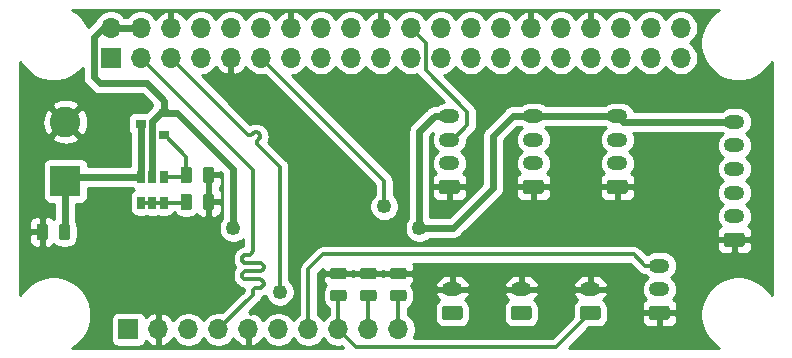
<source format=gtl>
G04 #@! TF.GenerationSoftware,KiCad,Pcbnew,5.1.5+dfsg1-2build2*
G04 #@! TF.CreationDate,2020-05-27T11:23:31-04:00*
G04 #@! TF.ProjectId,pidroponic_uHAT,70696472-6f70-46f6-9e69-635f75484154,1.0*
G04 #@! TF.SameCoordinates,Original*
G04 #@! TF.FileFunction,Copper,L1,Top*
G04 #@! TF.FilePolarity,Positive*
%FSLAX46Y46*%
G04 Gerber Fmt 4.6, Leading zero omitted, Abs format (unit mm)*
G04 Created by KiCad (PCBNEW 5.1.5+dfsg1-2build2) date 2020-05-27 11:23:31*
%MOMM*%
%LPD*%
G04 APERTURE LIST*
%ADD10O,1.700000X1.700000*%
%ADD11R,1.700000X1.700000*%
%ADD12C,0.050000*%
%ADD13O,1.750000X1.200000*%
%ADD14R,0.900000X0.800000*%
%ADD15R,2.600000X2.600000*%
%ADD16C,2.600000*%
%ADD17R,0.650000X1.060000*%
%ADD18C,1.250000*%
%ADD19C,0.600000*%
%ADD20C,0.350000*%
%ADD21C,0.250000*%
G04 APERTURE END LIST*
D10*
X150242000Y-118818000D03*
X147702000Y-118818000D03*
X145162000Y-118818000D03*
X142622000Y-118818000D03*
X140082000Y-118818000D03*
X137542000Y-118818000D03*
X135002000Y-118818000D03*
X132462000Y-118818000D03*
X129922000Y-118818000D03*
D11*
X127382000Y-118818000D03*
G04 #@! TA.AperFunction,SMDPad,CuDef*
D12*
G36*
X134429142Y-105045174D02*
G01*
X134452803Y-105048684D01*
X134476007Y-105054496D01*
X134498529Y-105062554D01*
X134520153Y-105072782D01*
X134540670Y-105085079D01*
X134559883Y-105099329D01*
X134577607Y-105115393D01*
X134593671Y-105133117D01*
X134607921Y-105152330D01*
X134620218Y-105172847D01*
X134630446Y-105194471D01*
X134638504Y-105216993D01*
X134644316Y-105240197D01*
X134647826Y-105263858D01*
X134649000Y-105287750D01*
X134649000Y-106200250D01*
X134647826Y-106224142D01*
X134644316Y-106247803D01*
X134638504Y-106271007D01*
X134630446Y-106293529D01*
X134620218Y-106315153D01*
X134607921Y-106335670D01*
X134593671Y-106354883D01*
X134577607Y-106372607D01*
X134559883Y-106388671D01*
X134540670Y-106402921D01*
X134520153Y-106415218D01*
X134498529Y-106425446D01*
X134476007Y-106433504D01*
X134452803Y-106439316D01*
X134429142Y-106442826D01*
X134405250Y-106444000D01*
X133917750Y-106444000D01*
X133893858Y-106442826D01*
X133870197Y-106439316D01*
X133846993Y-106433504D01*
X133824471Y-106425446D01*
X133802847Y-106415218D01*
X133782330Y-106402921D01*
X133763117Y-106388671D01*
X133745393Y-106372607D01*
X133729329Y-106354883D01*
X133715079Y-106335670D01*
X133702782Y-106315153D01*
X133692554Y-106293529D01*
X133684496Y-106271007D01*
X133678684Y-106247803D01*
X133675174Y-106224142D01*
X133674000Y-106200250D01*
X133674000Y-105287750D01*
X133675174Y-105263858D01*
X133678684Y-105240197D01*
X133684496Y-105216993D01*
X133692554Y-105194471D01*
X133702782Y-105172847D01*
X133715079Y-105152330D01*
X133729329Y-105133117D01*
X133745393Y-105115393D01*
X133763117Y-105099329D01*
X133782330Y-105085079D01*
X133802847Y-105072782D01*
X133824471Y-105062554D01*
X133846993Y-105054496D01*
X133870197Y-105048684D01*
X133893858Y-105045174D01*
X133917750Y-105044000D01*
X134405250Y-105044000D01*
X134429142Y-105045174D01*
G37*
G04 #@! TD.AperFunction*
G04 #@! TA.AperFunction,SMDPad,CuDef*
G36*
X132554142Y-105045174D02*
G01*
X132577803Y-105048684D01*
X132601007Y-105054496D01*
X132623529Y-105062554D01*
X132645153Y-105072782D01*
X132665670Y-105085079D01*
X132684883Y-105099329D01*
X132702607Y-105115393D01*
X132718671Y-105133117D01*
X132732921Y-105152330D01*
X132745218Y-105172847D01*
X132755446Y-105194471D01*
X132763504Y-105216993D01*
X132769316Y-105240197D01*
X132772826Y-105263858D01*
X132774000Y-105287750D01*
X132774000Y-106200250D01*
X132772826Y-106224142D01*
X132769316Y-106247803D01*
X132763504Y-106271007D01*
X132755446Y-106293529D01*
X132745218Y-106315153D01*
X132732921Y-106335670D01*
X132718671Y-106354883D01*
X132702607Y-106372607D01*
X132684883Y-106388671D01*
X132665670Y-106402921D01*
X132645153Y-106415218D01*
X132623529Y-106425446D01*
X132601007Y-106433504D01*
X132577803Y-106439316D01*
X132554142Y-106442826D01*
X132530250Y-106444000D01*
X132042750Y-106444000D01*
X132018858Y-106442826D01*
X131995197Y-106439316D01*
X131971993Y-106433504D01*
X131949471Y-106425446D01*
X131927847Y-106415218D01*
X131907330Y-106402921D01*
X131888117Y-106388671D01*
X131870393Y-106372607D01*
X131854329Y-106354883D01*
X131840079Y-106335670D01*
X131827782Y-106315153D01*
X131817554Y-106293529D01*
X131809496Y-106271007D01*
X131803684Y-106247803D01*
X131800174Y-106224142D01*
X131799000Y-106200250D01*
X131799000Y-105287750D01*
X131800174Y-105263858D01*
X131803684Y-105240197D01*
X131809496Y-105216993D01*
X131817554Y-105194471D01*
X131827782Y-105172847D01*
X131840079Y-105152330D01*
X131854329Y-105133117D01*
X131870393Y-105115393D01*
X131888117Y-105099329D01*
X131907330Y-105085079D01*
X131927847Y-105072782D01*
X131949471Y-105062554D01*
X131971993Y-105054496D01*
X131995197Y-105048684D01*
X132018858Y-105045174D01*
X132042750Y-105044000D01*
X132530250Y-105044000D01*
X132554142Y-105045174D01*
G37*
G04 #@! TD.AperFunction*
D13*
X154814000Y-115428000D03*
G04 #@! TA.AperFunction,ComponentPad*
D12*
G36*
X155463505Y-116829204D02*
G01*
X155487773Y-116832804D01*
X155511572Y-116838765D01*
X155534671Y-116847030D01*
X155556850Y-116857520D01*
X155577893Y-116870132D01*
X155597599Y-116884747D01*
X155615777Y-116901223D01*
X155632253Y-116919401D01*
X155646868Y-116939107D01*
X155659480Y-116960150D01*
X155669970Y-116982329D01*
X155678235Y-117005428D01*
X155684196Y-117029227D01*
X155687796Y-117053495D01*
X155689000Y-117077999D01*
X155689000Y-117778001D01*
X155687796Y-117802505D01*
X155684196Y-117826773D01*
X155678235Y-117850572D01*
X155669970Y-117873671D01*
X155659480Y-117895850D01*
X155646868Y-117916893D01*
X155632253Y-117936599D01*
X155615777Y-117954777D01*
X155597599Y-117971253D01*
X155577893Y-117985868D01*
X155556850Y-117998480D01*
X155534671Y-118008970D01*
X155511572Y-118017235D01*
X155487773Y-118023196D01*
X155463505Y-118026796D01*
X155439001Y-118028000D01*
X154188999Y-118028000D01*
X154164495Y-118026796D01*
X154140227Y-118023196D01*
X154116428Y-118017235D01*
X154093329Y-118008970D01*
X154071150Y-117998480D01*
X154050107Y-117985868D01*
X154030401Y-117971253D01*
X154012223Y-117954777D01*
X153995747Y-117936599D01*
X153981132Y-117916893D01*
X153968520Y-117895850D01*
X153958030Y-117873671D01*
X153949765Y-117850572D01*
X153943804Y-117826773D01*
X153940204Y-117802505D01*
X153939000Y-117778001D01*
X153939000Y-117077999D01*
X153940204Y-117053495D01*
X153943804Y-117029227D01*
X153949765Y-117005428D01*
X153958030Y-116982329D01*
X153968520Y-116960150D01*
X153981132Y-116939107D01*
X153995747Y-116919401D01*
X154012223Y-116901223D01*
X154030401Y-116884747D01*
X154050107Y-116870132D01*
X154071150Y-116857520D01*
X154093329Y-116847030D01*
X154116428Y-116838765D01*
X154140227Y-116832804D01*
X154164495Y-116829204D01*
X154188999Y-116828000D01*
X155439001Y-116828000D01*
X155463505Y-116829204D01*
G37*
G04 #@! TD.AperFunction*
D13*
X160656000Y-115428000D03*
G04 #@! TA.AperFunction,ComponentPad*
D12*
G36*
X161305505Y-116829204D02*
G01*
X161329773Y-116832804D01*
X161353572Y-116838765D01*
X161376671Y-116847030D01*
X161398850Y-116857520D01*
X161419893Y-116870132D01*
X161439599Y-116884747D01*
X161457777Y-116901223D01*
X161474253Y-116919401D01*
X161488868Y-116939107D01*
X161501480Y-116960150D01*
X161511970Y-116982329D01*
X161520235Y-117005428D01*
X161526196Y-117029227D01*
X161529796Y-117053495D01*
X161531000Y-117077999D01*
X161531000Y-117778001D01*
X161529796Y-117802505D01*
X161526196Y-117826773D01*
X161520235Y-117850572D01*
X161511970Y-117873671D01*
X161501480Y-117895850D01*
X161488868Y-117916893D01*
X161474253Y-117936599D01*
X161457777Y-117954777D01*
X161439599Y-117971253D01*
X161419893Y-117985868D01*
X161398850Y-117998480D01*
X161376671Y-118008970D01*
X161353572Y-118017235D01*
X161329773Y-118023196D01*
X161305505Y-118026796D01*
X161281001Y-118028000D01*
X160030999Y-118028000D01*
X160006495Y-118026796D01*
X159982227Y-118023196D01*
X159958428Y-118017235D01*
X159935329Y-118008970D01*
X159913150Y-117998480D01*
X159892107Y-117985868D01*
X159872401Y-117971253D01*
X159854223Y-117954777D01*
X159837747Y-117936599D01*
X159823132Y-117916893D01*
X159810520Y-117895850D01*
X159800030Y-117873671D01*
X159791765Y-117850572D01*
X159785804Y-117826773D01*
X159782204Y-117802505D01*
X159781000Y-117778001D01*
X159781000Y-117077999D01*
X159782204Y-117053495D01*
X159785804Y-117029227D01*
X159791765Y-117005428D01*
X159800030Y-116982329D01*
X159810520Y-116960150D01*
X159823132Y-116939107D01*
X159837747Y-116919401D01*
X159854223Y-116901223D01*
X159872401Y-116884747D01*
X159892107Y-116870132D01*
X159913150Y-116857520D01*
X159935329Y-116847030D01*
X159958428Y-116838765D01*
X159982227Y-116832804D01*
X160006495Y-116829204D01*
X160030999Y-116828000D01*
X161281001Y-116828000D01*
X161305505Y-116829204D01*
G37*
G04 #@! TD.AperFunction*
D13*
X172340000Y-113428000D03*
X172340000Y-115428000D03*
G04 #@! TA.AperFunction,ComponentPad*
D12*
G36*
X172989505Y-116829204D02*
G01*
X173013773Y-116832804D01*
X173037572Y-116838765D01*
X173060671Y-116847030D01*
X173082850Y-116857520D01*
X173103893Y-116870132D01*
X173123599Y-116884747D01*
X173141777Y-116901223D01*
X173158253Y-116919401D01*
X173172868Y-116939107D01*
X173185480Y-116960150D01*
X173195970Y-116982329D01*
X173204235Y-117005428D01*
X173210196Y-117029227D01*
X173213796Y-117053495D01*
X173215000Y-117077999D01*
X173215000Y-117778001D01*
X173213796Y-117802505D01*
X173210196Y-117826773D01*
X173204235Y-117850572D01*
X173195970Y-117873671D01*
X173185480Y-117895850D01*
X173172868Y-117916893D01*
X173158253Y-117936599D01*
X173141777Y-117954777D01*
X173123599Y-117971253D01*
X173103893Y-117985868D01*
X173082850Y-117998480D01*
X173060671Y-118008970D01*
X173037572Y-118017235D01*
X173013773Y-118023196D01*
X172989505Y-118026796D01*
X172965001Y-118028000D01*
X171714999Y-118028000D01*
X171690495Y-118026796D01*
X171666227Y-118023196D01*
X171642428Y-118017235D01*
X171619329Y-118008970D01*
X171597150Y-117998480D01*
X171576107Y-117985868D01*
X171556401Y-117971253D01*
X171538223Y-117954777D01*
X171521747Y-117936599D01*
X171507132Y-117916893D01*
X171494520Y-117895850D01*
X171484030Y-117873671D01*
X171475765Y-117850572D01*
X171469804Y-117826773D01*
X171466204Y-117802505D01*
X171465000Y-117778001D01*
X171465000Y-117077999D01*
X171466204Y-117053495D01*
X171469804Y-117029227D01*
X171475765Y-117005428D01*
X171484030Y-116982329D01*
X171494520Y-116960150D01*
X171507132Y-116939107D01*
X171521747Y-116919401D01*
X171538223Y-116901223D01*
X171556401Y-116884747D01*
X171576107Y-116870132D01*
X171597150Y-116857520D01*
X171619329Y-116847030D01*
X171642428Y-116838765D01*
X171666227Y-116832804D01*
X171690495Y-116829204D01*
X171714999Y-116828000D01*
X172965001Y-116828000D01*
X172989505Y-116829204D01*
G37*
G04 #@! TD.AperFunction*
D13*
X166498000Y-115428000D03*
G04 #@! TA.AperFunction,ComponentPad*
D12*
G36*
X167147505Y-116829204D02*
G01*
X167171773Y-116832804D01*
X167195572Y-116838765D01*
X167218671Y-116847030D01*
X167240850Y-116857520D01*
X167261893Y-116870132D01*
X167281599Y-116884747D01*
X167299777Y-116901223D01*
X167316253Y-116919401D01*
X167330868Y-116939107D01*
X167343480Y-116960150D01*
X167353970Y-116982329D01*
X167362235Y-117005428D01*
X167368196Y-117029227D01*
X167371796Y-117053495D01*
X167373000Y-117077999D01*
X167373000Y-117778001D01*
X167371796Y-117802505D01*
X167368196Y-117826773D01*
X167362235Y-117850572D01*
X167353970Y-117873671D01*
X167343480Y-117895850D01*
X167330868Y-117916893D01*
X167316253Y-117936599D01*
X167299777Y-117954777D01*
X167281599Y-117971253D01*
X167261893Y-117985868D01*
X167240850Y-117998480D01*
X167218671Y-118008970D01*
X167195572Y-118017235D01*
X167171773Y-118023196D01*
X167147505Y-118026796D01*
X167123001Y-118028000D01*
X165872999Y-118028000D01*
X165848495Y-118026796D01*
X165824227Y-118023196D01*
X165800428Y-118017235D01*
X165777329Y-118008970D01*
X165755150Y-117998480D01*
X165734107Y-117985868D01*
X165714401Y-117971253D01*
X165696223Y-117954777D01*
X165679747Y-117936599D01*
X165665132Y-117916893D01*
X165652520Y-117895850D01*
X165642030Y-117873671D01*
X165633765Y-117850572D01*
X165627804Y-117826773D01*
X165624204Y-117802505D01*
X165623000Y-117778001D01*
X165623000Y-117077999D01*
X165624204Y-117053495D01*
X165627804Y-117029227D01*
X165633765Y-117005428D01*
X165642030Y-116982329D01*
X165652520Y-116960150D01*
X165665132Y-116939107D01*
X165679747Y-116919401D01*
X165696223Y-116901223D01*
X165714401Y-116884747D01*
X165734107Y-116870132D01*
X165755150Y-116857520D01*
X165777329Y-116847030D01*
X165800428Y-116838765D01*
X165824227Y-116832804D01*
X165848495Y-116829204D01*
X165872999Y-116828000D01*
X167123001Y-116828000D01*
X167147505Y-116829204D01*
G37*
G04 #@! TD.AperFunction*
G04 #@! TA.AperFunction,SMDPad,CuDef*
G36*
X150722142Y-113591174D02*
G01*
X150745803Y-113594684D01*
X150769007Y-113600496D01*
X150791529Y-113608554D01*
X150813153Y-113618782D01*
X150833670Y-113631079D01*
X150852883Y-113645329D01*
X150870607Y-113661393D01*
X150886671Y-113679117D01*
X150900921Y-113698330D01*
X150913218Y-113718847D01*
X150923446Y-113740471D01*
X150931504Y-113762993D01*
X150937316Y-113786197D01*
X150940826Y-113809858D01*
X150942000Y-113833750D01*
X150942000Y-114321250D01*
X150940826Y-114345142D01*
X150937316Y-114368803D01*
X150931504Y-114392007D01*
X150923446Y-114414529D01*
X150913218Y-114436153D01*
X150900921Y-114456670D01*
X150886671Y-114475883D01*
X150870607Y-114493607D01*
X150852883Y-114509671D01*
X150833670Y-114523921D01*
X150813153Y-114536218D01*
X150791529Y-114546446D01*
X150769007Y-114554504D01*
X150745803Y-114560316D01*
X150722142Y-114563826D01*
X150698250Y-114565000D01*
X149785750Y-114565000D01*
X149761858Y-114563826D01*
X149738197Y-114560316D01*
X149714993Y-114554504D01*
X149692471Y-114546446D01*
X149670847Y-114536218D01*
X149650330Y-114523921D01*
X149631117Y-114509671D01*
X149613393Y-114493607D01*
X149597329Y-114475883D01*
X149583079Y-114456670D01*
X149570782Y-114436153D01*
X149560554Y-114414529D01*
X149552496Y-114392007D01*
X149546684Y-114368803D01*
X149543174Y-114345142D01*
X149542000Y-114321250D01*
X149542000Y-113833750D01*
X149543174Y-113809858D01*
X149546684Y-113786197D01*
X149552496Y-113762993D01*
X149560554Y-113740471D01*
X149570782Y-113718847D01*
X149583079Y-113698330D01*
X149597329Y-113679117D01*
X149613393Y-113661393D01*
X149631117Y-113645329D01*
X149650330Y-113631079D01*
X149670847Y-113618782D01*
X149692471Y-113608554D01*
X149714993Y-113600496D01*
X149738197Y-113594684D01*
X149761858Y-113591174D01*
X149785750Y-113590000D01*
X150698250Y-113590000D01*
X150722142Y-113591174D01*
G37*
G04 #@! TD.AperFunction*
G04 #@! TA.AperFunction,SMDPad,CuDef*
G36*
X150722142Y-115466174D02*
G01*
X150745803Y-115469684D01*
X150769007Y-115475496D01*
X150791529Y-115483554D01*
X150813153Y-115493782D01*
X150833670Y-115506079D01*
X150852883Y-115520329D01*
X150870607Y-115536393D01*
X150886671Y-115554117D01*
X150900921Y-115573330D01*
X150913218Y-115593847D01*
X150923446Y-115615471D01*
X150931504Y-115637993D01*
X150937316Y-115661197D01*
X150940826Y-115684858D01*
X150942000Y-115708750D01*
X150942000Y-116196250D01*
X150940826Y-116220142D01*
X150937316Y-116243803D01*
X150931504Y-116267007D01*
X150923446Y-116289529D01*
X150913218Y-116311153D01*
X150900921Y-116331670D01*
X150886671Y-116350883D01*
X150870607Y-116368607D01*
X150852883Y-116384671D01*
X150833670Y-116398921D01*
X150813153Y-116411218D01*
X150791529Y-116421446D01*
X150769007Y-116429504D01*
X150745803Y-116435316D01*
X150722142Y-116438826D01*
X150698250Y-116440000D01*
X149785750Y-116440000D01*
X149761858Y-116438826D01*
X149738197Y-116435316D01*
X149714993Y-116429504D01*
X149692471Y-116421446D01*
X149670847Y-116411218D01*
X149650330Y-116398921D01*
X149631117Y-116384671D01*
X149613393Y-116368607D01*
X149597329Y-116350883D01*
X149583079Y-116331670D01*
X149570782Y-116311153D01*
X149560554Y-116289529D01*
X149552496Y-116267007D01*
X149546684Y-116243803D01*
X149543174Y-116220142D01*
X149542000Y-116196250D01*
X149542000Y-115708750D01*
X149543174Y-115684858D01*
X149546684Y-115661197D01*
X149552496Y-115637993D01*
X149560554Y-115615471D01*
X149570782Y-115593847D01*
X149583079Y-115573330D01*
X149597329Y-115554117D01*
X149613393Y-115536393D01*
X149631117Y-115520329D01*
X149650330Y-115506079D01*
X149670847Y-115493782D01*
X149692471Y-115483554D01*
X149714993Y-115475496D01*
X149738197Y-115469684D01*
X149761858Y-115466174D01*
X149785750Y-115465000D01*
X150698250Y-115465000D01*
X150722142Y-115466174D01*
G37*
G04 #@! TD.AperFunction*
G04 #@! TA.AperFunction,SMDPad,CuDef*
G36*
X148182142Y-113591174D02*
G01*
X148205803Y-113594684D01*
X148229007Y-113600496D01*
X148251529Y-113608554D01*
X148273153Y-113618782D01*
X148293670Y-113631079D01*
X148312883Y-113645329D01*
X148330607Y-113661393D01*
X148346671Y-113679117D01*
X148360921Y-113698330D01*
X148373218Y-113718847D01*
X148383446Y-113740471D01*
X148391504Y-113762993D01*
X148397316Y-113786197D01*
X148400826Y-113809858D01*
X148402000Y-113833750D01*
X148402000Y-114321250D01*
X148400826Y-114345142D01*
X148397316Y-114368803D01*
X148391504Y-114392007D01*
X148383446Y-114414529D01*
X148373218Y-114436153D01*
X148360921Y-114456670D01*
X148346671Y-114475883D01*
X148330607Y-114493607D01*
X148312883Y-114509671D01*
X148293670Y-114523921D01*
X148273153Y-114536218D01*
X148251529Y-114546446D01*
X148229007Y-114554504D01*
X148205803Y-114560316D01*
X148182142Y-114563826D01*
X148158250Y-114565000D01*
X147245750Y-114565000D01*
X147221858Y-114563826D01*
X147198197Y-114560316D01*
X147174993Y-114554504D01*
X147152471Y-114546446D01*
X147130847Y-114536218D01*
X147110330Y-114523921D01*
X147091117Y-114509671D01*
X147073393Y-114493607D01*
X147057329Y-114475883D01*
X147043079Y-114456670D01*
X147030782Y-114436153D01*
X147020554Y-114414529D01*
X147012496Y-114392007D01*
X147006684Y-114368803D01*
X147003174Y-114345142D01*
X147002000Y-114321250D01*
X147002000Y-113833750D01*
X147003174Y-113809858D01*
X147006684Y-113786197D01*
X147012496Y-113762993D01*
X147020554Y-113740471D01*
X147030782Y-113718847D01*
X147043079Y-113698330D01*
X147057329Y-113679117D01*
X147073393Y-113661393D01*
X147091117Y-113645329D01*
X147110330Y-113631079D01*
X147130847Y-113618782D01*
X147152471Y-113608554D01*
X147174993Y-113600496D01*
X147198197Y-113594684D01*
X147221858Y-113591174D01*
X147245750Y-113590000D01*
X148158250Y-113590000D01*
X148182142Y-113591174D01*
G37*
G04 #@! TD.AperFunction*
G04 #@! TA.AperFunction,SMDPad,CuDef*
G36*
X148182142Y-115466174D02*
G01*
X148205803Y-115469684D01*
X148229007Y-115475496D01*
X148251529Y-115483554D01*
X148273153Y-115493782D01*
X148293670Y-115506079D01*
X148312883Y-115520329D01*
X148330607Y-115536393D01*
X148346671Y-115554117D01*
X148360921Y-115573330D01*
X148373218Y-115593847D01*
X148383446Y-115615471D01*
X148391504Y-115637993D01*
X148397316Y-115661197D01*
X148400826Y-115684858D01*
X148402000Y-115708750D01*
X148402000Y-116196250D01*
X148400826Y-116220142D01*
X148397316Y-116243803D01*
X148391504Y-116267007D01*
X148383446Y-116289529D01*
X148373218Y-116311153D01*
X148360921Y-116331670D01*
X148346671Y-116350883D01*
X148330607Y-116368607D01*
X148312883Y-116384671D01*
X148293670Y-116398921D01*
X148273153Y-116411218D01*
X148251529Y-116421446D01*
X148229007Y-116429504D01*
X148205803Y-116435316D01*
X148182142Y-116438826D01*
X148158250Y-116440000D01*
X147245750Y-116440000D01*
X147221858Y-116438826D01*
X147198197Y-116435316D01*
X147174993Y-116429504D01*
X147152471Y-116421446D01*
X147130847Y-116411218D01*
X147110330Y-116398921D01*
X147091117Y-116384671D01*
X147073393Y-116368607D01*
X147057329Y-116350883D01*
X147043079Y-116331670D01*
X147030782Y-116311153D01*
X147020554Y-116289529D01*
X147012496Y-116267007D01*
X147006684Y-116243803D01*
X147003174Y-116220142D01*
X147002000Y-116196250D01*
X147002000Y-115708750D01*
X147003174Y-115684858D01*
X147006684Y-115661197D01*
X147012496Y-115637993D01*
X147020554Y-115615471D01*
X147030782Y-115593847D01*
X147043079Y-115573330D01*
X147057329Y-115554117D01*
X147073393Y-115536393D01*
X147091117Y-115520329D01*
X147110330Y-115506079D01*
X147130847Y-115493782D01*
X147152471Y-115483554D01*
X147174993Y-115475496D01*
X147198197Y-115469684D01*
X147221858Y-115466174D01*
X147245750Y-115465000D01*
X148158250Y-115465000D01*
X148182142Y-115466174D01*
G37*
G04 #@! TD.AperFunction*
G04 #@! TA.AperFunction,SMDPad,CuDef*
G36*
X145642142Y-113591174D02*
G01*
X145665803Y-113594684D01*
X145689007Y-113600496D01*
X145711529Y-113608554D01*
X145733153Y-113618782D01*
X145753670Y-113631079D01*
X145772883Y-113645329D01*
X145790607Y-113661393D01*
X145806671Y-113679117D01*
X145820921Y-113698330D01*
X145833218Y-113718847D01*
X145843446Y-113740471D01*
X145851504Y-113762993D01*
X145857316Y-113786197D01*
X145860826Y-113809858D01*
X145862000Y-113833750D01*
X145862000Y-114321250D01*
X145860826Y-114345142D01*
X145857316Y-114368803D01*
X145851504Y-114392007D01*
X145843446Y-114414529D01*
X145833218Y-114436153D01*
X145820921Y-114456670D01*
X145806671Y-114475883D01*
X145790607Y-114493607D01*
X145772883Y-114509671D01*
X145753670Y-114523921D01*
X145733153Y-114536218D01*
X145711529Y-114546446D01*
X145689007Y-114554504D01*
X145665803Y-114560316D01*
X145642142Y-114563826D01*
X145618250Y-114565000D01*
X144705750Y-114565000D01*
X144681858Y-114563826D01*
X144658197Y-114560316D01*
X144634993Y-114554504D01*
X144612471Y-114546446D01*
X144590847Y-114536218D01*
X144570330Y-114523921D01*
X144551117Y-114509671D01*
X144533393Y-114493607D01*
X144517329Y-114475883D01*
X144503079Y-114456670D01*
X144490782Y-114436153D01*
X144480554Y-114414529D01*
X144472496Y-114392007D01*
X144466684Y-114368803D01*
X144463174Y-114345142D01*
X144462000Y-114321250D01*
X144462000Y-113833750D01*
X144463174Y-113809858D01*
X144466684Y-113786197D01*
X144472496Y-113762993D01*
X144480554Y-113740471D01*
X144490782Y-113718847D01*
X144503079Y-113698330D01*
X144517329Y-113679117D01*
X144533393Y-113661393D01*
X144551117Y-113645329D01*
X144570330Y-113631079D01*
X144590847Y-113618782D01*
X144612471Y-113608554D01*
X144634993Y-113600496D01*
X144658197Y-113594684D01*
X144681858Y-113591174D01*
X144705750Y-113590000D01*
X145618250Y-113590000D01*
X145642142Y-113591174D01*
G37*
G04 #@! TD.AperFunction*
G04 #@! TA.AperFunction,SMDPad,CuDef*
G36*
X145642142Y-115466174D02*
G01*
X145665803Y-115469684D01*
X145689007Y-115475496D01*
X145711529Y-115483554D01*
X145733153Y-115493782D01*
X145753670Y-115506079D01*
X145772883Y-115520329D01*
X145790607Y-115536393D01*
X145806671Y-115554117D01*
X145820921Y-115573330D01*
X145833218Y-115593847D01*
X145843446Y-115615471D01*
X145851504Y-115637993D01*
X145857316Y-115661197D01*
X145860826Y-115684858D01*
X145862000Y-115708750D01*
X145862000Y-116196250D01*
X145860826Y-116220142D01*
X145857316Y-116243803D01*
X145851504Y-116267007D01*
X145843446Y-116289529D01*
X145833218Y-116311153D01*
X145820921Y-116331670D01*
X145806671Y-116350883D01*
X145790607Y-116368607D01*
X145772883Y-116384671D01*
X145753670Y-116398921D01*
X145733153Y-116411218D01*
X145711529Y-116421446D01*
X145689007Y-116429504D01*
X145665803Y-116435316D01*
X145642142Y-116438826D01*
X145618250Y-116440000D01*
X144705750Y-116440000D01*
X144681858Y-116438826D01*
X144658197Y-116435316D01*
X144634993Y-116429504D01*
X144612471Y-116421446D01*
X144590847Y-116411218D01*
X144570330Y-116398921D01*
X144551117Y-116384671D01*
X144533393Y-116368607D01*
X144517329Y-116350883D01*
X144503079Y-116331670D01*
X144490782Y-116311153D01*
X144480554Y-116289529D01*
X144472496Y-116267007D01*
X144466684Y-116243803D01*
X144463174Y-116220142D01*
X144462000Y-116196250D01*
X144462000Y-115708750D01*
X144463174Y-115684858D01*
X144466684Y-115661197D01*
X144472496Y-115637993D01*
X144480554Y-115615471D01*
X144490782Y-115593847D01*
X144503079Y-115573330D01*
X144517329Y-115554117D01*
X144533393Y-115536393D01*
X144551117Y-115520329D01*
X144570330Y-115506079D01*
X144590847Y-115493782D01*
X144612471Y-115483554D01*
X144634993Y-115475496D01*
X144658197Y-115469684D01*
X144681858Y-115466174D01*
X144705750Y-115465000D01*
X145618250Y-115465000D01*
X145642142Y-115466174D01*
G37*
G04 #@! TD.AperFunction*
G04 #@! TA.AperFunction,SMDPad,CuDef*
G36*
X120362142Y-109871174D02*
G01*
X120385803Y-109874684D01*
X120409007Y-109880496D01*
X120431529Y-109888554D01*
X120453153Y-109898782D01*
X120473670Y-109911079D01*
X120492883Y-109925329D01*
X120510607Y-109941393D01*
X120526671Y-109959117D01*
X120540921Y-109978330D01*
X120553218Y-109998847D01*
X120563446Y-110020471D01*
X120571504Y-110042993D01*
X120577316Y-110066197D01*
X120580826Y-110089858D01*
X120582000Y-110113750D01*
X120582000Y-111026250D01*
X120580826Y-111050142D01*
X120577316Y-111073803D01*
X120571504Y-111097007D01*
X120563446Y-111119529D01*
X120553218Y-111141153D01*
X120540921Y-111161670D01*
X120526671Y-111180883D01*
X120510607Y-111198607D01*
X120492883Y-111214671D01*
X120473670Y-111228921D01*
X120453153Y-111241218D01*
X120431529Y-111251446D01*
X120409007Y-111259504D01*
X120385803Y-111265316D01*
X120362142Y-111268826D01*
X120338250Y-111270000D01*
X119850750Y-111270000D01*
X119826858Y-111268826D01*
X119803197Y-111265316D01*
X119779993Y-111259504D01*
X119757471Y-111251446D01*
X119735847Y-111241218D01*
X119715330Y-111228921D01*
X119696117Y-111214671D01*
X119678393Y-111198607D01*
X119662329Y-111180883D01*
X119648079Y-111161670D01*
X119635782Y-111141153D01*
X119625554Y-111119529D01*
X119617496Y-111097007D01*
X119611684Y-111073803D01*
X119608174Y-111050142D01*
X119607000Y-111026250D01*
X119607000Y-110113750D01*
X119608174Y-110089858D01*
X119611684Y-110066197D01*
X119617496Y-110042993D01*
X119625554Y-110020471D01*
X119635782Y-109998847D01*
X119648079Y-109978330D01*
X119662329Y-109959117D01*
X119678393Y-109941393D01*
X119696117Y-109925329D01*
X119715330Y-109911079D01*
X119735847Y-109898782D01*
X119757471Y-109888554D01*
X119779993Y-109880496D01*
X119803197Y-109874684D01*
X119826858Y-109871174D01*
X119850750Y-109870000D01*
X120338250Y-109870000D01*
X120362142Y-109871174D01*
G37*
G04 #@! TD.AperFunction*
G04 #@! TA.AperFunction,SMDPad,CuDef*
G36*
X122237142Y-109871174D02*
G01*
X122260803Y-109874684D01*
X122284007Y-109880496D01*
X122306529Y-109888554D01*
X122328153Y-109898782D01*
X122348670Y-109911079D01*
X122367883Y-109925329D01*
X122385607Y-109941393D01*
X122401671Y-109959117D01*
X122415921Y-109978330D01*
X122428218Y-109998847D01*
X122438446Y-110020471D01*
X122446504Y-110042993D01*
X122452316Y-110066197D01*
X122455826Y-110089858D01*
X122457000Y-110113750D01*
X122457000Y-111026250D01*
X122455826Y-111050142D01*
X122452316Y-111073803D01*
X122446504Y-111097007D01*
X122438446Y-111119529D01*
X122428218Y-111141153D01*
X122415921Y-111161670D01*
X122401671Y-111180883D01*
X122385607Y-111198607D01*
X122367883Y-111214671D01*
X122348670Y-111228921D01*
X122328153Y-111241218D01*
X122306529Y-111251446D01*
X122284007Y-111259504D01*
X122260803Y-111265316D01*
X122237142Y-111268826D01*
X122213250Y-111270000D01*
X121725750Y-111270000D01*
X121701858Y-111268826D01*
X121678197Y-111265316D01*
X121654993Y-111259504D01*
X121632471Y-111251446D01*
X121610847Y-111241218D01*
X121590330Y-111228921D01*
X121571117Y-111214671D01*
X121553393Y-111198607D01*
X121537329Y-111180883D01*
X121523079Y-111161670D01*
X121510782Y-111141153D01*
X121500554Y-111119529D01*
X121492496Y-111097007D01*
X121486684Y-111073803D01*
X121483174Y-111050142D01*
X121482000Y-111026250D01*
X121482000Y-110113750D01*
X121483174Y-110089858D01*
X121486684Y-110066197D01*
X121492496Y-110042993D01*
X121500554Y-110020471D01*
X121510782Y-109998847D01*
X121523079Y-109978330D01*
X121537329Y-109959117D01*
X121553393Y-109941393D01*
X121571117Y-109925329D01*
X121590330Y-109911079D01*
X121610847Y-109898782D01*
X121632471Y-109888554D01*
X121654993Y-109880496D01*
X121678197Y-109874684D01*
X121701858Y-109871174D01*
X121725750Y-109870000D01*
X122213250Y-109870000D01*
X122237142Y-109871174D01*
G37*
G04 #@! TD.AperFunction*
D14*
X128414000Y-101426000D03*
X130414000Y-100476000D03*
X130414000Y-102376000D03*
D11*
X125902000Y-95838000D03*
D10*
X125902000Y-93298000D03*
X128442000Y-95838000D03*
X128442000Y-93298000D03*
X130982000Y-95838000D03*
X130982000Y-93298000D03*
X133522000Y-95838000D03*
X133522000Y-93298000D03*
X136062000Y-95838000D03*
X136062000Y-93298000D03*
X138602000Y-95838000D03*
X138602000Y-93298000D03*
X141142000Y-95838000D03*
X141142000Y-93298000D03*
X143682000Y-95838000D03*
X143682000Y-93298000D03*
X146222000Y-95838000D03*
X146222000Y-93298000D03*
X148762000Y-95838000D03*
X148762000Y-93298000D03*
X151302000Y-95838000D03*
X151302000Y-93298000D03*
X153842000Y-95838000D03*
X153842000Y-93298000D03*
X156382000Y-95838000D03*
X156382000Y-93298000D03*
X158922000Y-95838000D03*
X158922000Y-93298000D03*
X161462000Y-95838000D03*
X161462000Y-93298000D03*
X164002000Y-95838000D03*
X164002000Y-93298000D03*
X166542000Y-95838000D03*
X166542000Y-93298000D03*
X169082000Y-95838000D03*
X169082000Y-93298000D03*
X171622000Y-95838000D03*
X171622000Y-93298000D03*
X174162000Y-95838000D03*
X174162000Y-93298000D03*
D15*
X122048000Y-106252000D03*
D16*
X122048000Y-101252000D03*
D13*
X168784000Y-100760000D03*
X168784000Y-102760000D03*
X168784000Y-104760000D03*
G04 #@! TA.AperFunction,ComponentPad*
D12*
G36*
X169433505Y-106161204D02*
G01*
X169457773Y-106164804D01*
X169481572Y-106170765D01*
X169504671Y-106179030D01*
X169526850Y-106189520D01*
X169547893Y-106202132D01*
X169567599Y-106216747D01*
X169585777Y-106233223D01*
X169602253Y-106251401D01*
X169616868Y-106271107D01*
X169629480Y-106292150D01*
X169639970Y-106314329D01*
X169648235Y-106337428D01*
X169654196Y-106361227D01*
X169657796Y-106385495D01*
X169659000Y-106409999D01*
X169659000Y-107110001D01*
X169657796Y-107134505D01*
X169654196Y-107158773D01*
X169648235Y-107182572D01*
X169639970Y-107205671D01*
X169629480Y-107227850D01*
X169616868Y-107248893D01*
X169602253Y-107268599D01*
X169585777Y-107286777D01*
X169567599Y-107303253D01*
X169547893Y-107317868D01*
X169526850Y-107330480D01*
X169504671Y-107340970D01*
X169481572Y-107349235D01*
X169457773Y-107355196D01*
X169433505Y-107358796D01*
X169409001Y-107360000D01*
X168158999Y-107360000D01*
X168134495Y-107358796D01*
X168110227Y-107355196D01*
X168086428Y-107349235D01*
X168063329Y-107340970D01*
X168041150Y-107330480D01*
X168020107Y-107317868D01*
X168000401Y-107303253D01*
X167982223Y-107286777D01*
X167965747Y-107268599D01*
X167951132Y-107248893D01*
X167938520Y-107227850D01*
X167928030Y-107205671D01*
X167919765Y-107182572D01*
X167913804Y-107158773D01*
X167910204Y-107134505D01*
X167909000Y-107110001D01*
X167909000Y-106409999D01*
X167910204Y-106385495D01*
X167913804Y-106361227D01*
X167919765Y-106337428D01*
X167928030Y-106314329D01*
X167938520Y-106292150D01*
X167951132Y-106271107D01*
X167965747Y-106251401D01*
X167982223Y-106233223D01*
X168000401Y-106216747D01*
X168020107Y-106202132D01*
X168041150Y-106189520D01*
X168063329Y-106179030D01*
X168086428Y-106170765D01*
X168110227Y-106164804D01*
X168134495Y-106161204D01*
X168158999Y-106160000D01*
X169409001Y-106160000D01*
X169433505Y-106161204D01*
G37*
G04 #@! TD.AperFunction*
D13*
X154560000Y-100760000D03*
X154560000Y-102760000D03*
X154560000Y-104760000D03*
G04 #@! TA.AperFunction,ComponentPad*
D12*
G36*
X155209505Y-106161204D02*
G01*
X155233773Y-106164804D01*
X155257572Y-106170765D01*
X155280671Y-106179030D01*
X155302850Y-106189520D01*
X155323893Y-106202132D01*
X155343599Y-106216747D01*
X155361777Y-106233223D01*
X155378253Y-106251401D01*
X155392868Y-106271107D01*
X155405480Y-106292150D01*
X155415970Y-106314329D01*
X155424235Y-106337428D01*
X155430196Y-106361227D01*
X155433796Y-106385495D01*
X155435000Y-106409999D01*
X155435000Y-107110001D01*
X155433796Y-107134505D01*
X155430196Y-107158773D01*
X155424235Y-107182572D01*
X155415970Y-107205671D01*
X155405480Y-107227850D01*
X155392868Y-107248893D01*
X155378253Y-107268599D01*
X155361777Y-107286777D01*
X155343599Y-107303253D01*
X155323893Y-107317868D01*
X155302850Y-107330480D01*
X155280671Y-107340970D01*
X155257572Y-107349235D01*
X155233773Y-107355196D01*
X155209505Y-107358796D01*
X155185001Y-107360000D01*
X153934999Y-107360000D01*
X153910495Y-107358796D01*
X153886227Y-107355196D01*
X153862428Y-107349235D01*
X153839329Y-107340970D01*
X153817150Y-107330480D01*
X153796107Y-107317868D01*
X153776401Y-107303253D01*
X153758223Y-107286777D01*
X153741747Y-107268599D01*
X153727132Y-107248893D01*
X153714520Y-107227850D01*
X153704030Y-107205671D01*
X153695765Y-107182572D01*
X153689804Y-107158773D01*
X153686204Y-107134505D01*
X153685000Y-107110001D01*
X153685000Y-106409999D01*
X153686204Y-106385495D01*
X153689804Y-106361227D01*
X153695765Y-106337428D01*
X153704030Y-106314329D01*
X153714520Y-106292150D01*
X153727132Y-106271107D01*
X153741747Y-106251401D01*
X153758223Y-106233223D01*
X153776401Y-106216747D01*
X153796107Y-106202132D01*
X153817150Y-106189520D01*
X153839329Y-106179030D01*
X153862428Y-106170765D01*
X153886227Y-106164804D01*
X153910495Y-106161204D01*
X153934999Y-106160000D01*
X155185001Y-106160000D01*
X155209505Y-106161204D01*
G37*
G04 #@! TD.AperFunction*
D13*
X178690000Y-101236000D03*
X178690000Y-103236000D03*
X178690000Y-105236000D03*
X178690000Y-107236000D03*
X178690000Y-109236000D03*
G04 #@! TA.AperFunction,ComponentPad*
D12*
G36*
X179339505Y-110637204D02*
G01*
X179363773Y-110640804D01*
X179387572Y-110646765D01*
X179410671Y-110655030D01*
X179432850Y-110665520D01*
X179453893Y-110678132D01*
X179473599Y-110692747D01*
X179491777Y-110709223D01*
X179508253Y-110727401D01*
X179522868Y-110747107D01*
X179535480Y-110768150D01*
X179545970Y-110790329D01*
X179554235Y-110813428D01*
X179560196Y-110837227D01*
X179563796Y-110861495D01*
X179565000Y-110885999D01*
X179565000Y-111586001D01*
X179563796Y-111610505D01*
X179560196Y-111634773D01*
X179554235Y-111658572D01*
X179545970Y-111681671D01*
X179535480Y-111703850D01*
X179522868Y-111724893D01*
X179508253Y-111744599D01*
X179491777Y-111762777D01*
X179473599Y-111779253D01*
X179453893Y-111793868D01*
X179432850Y-111806480D01*
X179410671Y-111816970D01*
X179387572Y-111825235D01*
X179363773Y-111831196D01*
X179339505Y-111834796D01*
X179315001Y-111836000D01*
X178064999Y-111836000D01*
X178040495Y-111834796D01*
X178016227Y-111831196D01*
X177992428Y-111825235D01*
X177969329Y-111816970D01*
X177947150Y-111806480D01*
X177926107Y-111793868D01*
X177906401Y-111779253D01*
X177888223Y-111762777D01*
X177871747Y-111744599D01*
X177857132Y-111724893D01*
X177844520Y-111703850D01*
X177834030Y-111681671D01*
X177825765Y-111658572D01*
X177819804Y-111634773D01*
X177816204Y-111610505D01*
X177815000Y-111586001D01*
X177815000Y-110885999D01*
X177816204Y-110861495D01*
X177819804Y-110837227D01*
X177825765Y-110813428D01*
X177834030Y-110790329D01*
X177844520Y-110768150D01*
X177857132Y-110747107D01*
X177871747Y-110727401D01*
X177888223Y-110709223D01*
X177906401Y-110692747D01*
X177926107Y-110678132D01*
X177947150Y-110665520D01*
X177969329Y-110655030D01*
X177992428Y-110646765D01*
X178016227Y-110640804D01*
X178040495Y-110637204D01*
X178064999Y-110636000D01*
X179315001Y-110636000D01*
X179339505Y-110637204D01*
G37*
G04 #@! TD.AperFunction*
D13*
X161672000Y-100760000D03*
X161672000Y-102760000D03*
X161672000Y-104760000D03*
G04 #@! TA.AperFunction,ComponentPad*
D12*
G36*
X162321505Y-106161204D02*
G01*
X162345773Y-106164804D01*
X162369572Y-106170765D01*
X162392671Y-106179030D01*
X162414850Y-106189520D01*
X162435893Y-106202132D01*
X162455599Y-106216747D01*
X162473777Y-106233223D01*
X162490253Y-106251401D01*
X162504868Y-106271107D01*
X162517480Y-106292150D01*
X162527970Y-106314329D01*
X162536235Y-106337428D01*
X162542196Y-106361227D01*
X162545796Y-106385495D01*
X162547000Y-106409999D01*
X162547000Y-107110001D01*
X162545796Y-107134505D01*
X162542196Y-107158773D01*
X162536235Y-107182572D01*
X162527970Y-107205671D01*
X162517480Y-107227850D01*
X162504868Y-107248893D01*
X162490253Y-107268599D01*
X162473777Y-107286777D01*
X162455599Y-107303253D01*
X162435893Y-107317868D01*
X162414850Y-107330480D01*
X162392671Y-107340970D01*
X162369572Y-107349235D01*
X162345773Y-107355196D01*
X162321505Y-107358796D01*
X162297001Y-107360000D01*
X161046999Y-107360000D01*
X161022495Y-107358796D01*
X160998227Y-107355196D01*
X160974428Y-107349235D01*
X160951329Y-107340970D01*
X160929150Y-107330480D01*
X160908107Y-107317868D01*
X160888401Y-107303253D01*
X160870223Y-107286777D01*
X160853747Y-107268599D01*
X160839132Y-107248893D01*
X160826520Y-107227850D01*
X160816030Y-107205671D01*
X160807765Y-107182572D01*
X160801804Y-107158773D01*
X160798204Y-107134505D01*
X160797000Y-107110001D01*
X160797000Y-106409999D01*
X160798204Y-106385495D01*
X160801804Y-106361227D01*
X160807765Y-106337428D01*
X160816030Y-106314329D01*
X160826520Y-106292150D01*
X160839132Y-106271107D01*
X160853747Y-106251401D01*
X160870223Y-106233223D01*
X160888401Y-106216747D01*
X160908107Y-106202132D01*
X160929150Y-106189520D01*
X160951329Y-106179030D01*
X160974428Y-106170765D01*
X160998227Y-106164804D01*
X161022495Y-106161204D01*
X161046999Y-106160000D01*
X162297001Y-106160000D01*
X162321505Y-106161204D01*
G37*
G04 #@! TD.AperFunction*
D17*
X129414000Y-105914000D03*
X128464000Y-105914000D03*
X130364000Y-105914000D03*
X130364000Y-108114000D03*
X129414000Y-108114000D03*
X128464000Y-108114000D03*
G04 #@! TA.AperFunction,SMDPad,CuDef*
D12*
G36*
X134429142Y-107331174D02*
G01*
X134452803Y-107334684D01*
X134476007Y-107340496D01*
X134498529Y-107348554D01*
X134520153Y-107358782D01*
X134540670Y-107371079D01*
X134559883Y-107385329D01*
X134577607Y-107401393D01*
X134593671Y-107419117D01*
X134607921Y-107438330D01*
X134620218Y-107458847D01*
X134630446Y-107480471D01*
X134638504Y-107502993D01*
X134644316Y-107526197D01*
X134647826Y-107549858D01*
X134649000Y-107573750D01*
X134649000Y-108486250D01*
X134647826Y-108510142D01*
X134644316Y-108533803D01*
X134638504Y-108557007D01*
X134630446Y-108579529D01*
X134620218Y-108601153D01*
X134607921Y-108621670D01*
X134593671Y-108640883D01*
X134577607Y-108658607D01*
X134559883Y-108674671D01*
X134540670Y-108688921D01*
X134520153Y-108701218D01*
X134498529Y-108711446D01*
X134476007Y-108719504D01*
X134452803Y-108725316D01*
X134429142Y-108728826D01*
X134405250Y-108730000D01*
X133917750Y-108730000D01*
X133893858Y-108728826D01*
X133870197Y-108725316D01*
X133846993Y-108719504D01*
X133824471Y-108711446D01*
X133802847Y-108701218D01*
X133782330Y-108688921D01*
X133763117Y-108674671D01*
X133745393Y-108658607D01*
X133729329Y-108640883D01*
X133715079Y-108621670D01*
X133702782Y-108601153D01*
X133692554Y-108579529D01*
X133684496Y-108557007D01*
X133678684Y-108533803D01*
X133675174Y-108510142D01*
X133674000Y-108486250D01*
X133674000Y-107573750D01*
X133675174Y-107549858D01*
X133678684Y-107526197D01*
X133684496Y-107502993D01*
X133692554Y-107480471D01*
X133702782Y-107458847D01*
X133715079Y-107438330D01*
X133729329Y-107419117D01*
X133745393Y-107401393D01*
X133763117Y-107385329D01*
X133782330Y-107371079D01*
X133802847Y-107358782D01*
X133824471Y-107348554D01*
X133846993Y-107340496D01*
X133870197Y-107334684D01*
X133893858Y-107331174D01*
X133917750Y-107330000D01*
X134405250Y-107330000D01*
X134429142Y-107331174D01*
G37*
G04 #@! TD.AperFunction*
G04 #@! TA.AperFunction,SMDPad,CuDef*
G36*
X132554142Y-107331174D02*
G01*
X132577803Y-107334684D01*
X132601007Y-107340496D01*
X132623529Y-107348554D01*
X132645153Y-107358782D01*
X132665670Y-107371079D01*
X132684883Y-107385329D01*
X132702607Y-107401393D01*
X132718671Y-107419117D01*
X132732921Y-107438330D01*
X132745218Y-107458847D01*
X132755446Y-107480471D01*
X132763504Y-107502993D01*
X132769316Y-107526197D01*
X132772826Y-107549858D01*
X132774000Y-107573750D01*
X132774000Y-108486250D01*
X132772826Y-108510142D01*
X132769316Y-108533803D01*
X132763504Y-108557007D01*
X132755446Y-108579529D01*
X132745218Y-108601153D01*
X132732921Y-108621670D01*
X132718671Y-108640883D01*
X132702607Y-108658607D01*
X132684883Y-108674671D01*
X132665670Y-108688921D01*
X132645153Y-108701218D01*
X132623529Y-108711446D01*
X132601007Y-108719504D01*
X132577803Y-108725316D01*
X132554142Y-108728826D01*
X132530250Y-108730000D01*
X132042750Y-108730000D01*
X132018858Y-108728826D01*
X131995197Y-108725316D01*
X131971993Y-108719504D01*
X131949471Y-108711446D01*
X131927847Y-108701218D01*
X131907330Y-108688921D01*
X131888117Y-108674671D01*
X131870393Y-108658607D01*
X131854329Y-108640883D01*
X131840079Y-108621670D01*
X131827782Y-108601153D01*
X131817554Y-108579529D01*
X131809496Y-108557007D01*
X131803684Y-108533803D01*
X131800174Y-108510142D01*
X131799000Y-108486250D01*
X131799000Y-107573750D01*
X131800174Y-107549858D01*
X131803684Y-107526197D01*
X131809496Y-107502993D01*
X131817554Y-107480471D01*
X131827782Y-107458847D01*
X131840079Y-107438330D01*
X131854329Y-107419117D01*
X131870393Y-107401393D01*
X131888117Y-107385329D01*
X131907330Y-107371079D01*
X131927847Y-107358782D01*
X131949471Y-107348554D01*
X131971993Y-107340496D01*
X131995197Y-107334684D01*
X132018858Y-107331174D01*
X132042750Y-107330000D01*
X132530250Y-107330000D01*
X132554142Y-107331174D01*
G37*
G04 #@! TD.AperFunction*
D18*
X152020000Y-110252500D03*
X136272000Y-110252504D03*
X149035500Y-108411000D03*
X140209000Y-115650000D03*
D19*
X128442000Y-93298000D02*
X125902000Y-93298000D01*
X169260000Y-101236000D02*
X168784000Y-100760000D01*
X178690000Y-101236000D02*
X169260000Y-101236000D01*
X167309000Y-100760000D02*
X161672000Y-100760000D01*
X168784000Y-100760000D02*
X167309000Y-100760000D01*
X129414000Y-104784000D02*
X129414000Y-105914000D01*
X129414000Y-101172000D02*
X129414000Y-104784000D01*
X130110000Y-100476000D02*
X129414000Y-101172000D01*
X130414000Y-100476000D02*
X130110000Y-100476000D01*
X130414000Y-99476000D02*
X130414000Y-100476000D01*
X125223000Y-93298000D02*
X124432001Y-94088999D01*
X125902000Y-93298000D02*
X125223000Y-93298000D01*
X124432001Y-94088999D02*
X124432001Y-97460001D01*
X128943001Y-98005001D02*
X130414000Y-99476000D01*
X124977001Y-98005001D02*
X128943001Y-98005001D01*
X124432001Y-97460001D02*
X124977001Y-98005001D01*
X136272000Y-109368621D02*
X136272000Y-110252504D01*
X136272000Y-105284000D02*
X136272000Y-109368621D01*
X131464000Y-100476000D02*
X136272000Y-105284000D01*
X130414000Y-100476000D02*
X131464000Y-100476000D01*
X159925000Y-100760000D02*
X161672000Y-100760000D01*
X158243000Y-102442000D02*
X159925000Y-100760000D01*
X158243000Y-106887000D02*
X158243000Y-102442000D01*
X154560000Y-100760000D02*
X153321000Y-100760000D01*
X152020000Y-110252500D02*
X154877500Y-110252500D01*
X153321000Y-100760000D02*
X152020000Y-102061000D01*
X152020000Y-102061000D02*
X152020000Y-110252500D01*
X154877500Y-110252500D02*
X158243000Y-106887000D01*
D20*
X132116500Y-105914000D02*
X132286500Y-105744000D01*
X130364000Y-105914000D02*
X132116500Y-105914000D01*
X130464000Y-102376000D02*
X130414000Y-102376000D01*
X132286500Y-105744000D02*
X132286500Y-104198500D01*
X132286500Y-104198500D02*
X130464000Y-102376000D01*
X132202500Y-108114000D02*
X132286500Y-108030000D01*
X128464000Y-108114000D02*
X132202500Y-108114000D01*
X149035500Y-106271500D02*
X149035500Y-107845315D01*
X138602000Y-95838000D02*
X149035500Y-106271500D01*
X149035500Y-107845315D02*
X149035500Y-108411000D01*
X149035500Y-108411000D02*
X149035500Y-108411000D01*
X152564411Y-94560411D02*
X152564411Y-96890411D01*
X154835000Y-102760000D02*
X154560000Y-102760000D01*
X151302000Y-93298000D02*
X152564411Y-94560411D01*
X152564411Y-96890411D02*
X156084000Y-100410000D01*
X156084000Y-100410000D02*
X156084000Y-101511000D01*
X156084000Y-101511000D02*
X154835000Y-102760000D01*
X129291999Y-96687999D02*
X128442000Y-95838000D01*
X137923000Y-105319000D02*
X129291999Y-96687999D01*
X137923000Y-112150000D02*
X137923000Y-105319000D01*
X137888340Y-112301859D02*
X137914225Y-112227882D01*
X137791222Y-112423641D02*
X137846642Y-112368221D01*
X137270527Y-112508775D02*
X137348409Y-112500000D01*
X137033070Y-112698140D02*
X137074768Y-112631778D01*
X137007185Y-112772117D02*
X137033070Y-112698140D01*
X137033070Y-113001859D02*
X137007185Y-112927882D01*
X137074768Y-113068221D02*
X137033070Y-113001859D01*
X137130188Y-113123641D02*
X137074768Y-113068221D01*
X137270527Y-113191224D02*
X137196550Y-113165339D01*
X137348409Y-113200000D02*
X137270527Y-113191224D01*
X138497591Y-113200000D02*
X137348409Y-113200000D01*
X138575473Y-113208775D02*
X138497591Y-113200000D01*
X137724860Y-112465339D02*
X137791222Y-112423641D01*
X137573000Y-112500000D02*
X137650883Y-112491224D01*
X138715812Y-113276358D02*
X138649450Y-113234660D01*
X138649450Y-113234660D02*
X138575473Y-113208775D01*
X138771232Y-113331778D02*
X138715812Y-113276358D01*
X138812930Y-113398140D02*
X138771232Y-113331778D01*
X138847591Y-113550000D02*
X138838815Y-113472117D01*
X136998409Y-112850000D02*
X137007185Y-112772117D01*
X138847591Y-114950000D02*
X138838815Y-114872117D01*
X138649450Y-114634660D02*
X138575473Y-114608775D01*
X138273000Y-115300000D02*
X138497591Y-115300000D01*
X138838815Y-115027882D02*
X138847591Y-114950000D01*
X137130188Y-112576358D02*
X137196550Y-112534660D01*
X138649450Y-115265339D02*
X138715812Y-115223641D01*
X138497591Y-114600000D02*
X137348409Y-114600000D01*
X138838815Y-113627882D02*
X138847591Y-113550000D01*
X138771232Y-114731778D02*
X138715812Y-114676358D01*
X137033070Y-114098140D02*
X137074768Y-114031778D01*
X138838815Y-114872117D02*
X138812930Y-114798140D01*
X137348409Y-112500000D02*
X137573000Y-112500000D01*
X138715812Y-115223641D02*
X138771232Y-115168221D01*
X138575473Y-115291224D02*
X138649450Y-115265339D01*
X135002000Y-118818000D02*
X137923000Y-115897000D01*
X137914225Y-112227882D02*
X137923000Y-112150000D01*
X138838815Y-113472117D02*
X138812930Y-113398140D01*
X137957660Y-115498140D02*
X137999358Y-115431778D01*
X136998409Y-114250000D02*
X137007185Y-114172117D01*
X137348409Y-113900000D02*
X138497591Y-113900000D01*
X138812930Y-115101859D02*
X138838815Y-115027882D01*
X138575473Y-113891224D02*
X138649450Y-113865339D01*
X138715812Y-114676358D02*
X138649450Y-114634660D01*
X137923000Y-115897000D02*
X137923000Y-115650000D01*
X138812930Y-114798140D02*
X138771232Y-114731778D01*
X137650883Y-112491224D02*
X137724860Y-112465339D01*
X137007185Y-112927882D02*
X136998409Y-112850000D01*
X137999358Y-115431778D02*
X138054778Y-115376358D01*
X138121140Y-115334660D02*
X138195117Y-115308775D01*
X138497591Y-115300000D02*
X138575473Y-115291224D01*
X138575473Y-114608775D02*
X138497591Y-114600000D01*
X138771232Y-115168221D02*
X138812930Y-115101859D01*
X137923000Y-115650000D02*
X137931775Y-115572117D01*
X137130188Y-113976358D02*
X137196550Y-113934660D01*
X138812930Y-113701859D02*
X138838815Y-113627882D01*
X138054778Y-115376358D02*
X138121140Y-115334660D01*
X137270527Y-114591224D02*
X137196550Y-114565339D01*
X137846642Y-112368221D02*
X137888340Y-112301859D01*
X137196550Y-114565339D02*
X137130188Y-114523641D01*
X137196550Y-112534660D02*
X137270527Y-112508775D01*
X138195117Y-115308775D02*
X138273000Y-115300000D01*
X137130188Y-114523641D02*
X137074768Y-114468221D01*
X137196550Y-113165339D02*
X137130188Y-113123641D01*
X137007185Y-114327882D02*
X136998409Y-114250000D01*
X137033070Y-114401859D02*
X137007185Y-114327882D01*
X137270527Y-113908775D02*
X137348409Y-113900000D01*
X137074768Y-112631778D02*
X137130188Y-112576358D01*
X138771232Y-113768221D02*
X138812930Y-113701859D01*
X137007185Y-114172117D02*
X137033070Y-114098140D01*
X137074768Y-114031778D02*
X137130188Y-113976358D01*
X137931775Y-115572117D02*
X137957660Y-115498140D01*
X137196550Y-113934660D02*
X137270527Y-113908775D01*
X138497591Y-113900000D02*
X138575473Y-113891224D01*
X137074768Y-114468221D02*
X137033070Y-114401859D01*
X138649450Y-113865339D02*
X138715812Y-113823641D01*
X137348409Y-114600000D02*
X137270527Y-114591224D01*
X138715812Y-113823641D02*
X138771232Y-113768221D01*
X135581211Y-100437211D02*
X130982000Y-95838000D01*
X137460825Y-102304415D02*
X137399549Y-102255549D01*
X137686224Y-102355861D02*
X137607849Y-102355861D01*
X137762634Y-102338421D02*
X137686224Y-102355861D01*
X137399549Y-102255549D02*
X135581211Y-100437211D01*
X137833248Y-102304415D02*
X137762634Y-102338421D01*
X137894524Y-102255549D02*
X137833248Y-102304415D01*
X137934241Y-102215833D02*
X137894524Y-102255549D01*
X138389500Y-102750525D02*
X138429216Y-102710808D01*
X138529528Y-102424133D02*
X138512088Y-102347723D01*
X138306628Y-103113610D02*
X138289188Y-103037200D01*
X137607849Y-102355861D02*
X137531439Y-102338421D01*
X138512088Y-102347723D02*
X138478082Y-102277109D01*
X138389500Y-103245500D02*
X138340633Y-103184223D01*
X140209000Y-105065000D02*
X138389500Y-103245500D01*
X138340633Y-103184223D02*
X138306628Y-103113610D01*
X138220916Y-102115521D02*
X138142541Y-102115521D01*
X138340633Y-102811801D02*
X138389500Y-102750525D01*
X138289188Y-102958825D02*
X138306628Y-102882414D01*
X140209000Y-115650000D02*
X140209000Y-115650000D01*
X138306628Y-102882414D02*
X138340633Y-102811801D01*
X138478082Y-102649532D02*
X138512088Y-102578918D01*
X138429216Y-102710808D02*
X138478082Y-102649532D01*
X138512088Y-102578918D02*
X138529528Y-102502508D01*
X137995517Y-102166966D02*
X137934241Y-102215833D01*
X138529528Y-102502508D02*
X138529528Y-102424133D01*
X138478082Y-102277109D02*
X138429216Y-102215833D01*
X138367939Y-102166966D02*
X138297326Y-102132961D01*
X138142541Y-102115521D02*
X138066130Y-102132961D01*
X138429216Y-102215833D02*
X138367939Y-102166966D01*
X137531439Y-102338421D02*
X137460825Y-102304415D01*
X138297326Y-102132961D02*
X138220916Y-102115521D01*
X138289188Y-103037200D02*
X138289188Y-102958825D01*
X138066130Y-102132961D02*
X137995517Y-102166966D01*
X140209000Y-115650000D02*
X140209000Y-105065000D01*
X150242000Y-115952500D02*
X150242000Y-118818000D01*
X147702000Y-115952500D02*
X147702000Y-118818000D01*
X145162000Y-115952500D02*
X145162000Y-118818000D01*
X163577000Y-120349000D02*
X165827290Y-118098710D01*
X165827290Y-118098710D02*
X166498000Y-117428000D01*
X146693000Y-120349000D02*
X163577000Y-120349000D01*
X145162000Y-118818000D02*
X146693000Y-120349000D01*
X170162000Y-112475000D02*
X171115000Y-113428000D01*
X171115000Y-113428000D02*
X172340000Y-113428000D01*
X143892000Y-112475000D02*
X170162000Y-112475000D01*
X142622000Y-118818000D02*
X142622000Y-113745000D01*
X142622000Y-113745000D02*
X143892000Y-112475000D01*
D19*
X122386000Y-105914000D02*
X122048000Y-106252000D01*
X128464000Y-105914000D02*
X122386000Y-105914000D01*
X128414000Y-105864000D02*
X128464000Y-105914000D01*
X128414000Y-101426000D02*
X128414000Y-105864000D01*
X122048000Y-110491500D02*
X121969500Y-110570000D01*
X122048000Y-106252000D02*
X122048000Y-110491500D01*
D21*
G36*
X176976183Y-92062979D02*
G01*
X176526979Y-92512183D01*
X176174042Y-93040390D01*
X175930935Y-93627302D01*
X175807000Y-94250365D01*
X175807000Y-94885635D01*
X175930935Y-95508698D01*
X176174042Y-96095610D01*
X176526979Y-96623817D01*
X176976183Y-97073021D01*
X177504390Y-97425958D01*
X178091302Y-97669065D01*
X178714365Y-97793000D01*
X179349635Y-97793000D01*
X179972698Y-97669065D01*
X180559610Y-97425958D01*
X181087817Y-97073021D01*
X181537021Y-96623817D01*
X181832000Y-96182350D01*
X181832001Y-115953651D01*
X181537021Y-115512183D01*
X181087817Y-115062979D01*
X180559610Y-114710042D01*
X179972698Y-114466935D01*
X179349635Y-114343000D01*
X178714365Y-114343000D01*
X178091302Y-114466935D01*
X177504390Y-114710042D01*
X176976183Y-115062979D01*
X176526979Y-115512183D01*
X176174042Y-116040390D01*
X175930935Y-116627302D01*
X175807000Y-117250365D01*
X175807000Y-117885635D01*
X175930935Y-118508698D01*
X176174042Y-119095610D01*
X176526979Y-119623817D01*
X176976183Y-120073021D01*
X177417650Y-120368000D01*
X164689370Y-120368000D01*
X166401347Y-118656024D01*
X167123001Y-118656024D01*
X167294295Y-118639153D01*
X167459006Y-118589188D01*
X167610804Y-118508050D01*
X167743857Y-118398857D01*
X167853050Y-118265804D01*
X167934188Y-118114006D01*
X167960277Y-118028000D01*
X170828937Y-118028000D01*
X170841159Y-118152090D01*
X170877354Y-118271411D01*
X170936133Y-118381378D01*
X171015236Y-118477764D01*
X171111622Y-118556867D01*
X171221589Y-118615646D01*
X171340910Y-118651841D01*
X171465000Y-118664063D01*
X172052750Y-118661000D01*
X172211000Y-118502750D01*
X172211000Y-117557000D01*
X172469000Y-117557000D01*
X172469000Y-118502750D01*
X172627250Y-118661000D01*
X173215000Y-118664063D01*
X173339090Y-118651841D01*
X173458411Y-118615646D01*
X173568378Y-118556867D01*
X173664764Y-118477764D01*
X173743867Y-118381378D01*
X173802646Y-118271411D01*
X173838841Y-118152090D01*
X173851063Y-118028000D01*
X173848000Y-117715250D01*
X173689750Y-117557000D01*
X172469000Y-117557000D01*
X172211000Y-117557000D01*
X170990250Y-117557000D01*
X170832000Y-117715250D01*
X170828937Y-118028000D01*
X167960277Y-118028000D01*
X167984153Y-117949295D01*
X168001024Y-117778001D01*
X168001024Y-117077999D01*
X167984153Y-116906705D01*
X167934188Y-116741994D01*
X167853050Y-116590196D01*
X167743857Y-116457143D01*
X167610804Y-116347950D01*
X167602724Y-116343631D01*
X167736081Y-116208646D01*
X167869872Y-116005758D01*
X167961511Y-115780667D01*
X167963956Y-115747237D01*
X167839980Y-115557000D01*
X166627000Y-115557000D01*
X166627000Y-115577000D01*
X166369000Y-115577000D01*
X166369000Y-115557000D01*
X165156020Y-115557000D01*
X165032044Y-115747237D01*
X165034489Y-115780667D01*
X165126128Y-116005758D01*
X165259919Y-116208646D01*
X165393276Y-116343631D01*
X165385196Y-116347950D01*
X165252143Y-116457143D01*
X165142950Y-116590196D01*
X165061812Y-116741994D01*
X165011847Y-116906705D01*
X164994976Y-117077999D01*
X164994976Y-117778001D01*
X164996917Y-117797712D01*
X163245630Y-119549000D01*
X151527529Y-119549000D01*
X151549128Y-119516675D01*
X151660317Y-119248242D01*
X151717000Y-118963275D01*
X151717000Y-118672725D01*
X151660317Y-118387758D01*
X151549128Y-118119325D01*
X151387707Y-117877742D01*
X151182258Y-117672293D01*
X151042000Y-117578575D01*
X151042000Y-117077999D01*
X153310976Y-117077999D01*
X153310976Y-117778001D01*
X153327847Y-117949295D01*
X153377812Y-118114006D01*
X153458950Y-118265804D01*
X153568143Y-118398857D01*
X153701196Y-118508050D01*
X153852994Y-118589188D01*
X154017705Y-118639153D01*
X154188999Y-118656024D01*
X155439001Y-118656024D01*
X155610295Y-118639153D01*
X155775006Y-118589188D01*
X155926804Y-118508050D01*
X156059857Y-118398857D01*
X156169050Y-118265804D01*
X156250188Y-118114006D01*
X156300153Y-117949295D01*
X156317024Y-117778001D01*
X156317024Y-117077999D01*
X159152976Y-117077999D01*
X159152976Y-117778001D01*
X159169847Y-117949295D01*
X159219812Y-118114006D01*
X159300950Y-118265804D01*
X159410143Y-118398857D01*
X159543196Y-118508050D01*
X159694994Y-118589188D01*
X159859705Y-118639153D01*
X160030999Y-118656024D01*
X161281001Y-118656024D01*
X161452295Y-118639153D01*
X161617006Y-118589188D01*
X161768804Y-118508050D01*
X161901857Y-118398857D01*
X162011050Y-118265804D01*
X162092188Y-118114006D01*
X162142153Y-117949295D01*
X162159024Y-117778001D01*
X162159024Y-117077999D01*
X162142153Y-116906705D01*
X162092188Y-116741994D01*
X162011050Y-116590196D01*
X161901857Y-116457143D01*
X161768804Y-116347950D01*
X161760724Y-116343631D01*
X161894081Y-116208646D01*
X162027872Y-116005758D01*
X162119511Y-115780667D01*
X162121956Y-115747237D01*
X161997980Y-115557000D01*
X160785000Y-115557000D01*
X160785000Y-115577000D01*
X160527000Y-115577000D01*
X160527000Y-115557000D01*
X159314020Y-115557000D01*
X159190044Y-115747237D01*
X159192489Y-115780667D01*
X159284128Y-116005758D01*
X159417919Y-116208646D01*
X159551276Y-116343631D01*
X159543196Y-116347950D01*
X159410143Y-116457143D01*
X159300950Y-116590196D01*
X159219812Y-116741994D01*
X159169847Y-116906705D01*
X159152976Y-117077999D01*
X156317024Y-117077999D01*
X156300153Y-116906705D01*
X156250188Y-116741994D01*
X156169050Y-116590196D01*
X156059857Y-116457143D01*
X155926804Y-116347950D01*
X155918724Y-116343631D01*
X156052081Y-116208646D01*
X156185872Y-116005758D01*
X156277511Y-115780667D01*
X156279956Y-115747237D01*
X156155980Y-115557000D01*
X154943000Y-115557000D01*
X154943000Y-115577000D01*
X154685000Y-115577000D01*
X154685000Y-115557000D01*
X153472020Y-115557000D01*
X153348044Y-115747237D01*
X153350489Y-115780667D01*
X153442128Y-116005758D01*
X153575919Y-116208646D01*
X153709276Y-116343631D01*
X153701196Y-116347950D01*
X153568143Y-116457143D01*
X153458950Y-116590196D01*
X153377812Y-116741994D01*
X153327847Y-116906705D01*
X153310976Y-117077999D01*
X151042000Y-117077999D01*
X151042000Y-116996246D01*
X151182582Y-116921104D01*
X151314687Y-116812687D01*
X151423104Y-116680582D01*
X151503664Y-116529863D01*
X151553273Y-116366325D01*
X151570024Y-116196250D01*
X151570024Y-115708750D01*
X151553273Y-115538675D01*
X151503664Y-115375137D01*
X151423104Y-115224418D01*
X151328188Y-115108763D01*
X153348044Y-115108763D01*
X153472020Y-115299000D01*
X154685000Y-115299000D01*
X154685000Y-114195000D01*
X154943000Y-114195000D01*
X154943000Y-115299000D01*
X156155980Y-115299000D01*
X156279956Y-115108763D01*
X159190044Y-115108763D01*
X159314020Y-115299000D01*
X160527000Y-115299000D01*
X160527000Y-114195000D01*
X160785000Y-114195000D01*
X160785000Y-115299000D01*
X161997980Y-115299000D01*
X162121956Y-115108763D01*
X165032044Y-115108763D01*
X165156020Y-115299000D01*
X166369000Y-115299000D01*
X166369000Y-114195000D01*
X166627000Y-114195000D01*
X166627000Y-115299000D01*
X167839980Y-115299000D01*
X167963956Y-115108763D01*
X167961511Y-115075333D01*
X167869872Y-114850242D01*
X167736081Y-114647354D01*
X167565279Y-114474466D01*
X167364030Y-114338222D01*
X167140068Y-114243858D01*
X166902000Y-114195000D01*
X166627000Y-114195000D01*
X166369000Y-114195000D01*
X166094000Y-114195000D01*
X165855932Y-114243858D01*
X165631970Y-114338222D01*
X165430721Y-114474466D01*
X165259919Y-114647354D01*
X165126128Y-114850242D01*
X165034489Y-115075333D01*
X165032044Y-115108763D01*
X162121956Y-115108763D01*
X162119511Y-115075333D01*
X162027872Y-114850242D01*
X161894081Y-114647354D01*
X161723279Y-114474466D01*
X161522030Y-114338222D01*
X161298068Y-114243858D01*
X161060000Y-114195000D01*
X160785000Y-114195000D01*
X160527000Y-114195000D01*
X160252000Y-114195000D01*
X160013932Y-114243858D01*
X159789970Y-114338222D01*
X159588721Y-114474466D01*
X159417919Y-114647354D01*
X159284128Y-114850242D01*
X159192489Y-115075333D01*
X159190044Y-115108763D01*
X156279956Y-115108763D01*
X156277511Y-115075333D01*
X156185872Y-114850242D01*
X156052081Y-114647354D01*
X155881279Y-114474466D01*
X155680030Y-114338222D01*
X155456068Y-114243858D01*
X155218000Y-114195000D01*
X154943000Y-114195000D01*
X154685000Y-114195000D01*
X154410000Y-114195000D01*
X154171932Y-114243858D01*
X153947970Y-114338222D01*
X153746721Y-114474466D01*
X153575919Y-114647354D01*
X153442128Y-114850242D01*
X153350489Y-115075333D01*
X153348044Y-115108763D01*
X151328188Y-115108763D01*
X151314687Y-115092313D01*
X151305979Y-115085167D01*
X151391764Y-115014764D01*
X151470867Y-114918378D01*
X151529646Y-114808411D01*
X151565841Y-114689090D01*
X151578063Y-114565000D01*
X151575000Y-114364750D01*
X151416750Y-114206500D01*
X150371000Y-114206500D01*
X150371000Y-114226500D01*
X150113000Y-114226500D01*
X150113000Y-114206500D01*
X149067250Y-114206500D01*
X148972000Y-114301750D01*
X148876750Y-114206500D01*
X147831000Y-114206500D01*
X147831000Y-114226500D01*
X147573000Y-114226500D01*
X147573000Y-114206500D01*
X146527250Y-114206500D01*
X146432000Y-114301750D01*
X146336750Y-114206500D01*
X145291000Y-114206500D01*
X145291000Y-114226500D01*
X145033000Y-114226500D01*
X145033000Y-114206500D01*
X143987250Y-114206500D01*
X143829000Y-114364750D01*
X143825937Y-114565000D01*
X143838159Y-114689090D01*
X143874354Y-114808411D01*
X143933133Y-114918378D01*
X144012236Y-115014764D01*
X144098021Y-115085167D01*
X144089313Y-115092313D01*
X143980896Y-115224418D01*
X143900336Y-115375137D01*
X143850727Y-115538675D01*
X143833976Y-115708750D01*
X143833976Y-116196250D01*
X143850727Y-116366325D01*
X143900336Y-116529863D01*
X143980896Y-116680582D01*
X144089313Y-116812687D01*
X144221418Y-116921104D01*
X144362000Y-116996246D01*
X144362001Y-117578575D01*
X144221742Y-117672293D01*
X144016293Y-117877742D01*
X143892000Y-118063759D01*
X143767707Y-117877742D01*
X143562258Y-117672293D01*
X143422000Y-117578575D01*
X143422000Y-114076370D01*
X143827179Y-113671192D01*
X143829000Y-113790250D01*
X143987250Y-113948500D01*
X145033000Y-113948500D01*
X145033000Y-113928500D01*
X145291000Y-113928500D01*
X145291000Y-113948500D01*
X146336750Y-113948500D01*
X146432000Y-113853250D01*
X146527250Y-113948500D01*
X147573000Y-113948500D01*
X147573000Y-113928500D01*
X147831000Y-113928500D01*
X147831000Y-113948500D01*
X148876750Y-113948500D01*
X148972000Y-113853250D01*
X149067250Y-113948500D01*
X150113000Y-113948500D01*
X150113000Y-113928500D01*
X150371000Y-113928500D01*
X150371000Y-113948500D01*
X151416750Y-113948500D01*
X151575000Y-113790250D01*
X151578063Y-113590000D01*
X151565841Y-113465910D01*
X151529646Y-113346589D01*
X151491381Y-113275000D01*
X169830630Y-113275000D01*
X170521531Y-113965902D01*
X170546578Y-113996422D01*
X170577098Y-114021469D01*
X170577099Y-114021470D01*
X170668393Y-114096393D01*
X170775034Y-114153394D01*
X170807372Y-114170679D01*
X170958173Y-114216424D01*
X171075707Y-114228000D01*
X171075709Y-114228000D01*
X171115000Y-114231870D01*
X171138136Y-114229591D01*
X171194603Y-114298397D01*
X171352526Y-114428000D01*
X171194603Y-114557603D01*
X171041522Y-114744134D01*
X170927772Y-114956945D01*
X170857725Y-115187858D01*
X170834073Y-115428000D01*
X170857725Y-115668142D01*
X170927772Y-115899055D01*
X171041522Y-116111866D01*
X171169721Y-116268078D01*
X171111622Y-116299133D01*
X171015236Y-116378236D01*
X170936133Y-116474622D01*
X170877354Y-116584589D01*
X170841159Y-116703910D01*
X170828937Y-116828000D01*
X170832000Y-117140750D01*
X170990250Y-117299000D01*
X172211000Y-117299000D01*
X172211000Y-117279000D01*
X172469000Y-117279000D01*
X172469000Y-117299000D01*
X173689750Y-117299000D01*
X173848000Y-117140750D01*
X173851063Y-116828000D01*
X173838841Y-116703910D01*
X173802646Y-116584589D01*
X173743867Y-116474622D01*
X173664764Y-116378236D01*
X173568378Y-116299133D01*
X173510279Y-116268078D01*
X173638478Y-116111866D01*
X173752228Y-115899055D01*
X173822275Y-115668142D01*
X173845927Y-115428000D01*
X173822275Y-115187858D01*
X173752228Y-114956945D01*
X173638478Y-114744134D01*
X173485397Y-114557603D01*
X173327474Y-114428000D01*
X173485397Y-114298397D01*
X173638478Y-114111866D01*
X173752228Y-113899055D01*
X173822275Y-113668142D01*
X173845927Y-113428000D01*
X173822275Y-113187858D01*
X173752228Y-112956945D01*
X173638478Y-112744134D01*
X173485397Y-112557603D01*
X173298866Y-112404522D01*
X173086055Y-112290772D01*
X172855142Y-112220725D01*
X172675178Y-112203000D01*
X172004822Y-112203000D01*
X171824858Y-112220725D01*
X171593945Y-112290772D01*
X171381134Y-112404522D01*
X171294220Y-112475850D01*
X170755473Y-111937103D01*
X170730422Y-111906578D01*
X170644422Y-111836000D01*
X177178937Y-111836000D01*
X177191159Y-111960090D01*
X177227354Y-112079411D01*
X177286133Y-112189378D01*
X177365236Y-112285764D01*
X177461622Y-112364867D01*
X177571589Y-112423646D01*
X177690910Y-112459841D01*
X177815000Y-112472063D01*
X178402750Y-112469000D01*
X178561000Y-112310750D01*
X178561000Y-111365000D01*
X178819000Y-111365000D01*
X178819000Y-112310750D01*
X178977250Y-112469000D01*
X179565000Y-112472063D01*
X179689090Y-112459841D01*
X179808411Y-112423646D01*
X179918378Y-112364867D01*
X180014764Y-112285764D01*
X180093867Y-112189378D01*
X180152646Y-112079411D01*
X180188841Y-111960090D01*
X180201063Y-111836000D01*
X180198000Y-111523250D01*
X180039750Y-111365000D01*
X178819000Y-111365000D01*
X178561000Y-111365000D01*
X177340250Y-111365000D01*
X177182000Y-111523250D01*
X177178937Y-111836000D01*
X170644422Y-111836000D01*
X170608606Y-111806607D01*
X170469628Y-111732321D01*
X170318827Y-111686576D01*
X170201293Y-111675000D01*
X170201291Y-111675000D01*
X170162000Y-111671130D01*
X170122709Y-111675000D01*
X143931282Y-111675000D01*
X143891999Y-111671131D01*
X143852716Y-111675000D01*
X143852707Y-111675000D01*
X143735173Y-111686576D01*
X143590748Y-111730387D01*
X143584372Y-111732321D01*
X143445393Y-111806607D01*
X143357115Y-111879055D01*
X143323578Y-111906578D01*
X143298531Y-111937098D01*
X142084098Y-113151532D01*
X142053579Y-113176578D01*
X142028532Y-113207098D01*
X142028531Y-113207099D01*
X141953607Y-113298394D01*
X141879321Y-113437373D01*
X141833577Y-113588173D01*
X141818130Y-113745000D01*
X141822001Y-113784301D01*
X141822000Y-117578575D01*
X141681742Y-117672293D01*
X141476293Y-117877742D01*
X141352000Y-118063759D01*
X141227707Y-117877742D01*
X141022258Y-117672293D01*
X140780675Y-117510872D01*
X140512242Y-117399683D01*
X140227275Y-117343000D01*
X139936725Y-117343000D01*
X139651758Y-117399683D01*
X139383325Y-117510872D01*
X139141742Y-117672293D01*
X138936293Y-117877742D01*
X138811253Y-118064877D01*
X138734275Y-117936078D01*
X138539311Y-117720423D01*
X138306021Y-117546947D01*
X138043370Y-117422317D01*
X137900525Y-117378990D01*
X137671002Y-117499545D01*
X137671002Y-117335000D01*
X137616370Y-117335000D01*
X138460898Y-116490472D01*
X138491422Y-116465422D01*
X138565857Y-116374722D01*
X138591393Y-116343607D01*
X138665679Y-116204628D01*
X138676526Y-116168870D01*
X138702371Y-116083669D01*
X138753510Y-116071241D01*
X138819597Y-116057128D01*
X138866164Y-116037069D01*
X138887199Y-116029709D01*
X138936127Y-116016353D01*
X138996589Y-115986184D01*
X139000977Y-115984146D01*
X139007037Y-116014611D01*
X139101265Y-116242097D01*
X139238062Y-116446828D01*
X139412172Y-116620938D01*
X139616903Y-116757735D01*
X139844389Y-116851963D01*
X140085886Y-116900000D01*
X140332114Y-116900000D01*
X140573611Y-116851963D01*
X140801097Y-116757735D01*
X141005828Y-116620938D01*
X141179938Y-116446828D01*
X141316735Y-116242097D01*
X141410963Y-116014611D01*
X141459000Y-115773114D01*
X141459000Y-115526886D01*
X141410963Y-115285389D01*
X141316735Y-115057903D01*
X141179938Y-114853172D01*
X141009000Y-114682234D01*
X141009000Y-105104291D01*
X141012870Y-105065000D01*
X141007588Y-105011372D01*
X140997424Y-104908173D01*
X140951679Y-104757372D01*
X140950933Y-104755976D01*
X140877393Y-104618393D01*
X140802470Y-104527099D01*
X140802469Y-104527098D01*
X140777422Y-104496578D01*
X140746902Y-104471531D01*
X139222864Y-102947494D01*
X139245847Y-102907253D01*
X139267269Y-102843164D01*
X139290478Y-102779706D01*
X139298273Y-102729583D01*
X139303226Y-102707880D01*
X139317952Y-102659335D01*
X139324578Y-102592055D01*
X139333081Y-102525053D01*
X139329528Y-102474466D01*
X139329528Y-102452175D01*
X139333081Y-102401588D01*
X139324578Y-102334583D01*
X139317952Y-102267307D01*
X139303227Y-102218765D01*
X139298273Y-102197058D01*
X139290478Y-102146935D01*
X139267269Y-102083477D01*
X139245847Y-102019388D01*
X139220692Y-101975343D01*
X139211025Y-101955271D01*
X139192276Y-101908147D01*
X139155536Y-101851456D01*
X139120382Y-101793728D01*
X139086054Y-101756382D01*
X139072169Y-101738971D01*
X139043403Y-101697200D01*
X138994957Y-101650093D01*
X138947850Y-101601647D01*
X138906077Y-101572879D01*
X138888663Y-101558992D01*
X138851316Y-101524663D01*
X138793592Y-101489513D01*
X138736902Y-101452773D01*
X138689774Y-101434022D01*
X138669705Y-101424357D01*
X138625661Y-101399202D01*
X138561576Y-101377781D01*
X138498110Y-101354570D01*
X138447991Y-101346776D01*
X138426288Y-101341823D01*
X138377743Y-101327097D01*
X138310461Y-101320470D01*
X138243460Y-101311968D01*
X138192874Y-101315521D01*
X138170580Y-101315521D01*
X138119998Y-101311968D01*
X138052986Y-101320471D01*
X137985714Y-101327097D01*
X137937170Y-101341823D01*
X137915469Y-101346776D01*
X137865346Y-101354570D01*
X137801873Y-101377784D01*
X137737797Y-101399201D01*
X137697555Y-101422184D01*
X136174685Y-99899315D01*
X136174681Y-99899310D01*
X133588370Y-97313000D01*
X133667275Y-97313000D01*
X133952242Y-97256317D01*
X134220675Y-97145128D01*
X134462258Y-96983707D01*
X134667707Y-96778258D01*
X134792747Y-96591123D01*
X134869725Y-96719922D01*
X135064689Y-96935577D01*
X135297979Y-97109053D01*
X135560630Y-97233683D01*
X135703475Y-97277010D01*
X135933000Y-97156454D01*
X135933000Y-95967000D01*
X135913000Y-95967000D01*
X135913000Y-95709000D01*
X135933000Y-95709000D01*
X135933000Y-95689000D01*
X136191000Y-95689000D01*
X136191000Y-95709000D01*
X136211000Y-95709000D01*
X136211000Y-95967000D01*
X136191000Y-95967000D01*
X136191000Y-97156454D01*
X136420525Y-97277010D01*
X136563370Y-97233683D01*
X136826021Y-97109053D01*
X137059311Y-96935577D01*
X137254275Y-96719922D01*
X137331253Y-96591123D01*
X137456293Y-96778258D01*
X137661742Y-96983707D01*
X137903325Y-97145128D01*
X138171758Y-97256317D01*
X138456725Y-97313000D01*
X138747275Y-97313000D01*
X138912721Y-97280091D01*
X148235500Y-106602871D01*
X148235501Y-107443233D01*
X148064562Y-107614172D01*
X147927765Y-107818903D01*
X147833537Y-108046389D01*
X147785500Y-108287886D01*
X147785500Y-108534114D01*
X147833537Y-108775611D01*
X147927765Y-109003097D01*
X148064562Y-109207828D01*
X148238672Y-109381938D01*
X148443403Y-109518735D01*
X148670889Y-109612963D01*
X148912386Y-109661000D01*
X149158614Y-109661000D01*
X149400111Y-109612963D01*
X149627597Y-109518735D01*
X149832328Y-109381938D01*
X150006438Y-109207828D01*
X150143235Y-109003097D01*
X150237463Y-108775611D01*
X150285500Y-108534114D01*
X150285500Y-108287886D01*
X150237463Y-108046389D01*
X150143235Y-107818903D01*
X150006438Y-107614172D01*
X149835500Y-107443234D01*
X149835500Y-106310782D01*
X149839369Y-106271499D01*
X149835500Y-106232216D01*
X149835500Y-106232207D01*
X149823924Y-106114673D01*
X149778179Y-105963872D01*
X149754657Y-105919866D01*
X149703893Y-105824893D01*
X149628969Y-105733598D01*
X149603922Y-105703078D01*
X149573404Y-105678033D01*
X141208370Y-97313000D01*
X141287275Y-97313000D01*
X141572242Y-97256317D01*
X141840675Y-97145128D01*
X142082258Y-96983707D01*
X142287707Y-96778258D01*
X142412000Y-96592241D01*
X142536293Y-96778258D01*
X142741742Y-96983707D01*
X142983325Y-97145128D01*
X143251758Y-97256317D01*
X143536725Y-97313000D01*
X143827275Y-97313000D01*
X144112242Y-97256317D01*
X144380675Y-97145128D01*
X144622258Y-96983707D01*
X144827707Y-96778258D01*
X144952000Y-96592241D01*
X145076293Y-96778258D01*
X145281742Y-96983707D01*
X145523325Y-97145128D01*
X145791758Y-97256317D01*
X146076725Y-97313000D01*
X146367275Y-97313000D01*
X146652242Y-97256317D01*
X146920675Y-97145128D01*
X147162258Y-96983707D01*
X147367707Y-96778258D01*
X147492000Y-96592241D01*
X147616293Y-96778258D01*
X147821742Y-96983707D01*
X148063325Y-97145128D01*
X148331758Y-97256317D01*
X148616725Y-97313000D01*
X148907275Y-97313000D01*
X149192242Y-97256317D01*
X149460675Y-97145128D01*
X149702258Y-96983707D01*
X149907707Y-96778258D01*
X150032000Y-96592241D01*
X150156293Y-96778258D01*
X150361742Y-96983707D01*
X150603325Y-97145128D01*
X150871758Y-97256317D01*
X151156725Y-97313000D01*
X151447275Y-97313000D01*
X151732242Y-97256317D01*
X151831014Y-97215404D01*
X151896018Y-97337017D01*
X151969010Y-97425958D01*
X151995990Y-97458833D01*
X152026509Y-97483879D01*
X154090827Y-99548197D01*
X154044858Y-99552725D01*
X153813945Y-99622772D01*
X153601134Y-99736522D01*
X153481137Y-99835000D01*
X153366434Y-99835000D01*
X153321000Y-99830525D01*
X153275565Y-99835000D01*
X153139668Y-99848385D01*
X152965305Y-99901277D01*
X152804611Y-99987170D01*
X152663762Y-100102762D01*
X152634801Y-100138051D01*
X151398056Y-101374797D01*
X151362762Y-101403762D01*
X151247170Y-101544612D01*
X151161277Y-101705306D01*
X151108385Y-101879669D01*
X151095000Y-102015566D01*
X151095000Y-102015573D01*
X151090526Y-102061000D01*
X151095000Y-102106427D01*
X151095001Y-109409733D01*
X151049062Y-109455672D01*
X150912265Y-109660403D01*
X150818037Y-109887889D01*
X150770000Y-110129386D01*
X150770000Y-110375614D01*
X150818037Y-110617111D01*
X150912265Y-110844597D01*
X151049062Y-111049328D01*
X151223172Y-111223438D01*
X151427903Y-111360235D01*
X151655389Y-111454463D01*
X151896886Y-111502500D01*
X152143114Y-111502500D01*
X152384611Y-111454463D01*
X152612097Y-111360235D01*
X152816828Y-111223438D01*
X152862766Y-111177500D01*
X154832073Y-111177500D01*
X154877500Y-111181974D01*
X154922927Y-111177500D01*
X154922935Y-111177500D01*
X155058832Y-111164115D01*
X155233195Y-111111223D01*
X155393889Y-111025330D01*
X155534738Y-110909738D01*
X155563703Y-110874444D01*
X158864950Y-107573198D01*
X158900238Y-107544238D01*
X159015830Y-107403389D01*
X159039021Y-107360000D01*
X160160937Y-107360000D01*
X160173159Y-107484090D01*
X160209354Y-107603411D01*
X160268133Y-107713378D01*
X160347236Y-107809764D01*
X160443622Y-107888867D01*
X160553589Y-107947646D01*
X160672910Y-107983841D01*
X160797000Y-107996063D01*
X161384750Y-107993000D01*
X161543000Y-107834750D01*
X161543000Y-106889000D01*
X161801000Y-106889000D01*
X161801000Y-107834750D01*
X161959250Y-107993000D01*
X162547000Y-107996063D01*
X162671090Y-107983841D01*
X162790411Y-107947646D01*
X162900378Y-107888867D01*
X162996764Y-107809764D01*
X163075867Y-107713378D01*
X163134646Y-107603411D01*
X163170841Y-107484090D01*
X163183063Y-107360000D01*
X167272937Y-107360000D01*
X167285159Y-107484090D01*
X167321354Y-107603411D01*
X167380133Y-107713378D01*
X167459236Y-107809764D01*
X167555622Y-107888867D01*
X167665589Y-107947646D01*
X167784910Y-107983841D01*
X167909000Y-107996063D01*
X168496750Y-107993000D01*
X168655000Y-107834750D01*
X168655000Y-106889000D01*
X168913000Y-106889000D01*
X168913000Y-107834750D01*
X169071250Y-107993000D01*
X169659000Y-107996063D01*
X169783090Y-107983841D01*
X169902411Y-107947646D01*
X170012378Y-107888867D01*
X170108764Y-107809764D01*
X170187867Y-107713378D01*
X170246646Y-107603411D01*
X170282841Y-107484090D01*
X170295063Y-107360000D01*
X170292000Y-107047250D01*
X170133750Y-106889000D01*
X168913000Y-106889000D01*
X168655000Y-106889000D01*
X167434250Y-106889000D01*
X167276000Y-107047250D01*
X167272937Y-107360000D01*
X163183063Y-107360000D01*
X163180000Y-107047250D01*
X163021750Y-106889000D01*
X161801000Y-106889000D01*
X161543000Y-106889000D01*
X160322250Y-106889000D01*
X160164000Y-107047250D01*
X160160937Y-107360000D01*
X159039021Y-107360000D01*
X159101723Y-107242695D01*
X159154615Y-107068332D01*
X159168000Y-106932435D01*
X159168000Y-106932434D01*
X159172475Y-106887000D01*
X159168000Y-106841566D01*
X159168000Y-102825147D01*
X160308148Y-101685000D01*
X160593137Y-101685000D01*
X160684526Y-101760000D01*
X160526603Y-101889603D01*
X160373522Y-102076134D01*
X160259772Y-102288945D01*
X160189725Y-102519858D01*
X160166073Y-102760000D01*
X160189725Y-103000142D01*
X160259772Y-103231055D01*
X160373522Y-103443866D01*
X160526603Y-103630397D01*
X160684526Y-103760000D01*
X160526603Y-103889603D01*
X160373522Y-104076134D01*
X160259772Y-104288945D01*
X160189725Y-104519858D01*
X160166073Y-104760000D01*
X160189725Y-105000142D01*
X160259772Y-105231055D01*
X160373522Y-105443866D01*
X160501721Y-105600078D01*
X160443622Y-105631133D01*
X160347236Y-105710236D01*
X160268133Y-105806622D01*
X160209354Y-105916589D01*
X160173159Y-106035910D01*
X160160937Y-106160000D01*
X160164000Y-106472750D01*
X160322250Y-106631000D01*
X161543000Y-106631000D01*
X161543000Y-106611000D01*
X161801000Y-106611000D01*
X161801000Y-106631000D01*
X163021750Y-106631000D01*
X163180000Y-106472750D01*
X163183063Y-106160000D01*
X163170841Y-106035910D01*
X163134646Y-105916589D01*
X163075867Y-105806622D01*
X162996764Y-105710236D01*
X162900378Y-105631133D01*
X162842279Y-105600078D01*
X162970478Y-105443866D01*
X163084228Y-105231055D01*
X163154275Y-105000142D01*
X163177927Y-104760000D01*
X163154275Y-104519858D01*
X163084228Y-104288945D01*
X162970478Y-104076134D01*
X162817397Y-103889603D01*
X162659474Y-103760000D01*
X162817397Y-103630397D01*
X162970478Y-103443866D01*
X163084228Y-103231055D01*
X163154275Y-103000142D01*
X163177927Y-102760000D01*
X163154275Y-102519858D01*
X163084228Y-102288945D01*
X162970478Y-102076134D01*
X162817397Y-101889603D01*
X162659474Y-101760000D01*
X162750863Y-101685000D01*
X167705137Y-101685000D01*
X167796526Y-101760000D01*
X167638603Y-101889603D01*
X167485522Y-102076134D01*
X167371772Y-102288945D01*
X167301725Y-102519858D01*
X167278073Y-102760000D01*
X167301725Y-103000142D01*
X167371772Y-103231055D01*
X167485522Y-103443866D01*
X167638603Y-103630397D01*
X167796526Y-103760000D01*
X167638603Y-103889603D01*
X167485522Y-104076134D01*
X167371772Y-104288945D01*
X167301725Y-104519858D01*
X167278073Y-104760000D01*
X167301725Y-105000142D01*
X167371772Y-105231055D01*
X167485522Y-105443866D01*
X167613721Y-105600078D01*
X167555622Y-105631133D01*
X167459236Y-105710236D01*
X167380133Y-105806622D01*
X167321354Y-105916589D01*
X167285159Y-106035910D01*
X167272937Y-106160000D01*
X167276000Y-106472750D01*
X167434250Y-106631000D01*
X168655000Y-106631000D01*
X168655000Y-106611000D01*
X168913000Y-106611000D01*
X168913000Y-106631000D01*
X170133750Y-106631000D01*
X170292000Y-106472750D01*
X170295063Y-106160000D01*
X170282841Y-106035910D01*
X170246646Y-105916589D01*
X170187867Y-105806622D01*
X170108764Y-105710236D01*
X170012378Y-105631133D01*
X169954279Y-105600078D01*
X170082478Y-105443866D01*
X170196228Y-105231055D01*
X170266275Y-105000142D01*
X170289927Y-104760000D01*
X170266275Y-104519858D01*
X170196228Y-104288945D01*
X170082478Y-104076134D01*
X169929397Y-103889603D01*
X169771474Y-103760000D01*
X169929397Y-103630397D01*
X170082478Y-103443866D01*
X170196228Y-103231055D01*
X170266275Y-103000142D01*
X170289927Y-102760000D01*
X170266275Y-102519858D01*
X170196228Y-102288945D01*
X170127840Y-102161000D01*
X177611137Y-102161000D01*
X177702526Y-102236000D01*
X177544603Y-102365603D01*
X177391522Y-102552134D01*
X177277772Y-102764945D01*
X177207725Y-102995858D01*
X177184073Y-103236000D01*
X177207725Y-103476142D01*
X177277772Y-103707055D01*
X177391522Y-103919866D01*
X177544603Y-104106397D01*
X177702526Y-104236000D01*
X177544603Y-104365603D01*
X177391522Y-104552134D01*
X177277772Y-104764945D01*
X177207725Y-104995858D01*
X177184073Y-105236000D01*
X177207725Y-105476142D01*
X177277772Y-105707055D01*
X177391522Y-105919866D01*
X177544603Y-106106397D01*
X177702526Y-106236000D01*
X177544603Y-106365603D01*
X177391522Y-106552134D01*
X177277772Y-106764945D01*
X177207725Y-106995858D01*
X177184073Y-107236000D01*
X177207725Y-107476142D01*
X177277772Y-107707055D01*
X177391522Y-107919866D01*
X177544603Y-108106397D01*
X177702526Y-108236000D01*
X177544603Y-108365603D01*
X177391522Y-108552134D01*
X177277772Y-108764945D01*
X177207725Y-108995858D01*
X177184073Y-109236000D01*
X177207725Y-109476142D01*
X177277772Y-109707055D01*
X177391522Y-109919866D01*
X177519721Y-110076078D01*
X177461622Y-110107133D01*
X177365236Y-110186236D01*
X177286133Y-110282622D01*
X177227354Y-110392589D01*
X177191159Y-110511910D01*
X177178937Y-110636000D01*
X177182000Y-110948750D01*
X177340250Y-111107000D01*
X178561000Y-111107000D01*
X178561000Y-111087000D01*
X178819000Y-111087000D01*
X178819000Y-111107000D01*
X180039750Y-111107000D01*
X180198000Y-110948750D01*
X180201063Y-110636000D01*
X180188841Y-110511910D01*
X180152646Y-110392589D01*
X180093867Y-110282622D01*
X180014764Y-110186236D01*
X179918378Y-110107133D01*
X179860279Y-110076078D01*
X179988478Y-109919866D01*
X180102228Y-109707055D01*
X180172275Y-109476142D01*
X180195927Y-109236000D01*
X180172275Y-108995858D01*
X180102228Y-108764945D01*
X179988478Y-108552134D01*
X179835397Y-108365603D01*
X179677474Y-108236000D01*
X179835397Y-108106397D01*
X179988478Y-107919866D01*
X180102228Y-107707055D01*
X180172275Y-107476142D01*
X180195927Y-107236000D01*
X180172275Y-106995858D01*
X180102228Y-106764945D01*
X179988478Y-106552134D01*
X179835397Y-106365603D01*
X179677474Y-106236000D01*
X179835397Y-106106397D01*
X179988478Y-105919866D01*
X180102228Y-105707055D01*
X180172275Y-105476142D01*
X180195927Y-105236000D01*
X180172275Y-104995858D01*
X180102228Y-104764945D01*
X179988478Y-104552134D01*
X179835397Y-104365603D01*
X179677474Y-104236000D01*
X179835397Y-104106397D01*
X179988478Y-103919866D01*
X180102228Y-103707055D01*
X180172275Y-103476142D01*
X180195927Y-103236000D01*
X180172275Y-102995858D01*
X180102228Y-102764945D01*
X179988478Y-102552134D01*
X179835397Y-102365603D01*
X179677474Y-102236000D01*
X179835397Y-102106397D01*
X179988478Y-101919866D01*
X180102228Y-101707055D01*
X180172275Y-101476142D01*
X180195927Y-101236000D01*
X180172275Y-100995858D01*
X180102228Y-100764945D01*
X179988478Y-100552134D01*
X179835397Y-100365603D01*
X179648866Y-100212522D01*
X179436055Y-100098772D01*
X179205142Y-100028725D01*
X179025178Y-100011000D01*
X178354822Y-100011000D01*
X178174858Y-100028725D01*
X177943945Y-100098772D01*
X177731134Y-100212522D01*
X177611137Y-100311000D01*
X170202918Y-100311000D01*
X170196228Y-100288945D01*
X170082478Y-100076134D01*
X169929397Y-99889603D01*
X169742866Y-99736522D01*
X169530055Y-99622772D01*
X169299142Y-99552725D01*
X169119178Y-99535000D01*
X168448822Y-99535000D01*
X168268858Y-99552725D01*
X168037945Y-99622772D01*
X167825134Y-99736522D01*
X167705137Y-99835000D01*
X162750863Y-99835000D01*
X162630866Y-99736522D01*
X162418055Y-99622772D01*
X162187142Y-99552725D01*
X162007178Y-99535000D01*
X161336822Y-99535000D01*
X161156858Y-99552725D01*
X160925945Y-99622772D01*
X160713134Y-99736522D01*
X160593137Y-99835000D01*
X159970426Y-99835000D01*
X159924999Y-99830526D01*
X159879572Y-99835000D01*
X159879565Y-99835000D01*
X159743668Y-99848385D01*
X159569305Y-99901277D01*
X159408611Y-99987170D01*
X159267762Y-100102762D01*
X159238801Y-100138051D01*
X157621052Y-101755801D01*
X157585763Y-101784762D01*
X157556802Y-101820051D01*
X157556799Y-101820054D01*
X157470170Y-101925612D01*
X157384277Y-102086306D01*
X157331385Y-102260669D01*
X157313526Y-102442000D01*
X157318001Y-102487437D01*
X157318000Y-106503852D01*
X154494353Y-109327500D01*
X152945000Y-109327500D01*
X152945000Y-107360000D01*
X153048937Y-107360000D01*
X153061159Y-107484090D01*
X153097354Y-107603411D01*
X153156133Y-107713378D01*
X153235236Y-107809764D01*
X153331622Y-107888867D01*
X153441589Y-107947646D01*
X153560910Y-107983841D01*
X153685000Y-107996063D01*
X154272750Y-107993000D01*
X154431000Y-107834750D01*
X154431000Y-106889000D01*
X154689000Y-106889000D01*
X154689000Y-107834750D01*
X154847250Y-107993000D01*
X155435000Y-107996063D01*
X155559090Y-107983841D01*
X155678411Y-107947646D01*
X155788378Y-107888867D01*
X155884764Y-107809764D01*
X155963867Y-107713378D01*
X156022646Y-107603411D01*
X156058841Y-107484090D01*
X156071063Y-107360000D01*
X156068000Y-107047250D01*
X155909750Y-106889000D01*
X154689000Y-106889000D01*
X154431000Y-106889000D01*
X153210250Y-106889000D01*
X153052000Y-107047250D01*
X153048937Y-107360000D01*
X152945000Y-107360000D01*
X152945000Y-102444147D01*
X153202395Y-102186752D01*
X153147772Y-102288945D01*
X153077725Y-102519858D01*
X153054073Y-102760000D01*
X153077725Y-103000142D01*
X153147772Y-103231055D01*
X153261522Y-103443866D01*
X153414603Y-103630397D01*
X153572526Y-103760000D01*
X153414603Y-103889603D01*
X153261522Y-104076134D01*
X153147772Y-104288945D01*
X153077725Y-104519858D01*
X153054073Y-104760000D01*
X153077725Y-105000142D01*
X153147772Y-105231055D01*
X153261522Y-105443866D01*
X153389721Y-105600078D01*
X153331622Y-105631133D01*
X153235236Y-105710236D01*
X153156133Y-105806622D01*
X153097354Y-105916589D01*
X153061159Y-106035910D01*
X153048937Y-106160000D01*
X153052000Y-106472750D01*
X153210250Y-106631000D01*
X154431000Y-106631000D01*
X154431000Y-106611000D01*
X154689000Y-106611000D01*
X154689000Y-106631000D01*
X155909750Y-106631000D01*
X156068000Y-106472750D01*
X156071063Y-106160000D01*
X156058841Y-106035910D01*
X156022646Y-105916589D01*
X155963867Y-105806622D01*
X155884764Y-105710236D01*
X155788378Y-105631133D01*
X155730279Y-105600078D01*
X155858478Y-105443866D01*
X155972228Y-105231055D01*
X156042275Y-105000142D01*
X156065927Y-104760000D01*
X156042275Y-104519858D01*
X155972228Y-104288945D01*
X155858478Y-104076134D01*
X155705397Y-103889603D01*
X155547474Y-103760000D01*
X155705397Y-103630397D01*
X155858478Y-103443866D01*
X155972228Y-103231055D01*
X156042275Y-103000142D01*
X156065927Y-102760000D01*
X156057001Y-102669369D01*
X156621897Y-102104473D01*
X156652422Y-102079422D01*
X156718991Y-101998307D01*
X156752393Y-101957607D01*
X156826679Y-101818628D01*
X156831491Y-101802766D01*
X156872424Y-101667827D01*
X156884000Y-101550293D01*
X156884000Y-101550291D01*
X156887870Y-101511000D01*
X156884000Y-101471709D01*
X156884000Y-100449282D01*
X156887869Y-100409999D01*
X156884000Y-100370716D01*
X156884000Y-100370707D01*
X156872424Y-100253173D01*
X156826679Y-100102372D01*
X156752394Y-99963395D01*
X156752393Y-99963393D01*
X156677469Y-99872098D01*
X156652422Y-99841578D01*
X156621904Y-99816533D01*
X154096620Y-97291250D01*
X154272242Y-97256317D01*
X154540675Y-97145128D01*
X154782258Y-96983707D01*
X154987707Y-96778258D01*
X155112000Y-96592241D01*
X155236293Y-96778258D01*
X155441742Y-96983707D01*
X155683325Y-97145128D01*
X155951758Y-97256317D01*
X156236725Y-97313000D01*
X156527275Y-97313000D01*
X156812242Y-97256317D01*
X157080675Y-97145128D01*
X157322258Y-96983707D01*
X157527707Y-96778258D01*
X157652000Y-96592241D01*
X157776293Y-96778258D01*
X157981742Y-96983707D01*
X158223325Y-97145128D01*
X158491758Y-97256317D01*
X158776725Y-97313000D01*
X159067275Y-97313000D01*
X159352242Y-97256317D01*
X159620675Y-97145128D01*
X159862258Y-96983707D01*
X160067707Y-96778258D01*
X160192000Y-96592241D01*
X160316293Y-96778258D01*
X160521742Y-96983707D01*
X160763325Y-97145128D01*
X161031758Y-97256317D01*
X161316725Y-97313000D01*
X161607275Y-97313000D01*
X161892242Y-97256317D01*
X162160675Y-97145128D01*
X162402258Y-96983707D01*
X162607707Y-96778258D01*
X162732000Y-96592241D01*
X162856293Y-96778258D01*
X163061742Y-96983707D01*
X163303325Y-97145128D01*
X163571758Y-97256317D01*
X163856725Y-97313000D01*
X164147275Y-97313000D01*
X164432242Y-97256317D01*
X164700675Y-97145128D01*
X164942258Y-96983707D01*
X165147707Y-96778258D01*
X165272000Y-96592241D01*
X165396293Y-96778258D01*
X165601742Y-96983707D01*
X165843325Y-97145128D01*
X166111758Y-97256317D01*
X166396725Y-97313000D01*
X166687275Y-97313000D01*
X166972242Y-97256317D01*
X167240675Y-97145128D01*
X167482258Y-96983707D01*
X167687707Y-96778258D01*
X167812000Y-96592241D01*
X167936293Y-96778258D01*
X168141742Y-96983707D01*
X168383325Y-97145128D01*
X168651758Y-97256317D01*
X168936725Y-97313000D01*
X169227275Y-97313000D01*
X169512242Y-97256317D01*
X169780675Y-97145128D01*
X170022258Y-96983707D01*
X170227707Y-96778258D01*
X170352000Y-96592241D01*
X170476293Y-96778258D01*
X170681742Y-96983707D01*
X170923325Y-97145128D01*
X171191758Y-97256317D01*
X171476725Y-97313000D01*
X171767275Y-97313000D01*
X172052242Y-97256317D01*
X172320675Y-97145128D01*
X172562258Y-96983707D01*
X172767707Y-96778258D01*
X172892000Y-96592241D01*
X173016293Y-96778258D01*
X173221742Y-96983707D01*
X173463325Y-97145128D01*
X173731758Y-97256317D01*
X174016725Y-97313000D01*
X174307275Y-97313000D01*
X174592242Y-97256317D01*
X174860675Y-97145128D01*
X175102258Y-96983707D01*
X175307707Y-96778258D01*
X175469128Y-96536675D01*
X175580317Y-96268242D01*
X175637000Y-95983275D01*
X175637000Y-95692725D01*
X175580317Y-95407758D01*
X175469128Y-95139325D01*
X175307707Y-94897742D01*
X175102258Y-94692293D01*
X174916241Y-94568000D01*
X175102258Y-94443707D01*
X175307707Y-94238258D01*
X175469128Y-93996675D01*
X175580317Y-93728242D01*
X175637000Y-93443275D01*
X175637000Y-93152725D01*
X175580317Y-92867758D01*
X175469128Y-92599325D01*
X175307707Y-92357742D01*
X175102258Y-92152293D01*
X174860675Y-91990872D01*
X174592242Y-91879683D01*
X174307275Y-91823000D01*
X174016725Y-91823000D01*
X173731758Y-91879683D01*
X173463325Y-91990872D01*
X173221742Y-92152293D01*
X173016293Y-92357742D01*
X172892000Y-92543759D01*
X172767707Y-92357742D01*
X172562258Y-92152293D01*
X172320675Y-91990872D01*
X172052242Y-91879683D01*
X171767275Y-91823000D01*
X171476725Y-91823000D01*
X171191758Y-91879683D01*
X170923325Y-91990872D01*
X170681742Y-92152293D01*
X170476293Y-92357742D01*
X170352000Y-92543759D01*
X170227707Y-92357742D01*
X170022258Y-92152293D01*
X169780675Y-91990872D01*
X169512242Y-91879683D01*
X169227275Y-91823000D01*
X168936725Y-91823000D01*
X168651758Y-91879683D01*
X168383325Y-91990872D01*
X168141742Y-92152293D01*
X167936293Y-92357742D01*
X167811253Y-92544877D01*
X167734275Y-92416078D01*
X167539311Y-92200423D01*
X167306021Y-92026947D01*
X167043370Y-91902317D01*
X166900525Y-91858990D01*
X166671000Y-91979546D01*
X166671000Y-93169000D01*
X166691000Y-93169000D01*
X166691000Y-93427000D01*
X166671000Y-93427000D01*
X166671000Y-93447000D01*
X166413000Y-93447000D01*
X166413000Y-93427000D01*
X166393000Y-93427000D01*
X166393000Y-93169000D01*
X166413000Y-93169000D01*
X166413000Y-91979546D01*
X166183475Y-91858990D01*
X166040630Y-91902317D01*
X165777979Y-92026947D01*
X165544689Y-92200423D01*
X165349725Y-92416078D01*
X165272747Y-92544877D01*
X165147707Y-92357742D01*
X164942258Y-92152293D01*
X164700675Y-91990872D01*
X164432242Y-91879683D01*
X164147275Y-91823000D01*
X163856725Y-91823000D01*
X163571758Y-91879683D01*
X163303325Y-91990872D01*
X163061742Y-92152293D01*
X162856293Y-92357742D01*
X162731253Y-92544877D01*
X162654275Y-92416078D01*
X162459311Y-92200423D01*
X162226021Y-92026947D01*
X161963370Y-91902317D01*
X161820525Y-91858990D01*
X161591000Y-91979546D01*
X161591000Y-93169000D01*
X161611000Y-93169000D01*
X161611000Y-93427000D01*
X161591000Y-93427000D01*
X161591000Y-93447000D01*
X161333000Y-93447000D01*
X161333000Y-93427000D01*
X161313000Y-93427000D01*
X161313000Y-93169000D01*
X161333000Y-93169000D01*
X161333000Y-91979546D01*
X161103475Y-91858990D01*
X160960630Y-91902317D01*
X160697979Y-92026947D01*
X160464689Y-92200423D01*
X160269725Y-92416078D01*
X160192747Y-92544877D01*
X160067707Y-92357742D01*
X159862258Y-92152293D01*
X159620675Y-91990872D01*
X159352242Y-91879683D01*
X159067275Y-91823000D01*
X158776725Y-91823000D01*
X158491758Y-91879683D01*
X158223325Y-91990872D01*
X157981742Y-92152293D01*
X157776293Y-92357742D01*
X157652000Y-92543759D01*
X157527707Y-92357742D01*
X157322258Y-92152293D01*
X157080675Y-91990872D01*
X156812242Y-91879683D01*
X156527275Y-91823000D01*
X156236725Y-91823000D01*
X155951758Y-91879683D01*
X155683325Y-91990872D01*
X155441742Y-92152293D01*
X155236293Y-92357742D01*
X155112000Y-92543759D01*
X154987707Y-92357742D01*
X154782258Y-92152293D01*
X154540675Y-91990872D01*
X154272242Y-91879683D01*
X153987275Y-91823000D01*
X153696725Y-91823000D01*
X153411758Y-91879683D01*
X153143325Y-91990872D01*
X152901742Y-92152293D01*
X152696293Y-92357742D01*
X152572000Y-92543759D01*
X152447707Y-92357742D01*
X152242258Y-92152293D01*
X152000675Y-91990872D01*
X151732242Y-91879683D01*
X151447275Y-91823000D01*
X151156725Y-91823000D01*
X150871758Y-91879683D01*
X150603325Y-91990872D01*
X150361742Y-92152293D01*
X150156293Y-92357742D01*
X150031253Y-92544877D01*
X149954275Y-92416078D01*
X149759311Y-92200423D01*
X149526021Y-92026947D01*
X149263370Y-91902317D01*
X149120525Y-91858990D01*
X148891000Y-91979546D01*
X148891000Y-93169000D01*
X148911000Y-93169000D01*
X148911000Y-93427000D01*
X148891000Y-93427000D01*
X148891000Y-93447000D01*
X148633000Y-93447000D01*
X148633000Y-93427000D01*
X148613000Y-93427000D01*
X148613000Y-93169000D01*
X148633000Y-93169000D01*
X148633000Y-91979546D01*
X148403475Y-91858990D01*
X148260630Y-91902317D01*
X147997979Y-92026947D01*
X147764689Y-92200423D01*
X147569725Y-92416078D01*
X147492747Y-92544877D01*
X147367707Y-92357742D01*
X147162258Y-92152293D01*
X146920675Y-91990872D01*
X146652242Y-91879683D01*
X146367275Y-91823000D01*
X146076725Y-91823000D01*
X145791758Y-91879683D01*
X145523325Y-91990872D01*
X145281742Y-92152293D01*
X145076293Y-92357742D01*
X144952000Y-92543759D01*
X144827707Y-92357742D01*
X144622258Y-92152293D01*
X144380675Y-91990872D01*
X144112242Y-91879683D01*
X143827275Y-91823000D01*
X143536725Y-91823000D01*
X143251758Y-91879683D01*
X142983325Y-91990872D01*
X142741742Y-92152293D01*
X142536293Y-92357742D01*
X142411253Y-92544877D01*
X142334275Y-92416078D01*
X142139311Y-92200423D01*
X141906021Y-92026947D01*
X141643370Y-91902317D01*
X141500525Y-91858990D01*
X141271000Y-91979546D01*
X141271000Y-93169000D01*
X141291000Y-93169000D01*
X141291000Y-93427000D01*
X141271000Y-93427000D01*
X141271000Y-93447000D01*
X141013000Y-93447000D01*
X141013000Y-93427000D01*
X140993000Y-93427000D01*
X140993000Y-93169000D01*
X141013000Y-93169000D01*
X141013000Y-91979546D01*
X140783475Y-91858990D01*
X140640630Y-91902317D01*
X140377979Y-92026947D01*
X140144689Y-92200423D01*
X139949725Y-92416078D01*
X139872747Y-92544877D01*
X139747707Y-92357742D01*
X139542258Y-92152293D01*
X139300675Y-91990872D01*
X139032242Y-91879683D01*
X138747275Y-91823000D01*
X138456725Y-91823000D01*
X138171758Y-91879683D01*
X137903325Y-91990872D01*
X137661742Y-92152293D01*
X137456293Y-92357742D01*
X137332000Y-92543759D01*
X137207707Y-92357742D01*
X137002258Y-92152293D01*
X136760675Y-91990872D01*
X136492242Y-91879683D01*
X136207275Y-91823000D01*
X135916725Y-91823000D01*
X135631758Y-91879683D01*
X135363325Y-91990872D01*
X135121742Y-92152293D01*
X134916293Y-92357742D01*
X134792000Y-92543759D01*
X134667707Y-92357742D01*
X134462258Y-92152293D01*
X134220675Y-91990872D01*
X133952242Y-91879683D01*
X133667275Y-91823000D01*
X133376725Y-91823000D01*
X133091758Y-91879683D01*
X132823325Y-91990872D01*
X132581742Y-92152293D01*
X132376293Y-92357742D01*
X132251253Y-92544877D01*
X132174275Y-92416078D01*
X131979311Y-92200423D01*
X131746021Y-92026947D01*
X131483370Y-91902317D01*
X131340525Y-91858990D01*
X131111000Y-91979546D01*
X131111000Y-93169000D01*
X131131000Y-93169000D01*
X131131000Y-93427000D01*
X131111000Y-93427000D01*
X131111000Y-93447000D01*
X130853000Y-93447000D01*
X130853000Y-93427000D01*
X130833000Y-93427000D01*
X130833000Y-93169000D01*
X130853000Y-93169000D01*
X130853000Y-91979546D01*
X130623475Y-91858990D01*
X130480630Y-91902317D01*
X130217979Y-92026947D01*
X129984689Y-92200423D01*
X129789725Y-92416078D01*
X129712747Y-92544877D01*
X129587707Y-92357742D01*
X129382258Y-92152293D01*
X129140675Y-91990872D01*
X128872242Y-91879683D01*
X128587275Y-91823000D01*
X128296725Y-91823000D01*
X128011758Y-91879683D01*
X127743325Y-91990872D01*
X127501742Y-92152293D01*
X127296293Y-92357742D01*
X127286098Y-92373000D01*
X127057902Y-92373000D01*
X127047707Y-92357742D01*
X126842258Y-92152293D01*
X126600675Y-91990872D01*
X126332242Y-91879683D01*
X126047275Y-91823000D01*
X125756725Y-91823000D01*
X125471758Y-91879683D01*
X125203325Y-91990872D01*
X124961742Y-92152293D01*
X124756293Y-92357742D01*
X124594872Y-92599325D01*
X124583861Y-92625909D01*
X124565762Y-92640762D01*
X124536801Y-92676051D01*
X123972702Y-93240151D01*
X123889958Y-93040390D01*
X123537021Y-92512183D01*
X123087817Y-92062979D01*
X122646350Y-91768000D01*
X177417650Y-91768000D01*
X176976183Y-92062979D01*
G37*
X176976183Y-92062979D02*
X176526979Y-92512183D01*
X176174042Y-93040390D01*
X175930935Y-93627302D01*
X175807000Y-94250365D01*
X175807000Y-94885635D01*
X175930935Y-95508698D01*
X176174042Y-96095610D01*
X176526979Y-96623817D01*
X176976183Y-97073021D01*
X177504390Y-97425958D01*
X178091302Y-97669065D01*
X178714365Y-97793000D01*
X179349635Y-97793000D01*
X179972698Y-97669065D01*
X180559610Y-97425958D01*
X181087817Y-97073021D01*
X181537021Y-96623817D01*
X181832000Y-96182350D01*
X181832001Y-115953651D01*
X181537021Y-115512183D01*
X181087817Y-115062979D01*
X180559610Y-114710042D01*
X179972698Y-114466935D01*
X179349635Y-114343000D01*
X178714365Y-114343000D01*
X178091302Y-114466935D01*
X177504390Y-114710042D01*
X176976183Y-115062979D01*
X176526979Y-115512183D01*
X176174042Y-116040390D01*
X175930935Y-116627302D01*
X175807000Y-117250365D01*
X175807000Y-117885635D01*
X175930935Y-118508698D01*
X176174042Y-119095610D01*
X176526979Y-119623817D01*
X176976183Y-120073021D01*
X177417650Y-120368000D01*
X164689370Y-120368000D01*
X166401347Y-118656024D01*
X167123001Y-118656024D01*
X167294295Y-118639153D01*
X167459006Y-118589188D01*
X167610804Y-118508050D01*
X167743857Y-118398857D01*
X167853050Y-118265804D01*
X167934188Y-118114006D01*
X167960277Y-118028000D01*
X170828937Y-118028000D01*
X170841159Y-118152090D01*
X170877354Y-118271411D01*
X170936133Y-118381378D01*
X171015236Y-118477764D01*
X171111622Y-118556867D01*
X171221589Y-118615646D01*
X171340910Y-118651841D01*
X171465000Y-118664063D01*
X172052750Y-118661000D01*
X172211000Y-118502750D01*
X172211000Y-117557000D01*
X172469000Y-117557000D01*
X172469000Y-118502750D01*
X172627250Y-118661000D01*
X173215000Y-118664063D01*
X173339090Y-118651841D01*
X173458411Y-118615646D01*
X173568378Y-118556867D01*
X173664764Y-118477764D01*
X173743867Y-118381378D01*
X173802646Y-118271411D01*
X173838841Y-118152090D01*
X173851063Y-118028000D01*
X173848000Y-117715250D01*
X173689750Y-117557000D01*
X172469000Y-117557000D01*
X172211000Y-117557000D01*
X170990250Y-117557000D01*
X170832000Y-117715250D01*
X170828937Y-118028000D01*
X167960277Y-118028000D01*
X167984153Y-117949295D01*
X168001024Y-117778001D01*
X168001024Y-117077999D01*
X167984153Y-116906705D01*
X167934188Y-116741994D01*
X167853050Y-116590196D01*
X167743857Y-116457143D01*
X167610804Y-116347950D01*
X167602724Y-116343631D01*
X167736081Y-116208646D01*
X167869872Y-116005758D01*
X167961511Y-115780667D01*
X167963956Y-115747237D01*
X167839980Y-115557000D01*
X166627000Y-115557000D01*
X166627000Y-115577000D01*
X166369000Y-115577000D01*
X166369000Y-115557000D01*
X165156020Y-115557000D01*
X165032044Y-115747237D01*
X165034489Y-115780667D01*
X165126128Y-116005758D01*
X165259919Y-116208646D01*
X165393276Y-116343631D01*
X165385196Y-116347950D01*
X165252143Y-116457143D01*
X165142950Y-116590196D01*
X165061812Y-116741994D01*
X165011847Y-116906705D01*
X164994976Y-117077999D01*
X164994976Y-117778001D01*
X164996917Y-117797712D01*
X163245630Y-119549000D01*
X151527529Y-119549000D01*
X151549128Y-119516675D01*
X151660317Y-119248242D01*
X151717000Y-118963275D01*
X151717000Y-118672725D01*
X151660317Y-118387758D01*
X151549128Y-118119325D01*
X151387707Y-117877742D01*
X151182258Y-117672293D01*
X151042000Y-117578575D01*
X151042000Y-117077999D01*
X153310976Y-117077999D01*
X153310976Y-117778001D01*
X153327847Y-117949295D01*
X153377812Y-118114006D01*
X153458950Y-118265804D01*
X153568143Y-118398857D01*
X153701196Y-118508050D01*
X153852994Y-118589188D01*
X154017705Y-118639153D01*
X154188999Y-118656024D01*
X155439001Y-118656024D01*
X155610295Y-118639153D01*
X155775006Y-118589188D01*
X155926804Y-118508050D01*
X156059857Y-118398857D01*
X156169050Y-118265804D01*
X156250188Y-118114006D01*
X156300153Y-117949295D01*
X156317024Y-117778001D01*
X156317024Y-117077999D01*
X159152976Y-117077999D01*
X159152976Y-117778001D01*
X159169847Y-117949295D01*
X159219812Y-118114006D01*
X159300950Y-118265804D01*
X159410143Y-118398857D01*
X159543196Y-118508050D01*
X159694994Y-118589188D01*
X159859705Y-118639153D01*
X160030999Y-118656024D01*
X161281001Y-118656024D01*
X161452295Y-118639153D01*
X161617006Y-118589188D01*
X161768804Y-118508050D01*
X161901857Y-118398857D01*
X162011050Y-118265804D01*
X162092188Y-118114006D01*
X162142153Y-117949295D01*
X162159024Y-117778001D01*
X162159024Y-117077999D01*
X162142153Y-116906705D01*
X162092188Y-116741994D01*
X162011050Y-116590196D01*
X161901857Y-116457143D01*
X161768804Y-116347950D01*
X161760724Y-116343631D01*
X161894081Y-116208646D01*
X162027872Y-116005758D01*
X162119511Y-115780667D01*
X162121956Y-115747237D01*
X161997980Y-115557000D01*
X160785000Y-115557000D01*
X160785000Y-115577000D01*
X160527000Y-115577000D01*
X160527000Y-115557000D01*
X159314020Y-115557000D01*
X159190044Y-115747237D01*
X159192489Y-115780667D01*
X159284128Y-116005758D01*
X159417919Y-116208646D01*
X159551276Y-116343631D01*
X159543196Y-116347950D01*
X159410143Y-116457143D01*
X159300950Y-116590196D01*
X159219812Y-116741994D01*
X159169847Y-116906705D01*
X159152976Y-117077999D01*
X156317024Y-117077999D01*
X156300153Y-116906705D01*
X156250188Y-116741994D01*
X156169050Y-116590196D01*
X156059857Y-116457143D01*
X155926804Y-116347950D01*
X155918724Y-116343631D01*
X156052081Y-116208646D01*
X156185872Y-116005758D01*
X156277511Y-115780667D01*
X156279956Y-115747237D01*
X156155980Y-115557000D01*
X154943000Y-115557000D01*
X154943000Y-115577000D01*
X154685000Y-115577000D01*
X154685000Y-115557000D01*
X153472020Y-115557000D01*
X153348044Y-115747237D01*
X153350489Y-115780667D01*
X153442128Y-116005758D01*
X153575919Y-116208646D01*
X153709276Y-116343631D01*
X153701196Y-116347950D01*
X153568143Y-116457143D01*
X153458950Y-116590196D01*
X153377812Y-116741994D01*
X153327847Y-116906705D01*
X153310976Y-117077999D01*
X151042000Y-117077999D01*
X151042000Y-116996246D01*
X151182582Y-116921104D01*
X151314687Y-116812687D01*
X151423104Y-116680582D01*
X151503664Y-116529863D01*
X151553273Y-116366325D01*
X151570024Y-116196250D01*
X151570024Y-115708750D01*
X151553273Y-115538675D01*
X151503664Y-115375137D01*
X151423104Y-115224418D01*
X151328188Y-115108763D01*
X153348044Y-115108763D01*
X153472020Y-115299000D01*
X154685000Y-115299000D01*
X154685000Y-114195000D01*
X154943000Y-114195000D01*
X154943000Y-115299000D01*
X156155980Y-115299000D01*
X156279956Y-115108763D01*
X159190044Y-115108763D01*
X159314020Y-115299000D01*
X160527000Y-115299000D01*
X160527000Y-114195000D01*
X160785000Y-114195000D01*
X160785000Y-115299000D01*
X161997980Y-115299000D01*
X162121956Y-115108763D01*
X165032044Y-115108763D01*
X165156020Y-115299000D01*
X166369000Y-115299000D01*
X166369000Y-114195000D01*
X166627000Y-114195000D01*
X166627000Y-115299000D01*
X167839980Y-115299000D01*
X167963956Y-115108763D01*
X167961511Y-115075333D01*
X167869872Y-114850242D01*
X167736081Y-114647354D01*
X167565279Y-114474466D01*
X167364030Y-114338222D01*
X167140068Y-114243858D01*
X166902000Y-114195000D01*
X166627000Y-114195000D01*
X166369000Y-114195000D01*
X166094000Y-114195000D01*
X165855932Y-114243858D01*
X165631970Y-114338222D01*
X165430721Y-114474466D01*
X165259919Y-114647354D01*
X165126128Y-114850242D01*
X165034489Y-115075333D01*
X165032044Y-115108763D01*
X162121956Y-115108763D01*
X162119511Y-115075333D01*
X162027872Y-114850242D01*
X161894081Y-114647354D01*
X161723279Y-114474466D01*
X161522030Y-114338222D01*
X161298068Y-114243858D01*
X161060000Y-114195000D01*
X160785000Y-114195000D01*
X160527000Y-114195000D01*
X160252000Y-114195000D01*
X160013932Y-114243858D01*
X159789970Y-114338222D01*
X159588721Y-114474466D01*
X159417919Y-114647354D01*
X159284128Y-114850242D01*
X159192489Y-115075333D01*
X159190044Y-115108763D01*
X156279956Y-115108763D01*
X156277511Y-115075333D01*
X156185872Y-114850242D01*
X156052081Y-114647354D01*
X155881279Y-114474466D01*
X155680030Y-114338222D01*
X155456068Y-114243858D01*
X155218000Y-114195000D01*
X154943000Y-114195000D01*
X154685000Y-114195000D01*
X154410000Y-114195000D01*
X154171932Y-114243858D01*
X153947970Y-114338222D01*
X153746721Y-114474466D01*
X153575919Y-114647354D01*
X153442128Y-114850242D01*
X153350489Y-115075333D01*
X153348044Y-115108763D01*
X151328188Y-115108763D01*
X151314687Y-115092313D01*
X151305979Y-115085167D01*
X151391764Y-115014764D01*
X151470867Y-114918378D01*
X151529646Y-114808411D01*
X151565841Y-114689090D01*
X151578063Y-114565000D01*
X151575000Y-114364750D01*
X151416750Y-114206500D01*
X150371000Y-114206500D01*
X150371000Y-114226500D01*
X150113000Y-114226500D01*
X150113000Y-114206500D01*
X149067250Y-114206500D01*
X148972000Y-114301750D01*
X148876750Y-114206500D01*
X147831000Y-114206500D01*
X147831000Y-114226500D01*
X147573000Y-114226500D01*
X147573000Y-114206500D01*
X146527250Y-114206500D01*
X146432000Y-114301750D01*
X146336750Y-114206500D01*
X145291000Y-114206500D01*
X145291000Y-114226500D01*
X145033000Y-114226500D01*
X145033000Y-114206500D01*
X143987250Y-114206500D01*
X143829000Y-114364750D01*
X143825937Y-114565000D01*
X143838159Y-114689090D01*
X143874354Y-114808411D01*
X143933133Y-114918378D01*
X144012236Y-115014764D01*
X144098021Y-115085167D01*
X144089313Y-115092313D01*
X143980896Y-115224418D01*
X143900336Y-115375137D01*
X143850727Y-115538675D01*
X143833976Y-115708750D01*
X143833976Y-116196250D01*
X143850727Y-116366325D01*
X143900336Y-116529863D01*
X143980896Y-116680582D01*
X144089313Y-116812687D01*
X144221418Y-116921104D01*
X144362000Y-116996246D01*
X144362001Y-117578575D01*
X144221742Y-117672293D01*
X144016293Y-117877742D01*
X143892000Y-118063759D01*
X143767707Y-117877742D01*
X143562258Y-117672293D01*
X143422000Y-117578575D01*
X143422000Y-114076370D01*
X143827179Y-113671192D01*
X143829000Y-113790250D01*
X143987250Y-113948500D01*
X145033000Y-113948500D01*
X145033000Y-113928500D01*
X145291000Y-113928500D01*
X145291000Y-113948500D01*
X146336750Y-113948500D01*
X146432000Y-113853250D01*
X146527250Y-113948500D01*
X147573000Y-113948500D01*
X147573000Y-113928500D01*
X147831000Y-113928500D01*
X147831000Y-113948500D01*
X148876750Y-113948500D01*
X148972000Y-113853250D01*
X149067250Y-113948500D01*
X150113000Y-113948500D01*
X150113000Y-113928500D01*
X150371000Y-113928500D01*
X150371000Y-113948500D01*
X151416750Y-113948500D01*
X151575000Y-113790250D01*
X151578063Y-113590000D01*
X151565841Y-113465910D01*
X151529646Y-113346589D01*
X151491381Y-113275000D01*
X169830630Y-113275000D01*
X170521531Y-113965902D01*
X170546578Y-113996422D01*
X170577098Y-114021469D01*
X170577099Y-114021470D01*
X170668393Y-114096393D01*
X170775034Y-114153394D01*
X170807372Y-114170679D01*
X170958173Y-114216424D01*
X171075707Y-114228000D01*
X171075709Y-114228000D01*
X171115000Y-114231870D01*
X171138136Y-114229591D01*
X171194603Y-114298397D01*
X171352526Y-114428000D01*
X171194603Y-114557603D01*
X171041522Y-114744134D01*
X170927772Y-114956945D01*
X170857725Y-115187858D01*
X170834073Y-115428000D01*
X170857725Y-115668142D01*
X170927772Y-115899055D01*
X171041522Y-116111866D01*
X171169721Y-116268078D01*
X171111622Y-116299133D01*
X171015236Y-116378236D01*
X170936133Y-116474622D01*
X170877354Y-116584589D01*
X170841159Y-116703910D01*
X170828937Y-116828000D01*
X170832000Y-117140750D01*
X170990250Y-117299000D01*
X172211000Y-117299000D01*
X172211000Y-117279000D01*
X172469000Y-117279000D01*
X172469000Y-117299000D01*
X173689750Y-117299000D01*
X173848000Y-117140750D01*
X173851063Y-116828000D01*
X173838841Y-116703910D01*
X173802646Y-116584589D01*
X173743867Y-116474622D01*
X173664764Y-116378236D01*
X173568378Y-116299133D01*
X173510279Y-116268078D01*
X173638478Y-116111866D01*
X173752228Y-115899055D01*
X173822275Y-115668142D01*
X173845927Y-115428000D01*
X173822275Y-115187858D01*
X173752228Y-114956945D01*
X173638478Y-114744134D01*
X173485397Y-114557603D01*
X173327474Y-114428000D01*
X173485397Y-114298397D01*
X173638478Y-114111866D01*
X173752228Y-113899055D01*
X173822275Y-113668142D01*
X173845927Y-113428000D01*
X173822275Y-113187858D01*
X173752228Y-112956945D01*
X173638478Y-112744134D01*
X173485397Y-112557603D01*
X173298866Y-112404522D01*
X173086055Y-112290772D01*
X172855142Y-112220725D01*
X172675178Y-112203000D01*
X172004822Y-112203000D01*
X171824858Y-112220725D01*
X171593945Y-112290772D01*
X171381134Y-112404522D01*
X171294220Y-112475850D01*
X170755473Y-111937103D01*
X170730422Y-111906578D01*
X170644422Y-111836000D01*
X177178937Y-111836000D01*
X177191159Y-111960090D01*
X177227354Y-112079411D01*
X177286133Y-112189378D01*
X177365236Y-112285764D01*
X177461622Y-112364867D01*
X177571589Y-112423646D01*
X177690910Y-112459841D01*
X177815000Y-112472063D01*
X178402750Y-112469000D01*
X178561000Y-112310750D01*
X178561000Y-111365000D01*
X178819000Y-111365000D01*
X178819000Y-112310750D01*
X178977250Y-112469000D01*
X179565000Y-112472063D01*
X179689090Y-112459841D01*
X179808411Y-112423646D01*
X179918378Y-112364867D01*
X180014764Y-112285764D01*
X180093867Y-112189378D01*
X180152646Y-112079411D01*
X180188841Y-111960090D01*
X180201063Y-111836000D01*
X180198000Y-111523250D01*
X180039750Y-111365000D01*
X178819000Y-111365000D01*
X178561000Y-111365000D01*
X177340250Y-111365000D01*
X177182000Y-111523250D01*
X177178937Y-111836000D01*
X170644422Y-111836000D01*
X170608606Y-111806607D01*
X170469628Y-111732321D01*
X170318827Y-111686576D01*
X170201293Y-111675000D01*
X170201291Y-111675000D01*
X170162000Y-111671130D01*
X170122709Y-111675000D01*
X143931282Y-111675000D01*
X143891999Y-111671131D01*
X143852716Y-111675000D01*
X143852707Y-111675000D01*
X143735173Y-111686576D01*
X143590748Y-111730387D01*
X143584372Y-111732321D01*
X143445393Y-111806607D01*
X143357115Y-111879055D01*
X143323578Y-111906578D01*
X143298531Y-111937098D01*
X142084098Y-113151532D01*
X142053579Y-113176578D01*
X142028532Y-113207098D01*
X142028531Y-113207099D01*
X141953607Y-113298394D01*
X141879321Y-113437373D01*
X141833577Y-113588173D01*
X141818130Y-113745000D01*
X141822001Y-113784301D01*
X141822000Y-117578575D01*
X141681742Y-117672293D01*
X141476293Y-117877742D01*
X141352000Y-118063759D01*
X141227707Y-117877742D01*
X141022258Y-117672293D01*
X140780675Y-117510872D01*
X140512242Y-117399683D01*
X140227275Y-117343000D01*
X139936725Y-117343000D01*
X139651758Y-117399683D01*
X139383325Y-117510872D01*
X139141742Y-117672293D01*
X138936293Y-117877742D01*
X138811253Y-118064877D01*
X138734275Y-117936078D01*
X138539311Y-117720423D01*
X138306021Y-117546947D01*
X138043370Y-117422317D01*
X137900525Y-117378990D01*
X137671002Y-117499545D01*
X137671002Y-117335000D01*
X137616370Y-117335000D01*
X138460898Y-116490472D01*
X138491422Y-116465422D01*
X138565857Y-116374722D01*
X138591393Y-116343607D01*
X138665679Y-116204628D01*
X138676526Y-116168870D01*
X138702371Y-116083669D01*
X138753510Y-116071241D01*
X138819597Y-116057128D01*
X138866164Y-116037069D01*
X138887199Y-116029709D01*
X138936127Y-116016353D01*
X138996589Y-115986184D01*
X139000977Y-115984146D01*
X139007037Y-116014611D01*
X139101265Y-116242097D01*
X139238062Y-116446828D01*
X139412172Y-116620938D01*
X139616903Y-116757735D01*
X139844389Y-116851963D01*
X140085886Y-116900000D01*
X140332114Y-116900000D01*
X140573611Y-116851963D01*
X140801097Y-116757735D01*
X141005828Y-116620938D01*
X141179938Y-116446828D01*
X141316735Y-116242097D01*
X141410963Y-116014611D01*
X141459000Y-115773114D01*
X141459000Y-115526886D01*
X141410963Y-115285389D01*
X141316735Y-115057903D01*
X141179938Y-114853172D01*
X141009000Y-114682234D01*
X141009000Y-105104291D01*
X141012870Y-105065000D01*
X141007588Y-105011372D01*
X140997424Y-104908173D01*
X140951679Y-104757372D01*
X140950933Y-104755976D01*
X140877393Y-104618393D01*
X140802470Y-104527099D01*
X140802469Y-104527098D01*
X140777422Y-104496578D01*
X140746902Y-104471531D01*
X139222864Y-102947494D01*
X139245847Y-102907253D01*
X139267269Y-102843164D01*
X139290478Y-102779706D01*
X139298273Y-102729583D01*
X139303226Y-102707880D01*
X139317952Y-102659335D01*
X139324578Y-102592055D01*
X139333081Y-102525053D01*
X139329528Y-102474466D01*
X139329528Y-102452175D01*
X139333081Y-102401588D01*
X139324578Y-102334583D01*
X139317952Y-102267307D01*
X139303227Y-102218765D01*
X139298273Y-102197058D01*
X139290478Y-102146935D01*
X139267269Y-102083477D01*
X139245847Y-102019388D01*
X139220692Y-101975343D01*
X139211025Y-101955271D01*
X139192276Y-101908147D01*
X139155536Y-101851456D01*
X139120382Y-101793728D01*
X139086054Y-101756382D01*
X139072169Y-101738971D01*
X139043403Y-101697200D01*
X138994957Y-101650093D01*
X138947850Y-101601647D01*
X138906077Y-101572879D01*
X138888663Y-101558992D01*
X138851316Y-101524663D01*
X138793592Y-101489513D01*
X138736902Y-101452773D01*
X138689774Y-101434022D01*
X138669705Y-101424357D01*
X138625661Y-101399202D01*
X138561576Y-101377781D01*
X138498110Y-101354570D01*
X138447991Y-101346776D01*
X138426288Y-101341823D01*
X138377743Y-101327097D01*
X138310461Y-101320470D01*
X138243460Y-101311968D01*
X138192874Y-101315521D01*
X138170580Y-101315521D01*
X138119998Y-101311968D01*
X138052986Y-101320471D01*
X137985714Y-101327097D01*
X137937170Y-101341823D01*
X137915469Y-101346776D01*
X137865346Y-101354570D01*
X137801873Y-101377784D01*
X137737797Y-101399201D01*
X137697555Y-101422184D01*
X136174685Y-99899315D01*
X136174681Y-99899310D01*
X133588370Y-97313000D01*
X133667275Y-97313000D01*
X133952242Y-97256317D01*
X134220675Y-97145128D01*
X134462258Y-96983707D01*
X134667707Y-96778258D01*
X134792747Y-96591123D01*
X134869725Y-96719922D01*
X135064689Y-96935577D01*
X135297979Y-97109053D01*
X135560630Y-97233683D01*
X135703475Y-97277010D01*
X135933000Y-97156454D01*
X135933000Y-95967000D01*
X135913000Y-95967000D01*
X135913000Y-95709000D01*
X135933000Y-95709000D01*
X135933000Y-95689000D01*
X136191000Y-95689000D01*
X136191000Y-95709000D01*
X136211000Y-95709000D01*
X136211000Y-95967000D01*
X136191000Y-95967000D01*
X136191000Y-97156454D01*
X136420525Y-97277010D01*
X136563370Y-97233683D01*
X136826021Y-97109053D01*
X137059311Y-96935577D01*
X137254275Y-96719922D01*
X137331253Y-96591123D01*
X137456293Y-96778258D01*
X137661742Y-96983707D01*
X137903325Y-97145128D01*
X138171758Y-97256317D01*
X138456725Y-97313000D01*
X138747275Y-97313000D01*
X138912721Y-97280091D01*
X148235500Y-106602871D01*
X148235501Y-107443233D01*
X148064562Y-107614172D01*
X147927765Y-107818903D01*
X147833537Y-108046389D01*
X147785500Y-108287886D01*
X147785500Y-108534114D01*
X147833537Y-108775611D01*
X147927765Y-109003097D01*
X148064562Y-109207828D01*
X148238672Y-109381938D01*
X148443403Y-109518735D01*
X148670889Y-109612963D01*
X148912386Y-109661000D01*
X149158614Y-109661000D01*
X149400111Y-109612963D01*
X149627597Y-109518735D01*
X149832328Y-109381938D01*
X150006438Y-109207828D01*
X150143235Y-109003097D01*
X150237463Y-108775611D01*
X150285500Y-108534114D01*
X150285500Y-108287886D01*
X150237463Y-108046389D01*
X150143235Y-107818903D01*
X150006438Y-107614172D01*
X149835500Y-107443234D01*
X149835500Y-106310782D01*
X149839369Y-106271499D01*
X149835500Y-106232216D01*
X149835500Y-106232207D01*
X149823924Y-106114673D01*
X149778179Y-105963872D01*
X149754657Y-105919866D01*
X149703893Y-105824893D01*
X149628969Y-105733598D01*
X149603922Y-105703078D01*
X149573404Y-105678033D01*
X141208370Y-97313000D01*
X141287275Y-97313000D01*
X141572242Y-97256317D01*
X141840675Y-97145128D01*
X142082258Y-96983707D01*
X142287707Y-96778258D01*
X142412000Y-96592241D01*
X142536293Y-96778258D01*
X142741742Y-96983707D01*
X142983325Y-97145128D01*
X143251758Y-97256317D01*
X143536725Y-97313000D01*
X143827275Y-97313000D01*
X144112242Y-97256317D01*
X144380675Y-97145128D01*
X144622258Y-96983707D01*
X144827707Y-96778258D01*
X144952000Y-96592241D01*
X145076293Y-96778258D01*
X145281742Y-96983707D01*
X145523325Y-97145128D01*
X145791758Y-97256317D01*
X146076725Y-97313000D01*
X146367275Y-97313000D01*
X146652242Y-97256317D01*
X146920675Y-97145128D01*
X147162258Y-96983707D01*
X147367707Y-96778258D01*
X147492000Y-96592241D01*
X147616293Y-96778258D01*
X147821742Y-96983707D01*
X148063325Y-97145128D01*
X148331758Y-97256317D01*
X148616725Y-97313000D01*
X148907275Y-97313000D01*
X149192242Y-97256317D01*
X149460675Y-97145128D01*
X149702258Y-96983707D01*
X149907707Y-96778258D01*
X150032000Y-96592241D01*
X150156293Y-96778258D01*
X150361742Y-96983707D01*
X150603325Y-97145128D01*
X150871758Y-97256317D01*
X151156725Y-97313000D01*
X151447275Y-97313000D01*
X151732242Y-97256317D01*
X151831014Y-97215404D01*
X151896018Y-97337017D01*
X151969010Y-97425958D01*
X151995990Y-97458833D01*
X152026509Y-97483879D01*
X154090827Y-99548197D01*
X154044858Y-99552725D01*
X153813945Y-99622772D01*
X153601134Y-99736522D01*
X153481137Y-99835000D01*
X153366434Y-99835000D01*
X153321000Y-99830525D01*
X153275565Y-99835000D01*
X153139668Y-99848385D01*
X152965305Y-99901277D01*
X152804611Y-99987170D01*
X152663762Y-100102762D01*
X152634801Y-100138051D01*
X151398056Y-101374797D01*
X151362762Y-101403762D01*
X151247170Y-101544612D01*
X151161277Y-101705306D01*
X151108385Y-101879669D01*
X151095000Y-102015566D01*
X151095000Y-102015573D01*
X151090526Y-102061000D01*
X151095000Y-102106427D01*
X151095001Y-109409733D01*
X151049062Y-109455672D01*
X150912265Y-109660403D01*
X150818037Y-109887889D01*
X150770000Y-110129386D01*
X150770000Y-110375614D01*
X150818037Y-110617111D01*
X150912265Y-110844597D01*
X151049062Y-111049328D01*
X151223172Y-111223438D01*
X151427903Y-111360235D01*
X151655389Y-111454463D01*
X151896886Y-111502500D01*
X152143114Y-111502500D01*
X152384611Y-111454463D01*
X152612097Y-111360235D01*
X152816828Y-111223438D01*
X152862766Y-111177500D01*
X154832073Y-111177500D01*
X154877500Y-111181974D01*
X154922927Y-111177500D01*
X154922935Y-111177500D01*
X155058832Y-111164115D01*
X155233195Y-111111223D01*
X155393889Y-111025330D01*
X155534738Y-110909738D01*
X155563703Y-110874444D01*
X158864950Y-107573198D01*
X158900238Y-107544238D01*
X159015830Y-107403389D01*
X159039021Y-107360000D01*
X160160937Y-107360000D01*
X160173159Y-107484090D01*
X160209354Y-107603411D01*
X160268133Y-107713378D01*
X160347236Y-107809764D01*
X160443622Y-107888867D01*
X160553589Y-107947646D01*
X160672910Y-107983841D01*
X160797000Y-107996063D01*
X161384750Y-107993000D01*
X161543000Y-107834750D01*
X161543000Y-106889000D01*
X161801000Y-106889000D01*
X161801000Y-107834750D01*
X161959250Y-107993000D01*
X162547000Y-107996063D01*
X162671090Y-107983841D01*
X162790411Y-107947646D01*
X162900378Y-107888867D01*
X162996764Y-107809764D01*
X163075867Y-107713378D01*
X163134646Y-107603411D01*
X163170841Y-107484090D01*
X163183063Y-107360000D01*
X167272937Y-107360000D01*
X167285159Y-107484090D01*
X167321354Y-107603411D01*
X167380133Y-107713378D01*
X167459236Y-107809764D01*
X167555622Y-107888867D01*
X167665589Y-107947646D01*
X167784910Y-107983841D01*
X167909000Y-107996063D01*
X168496750Y-107993000D01*
X168655000Y-107834750D01*
X168655000Y-106889000D01*
X168913000Y-106889000D01*
X168913000Y-107834750D01*
X169071250Y-107993000D01*
X169659000Y-107996063D01*
X169783090Y-107983841D01*
X169902411Y-107947646D01*
X170012378Y-107888867D01*
X170108764Y-107809764D01*
X170187867Y-107713378D01*
X170246646Y-107603411D01*
X170282841Y-107484090D01*
X170295063Y-107360000D01*
X170292000Y-107047250D01*
X170133750Y-106889000D01*
X168913000Y-106889000D01*
X168655000Y-106889000D01*
X167434250Y-106889000D01*
X167276000Y-107047250D01*
X167272937Y-107360000D01*
X163183063Y-107360000D01*
X163180000Y-107047250D01*
X163021750Y-106889000D01*
X161801000Y-106889000D01*
X161543000Y-106889000D01*
X160322250Y-106889000D01*
X160164000Y-107047250D01*
X160160937Y-107360000D01*
X159039021Y-107360000D01*
X159101723Y-107242695D01*
X159154615Y-107068332D01*
X159168000Y-106932435D01*
X159168000Y-106932434D01*
X159172475Y-106887000D01*
X159168000Y-106841566D01*
X159168000Y-102825147D01*
X160308148Y-101685000D01*
X160593137Y-101685000D01*
X160684526Y-101760000D01*
X160526603Y-101889603D01*
X160373522Y-102076134D01*
X160259772Y-102288945D01*
X160189725Y-102519858D01*
X160166073Y-102760000D01*
X160189725Y-103000142D01*
X160259772Y-103231055D01*
X160373522Y-103443866D01*
X160526603Y-103630397D01*
X160684526Y-103760000D01*
X160526603Y-103889603D01*
X160373522Y-104076134D01*
X160259772Y-104288945D01*
X160189725Y-104519858D01*
X160166073Y-104760000D01*
X160189725Y-105000142D01*
X160259772Y-105231055D01*
X160373522Y-105443866D01*
X160501721Y-105600078D01*
X160443622Y-105631133D01*
X160347236Y-105710236D01*
X160268133Y-105806622D01*
X160209354Y-105916589D01*
X160173159Y-106035910D01*
X160160937Y-106160000D01*
X160164000Y-106472750D01*
X160322250Y-106631000D01*
X161543000Y-106631000D01*
X161543000Y-106611000D01*
X161801000Y-106611000D01*
X161801000Y-106631000D01*
X163021750Y-106631000D01*
X163180000Y-106472750D01*
X163183063Y-106160000D01*
X163170841Y-106035910D01*
X163134646Y-105916589D01*
X163075867Y-105806622D01*
X162996764Y-105710236D01*
X162900378Y-105631133D01*
X162842279Y-105600078D01*
X162970478Y-105443866D01*
X163084228Y-105231055D01*
X163154275Y-105000142D01*
X163177927Y-104760000D01*
X163154275Y-104519858D01*
X163084228Y-104288945D01*
X162970478Y-104076134D01*
X162817397Y-103889603D01*
X162659474Y-103760000D01*
X162817397Y-103630397D01*
X162970478Y-103443866D01*
X163084228Y-103231055D01*
X163154275Y-103000142D01*
X163177927Y-102760000D01*
X163154275Y-102519858D01*
X163084228Y-102288945D01*
X162970478Y-102076134D01*
X162817397Y-101889603D01*
X162659474Y-101760000D01*
X162750863Y-101685000D01*
X167705137Y-101685000D01*
X167796526Y-101760000D01*
X167638603Y-101889603D01*
X167485522Y-102076134D01*
X167371772Y-102288945D01*
X167301725Y-102519858D01*
X167278073Y-102760000D01*
X167301725Y-103000142D01*
X167371772Y-103231055D01*
X167485522Y-103443866D01*
X167638603Y-103630397D01*
X167796526Y-103760000D01*
X167638603Y-103889603D01*
X167485522Y-104076134D01*
X167371772Y-104288945D01*
X167301725Y-104519858D01*
X167278073Y-104760000D01*
X167301725Y-105000142D01*
X167371772Y-105231055D01*
X167485522Y-105443866D01*
X167613721Y-105600078D01*
X167555622Y-105631133D01*
X167459236Y-105710236D01*
X167380133Y-105806622D01*
X167321354Y-105916589D01*
X167285159Y-106035910D01*
X167272937Y-106160000D01*
X167276000Y-106472750D01*
X167434250Y-106631000D01*
X168655000Y-106631000D01*
X168655000Y-106611000D01*
X168913000Y-106611000D01*
X168913000Y-106631000D01*
X170133750Y-106631000D01*
X170292000Y-106472750D01*
X170295063Y-106160000D01*
X170282841Y-106035910D01*
X170246646Y-105916589D01*
X170187867Y-105806622D01*
X170108764Y-105710236D01*
X170012378Y-105631133D01*
X169954279Y-105600078D01*
X170082478Y-105443866D01*
X170196228Y-105231055D01*
X170266275Y-105000142D01*
X170289927Y-104760000D01*
X170266275Y-104519858D01*
X170196228Y-104288945D01*
X170082478Y-104076134D01*
X169929397Y-103889603D01*
X169771474Y-103760000D01*
X169929397Y-103630397D01*
X170082478Y-103443866D01*
X170196228Y-103231055D01*
X170266275Y-103000142D01*
X170289927Y-102760000D01*
X170266275Y-102519858D01*
X170196228Y-102288945D01*
X170127840Y-102161000D01*
X177611137Y-102161000D01*
X177702526Y-102236000D01*
X177544603Y-102365603D01*
X177391522Y-102552134D01*
X177277772Y-102764945D01*
X177207725Y-102995858D01*
X177184073Y-103236000D01*
X177207725Y-103476142D01*
X177277772Y-103707055D01*
X177391522Y-103919866D01*
X177544603Y-104106397D01*
X177702526Y-104236000D01*
X177544603Y-104365603D01*
X177391522Y-104552134D01*
X177277772Y-104764945D01*
X177207725Y-104995858D01*
X177184073Y-105236000D01*
X177207725Y-105476142D01*
X177277772Y-105707055D01*
X177391522Y-105919866D01*
X177544603Y-106106397D01*
X177702526Y-106236000D01*
X177544603Y-106365603D01*
X177391522Y-106552134D01*
X177277772Y-106764945D01*
X177207725Y-106995858D01*
X177184073Y-107236000D01*
X177207725Y-107476142D01*
X177277772Y-107707055D01*
X177391522Y-107919866D01*
X177544603Y-108106397D01*
X177702526Y-108236000D01*
X177544603Y-108365603D01*
X177391522Y-108552134D01*
X177277772Y-108764945D01*
X177207725Y-108995858D01*
X177184073Y-109236000D01*
X177207725Y-109476142D01*
X177277772Y-109707055D01*
X177391522Y-109919866D01*
X177519721Y-110076078D01*
X177461622Y-110107133D01*
X177365236Y-110186236D01*
X177286133Y-110282622D01*
X177227354Y-110392589D01*
X177191159Y-110511910D01*
X177178937Y-110636000D01*
X177182000Y-110948750D01*
X177340250Y-111107000D01*
X178561000Y-111107000D01*
X178561000Y-111087000D01*
X178819000Y-111087000D01*
X178819000Y-111107000D01*
X180039750Y-111107000D01*
X180198000Y-110948750D01*
X180201063Y-110636000D01*
X180188841Y-110511910D01*
X180152646Y-110392589D01*
X180093867Y-110282622D01*
X180014764Y-110186236D01*
X179918378Y-110107133D01*
X179860279Y-110076078D01*
X179988478Y-109919866D01*
X180102228Y-109707055D01*
X180172275Y-109476142D01*
X180195927Y-109236000D01*
X180172275Y-108995858D01*
X180102228Y-108764945D01*
X179988478Y-108552134D01*
X179835397Y-108365603D01*
X179677474Y-108236000D01*
X179835397Y-108106397D01*
X179988478Y-107919866D01*
X180102228Y-107707055D01*
X180172275Y-107476142D01*
X180195927Y-107236000D01*
X180172275Y-106995858D01*
X180102228Y-106764945D01*
X179988478Y-106552134D01*
X179835397Y-106365603D01*
X179677474Y-106236000D01*
X179835397Y-106106397D01*
X179988478Y-105919866D01*
X180102228Y-105707055D01*
X180172275Y-105476142D01*
X180195927Y-105236000D01*
X180172275Y-104995858D01*
X180102228Y-104764945D01*
X179988478Y-104552134D01*
X179835397Y-104365603D01*
X179677474Y-104236000D01*
X179835397Y-104106397D01*
X179988478Y-103919866D01*
X180102228Y-103707055D01*
X180172275Y-103476142D01*
X180195927Y-103236000D01*
X180172275Y-102995858D01*
X180102228Y-102764945D01*
X179988478Y-102552134D01*
X179835397Y-102365603D01*
X179677474Y-102236000D01*
X179835397Y-102106397D01*
X179988478Y-101919866D01*
X180102228Y-101707055D01*
X180172275Y-101476142D01*
X180195927Y-101236000D01*
X180172275Y-100995858D01*
X180102228Y-100764945D01*
X179988478Y-100552134D01*
X179835397Y-100365603D01*
X179648866Y-100212522D01*
X179436055Y-100098772D01*
X179205142Y-100028725D01*
X179025178Y-100011000D01*
X178354822Y-100011000D01*
X178174858Y-100028725D01*
X177943945Y-100098772D01*
X177731134Y-100212522D01*
X177611137Y-100311000D01*
X170202918Y-100311000D01*
X170196228Y-100288945D01*
X170082478Y-100076134D01*
X169929397Y-99889603D01*
X169742866Y-99736522D01*
X169530055Y-99622772D01*
X169299142Y-99552725D01*
X169119178Y-99535000D01*
X168448822Y-99535000D01*
X168268858Y-99552725D01*
X168037945Y-99622772D01*
X167825134Y-99736522D01*
X167705137Y-99835000D01*
X162750863Y-99835000D01*
X162630866Y-99736522D01*
X162418055Y-99622772D01*
X162187142Y-99552725D01*
X162007178Y-99535000D01*
X161336822Y-99535000D01*
X161156858Y-99552725D01*
X160925945Y-99622772D01*
X160713134Y-99736522D01*
X160593137Y-99835000D01*
X159970426Y-99835000D01*
X159924999Y-99830526D01*
X159879572Y-99835000D01*
X159879565Y-99835000D01*
X159743668Y-99848385D01*
X159569305Y-99901277D01*
X159408611Y-99987170D01*
X159267762Y-100102762D01*
X159238801Y-100138051D01*
X157621052Y-101755801D01*
X157585763Y-101784762D01*
X157556802Y-101820051D01*
X157556799Y-101820054D01*
X157470170Y-101925612D01*
X157384277Y-102086306D01*
X157331385Y-102260669D01*
X157313526Y-102442000D01*
X157318001Y-102487437D01*
X157318000Y-106503852D01*
X154494353Y-109327500D01*
X152945000Y-109327500D01*
X152945000Y-107360000D01*
X153048937Y-107360000D01*
X153061159Y-107484090D01*
X153097354Y-107603411D01*
X153156133Y-107713378D01*
X153235236Y-107809764D01*
X153331622Y-107888867D01*
X153441589Y-107947646D01*
X153560910Y-107983841D01*
X153685000Y-107996063D01*
X154272750Y-107993000D01*
X154431000Y-107834750D01*
X154431000Y-106889000D01*
X154689000Y-106889000D01*
X154689000Y-107834750D01*
X154847250Y-107993000D01*
X155435000Y-107996063D01*
X155559090Y-107983841D01*
X155678411Y-107947646D01*
X155788378Y-107888867D01*
X155884764Y-107809764D01*
X155963867Y-107713378D01*
X156022646Y-107603411D01*
X156058841Y-107484090D01*
X156071063Y-107360000D01*
X156068000Y-107047250D01*
X155909750Y-106889000D01*
X154689000Y-106889000D01*
X154431000Y-106889000D01*
X153210250Y-106889000D01*
X153052000Y-107047250D01*
X153048937Y-107360000D01*
X152945000Y-107360000D01*
X152945000Y-102444147D01*
X153202395Y-102186752D01*
X153147772Y-102288945D01*
X153077725Y-102519858D01*
X153054073Y-102760000D01*
X153077725Y-103000142D01*
X153147772Y-103231055D01*
X153261522Y-103443866D01*
X153414603Y-103630397D01*
X153572526Y-103760000D01*
X153414603Y-103889603D01*
X153261522Y-104076134D01*
X153147772Y-104288945D01*
X153077725Y-104519858D01*
X153054073Y-104760000D01*
X153077725Y-105000142D01*
X153147772Y-105231055D01*
X153261522Y-105443866D01*
X153389721Y-105600078D01*
X153331622Y-105631133D01*
X153235236Y-105710236D01*
X153156133Y-105806622D01*
X153097354Y-105916589D01*
X153061159Y-106035910D01*
X153048937Y-106160000D01*
X153052000Y-106472750D01*
X153210250Y-106631000D01*
X154431000Y-106631000D01*
X154431000Y-106611000D01*
X154689000Y-106611000D01*
X154689000Y-106631000D01*
X155909750Y-106631000D01*
X156068000Y-106472750D01*
X156071063Y-106160000D01*
X156058841Y-106035910D01*
X156022646Y-105916589D01*
X155963867Y-105806622D01*
X155884764Y-105710236D01*
X155788378Y-105631133D01*
X155730279Y-105600078D01*
X155858478Y-105443866D01*
X155972228Y-105231055D01*
X156042275Y-105000142D01*
X156065927Y-104760000D01*
X156042275Y-104519858D01*
X155972228Y-104288945D01*
X155858478Y-104076134D01*
X155705397Y-103889603D01*
X155547474Y-103760000D01*
X155705397Y-103630397D01*
X155858478Y-103443866D01*
X155972228Y-103231055D01*
X156042275Y-103000142D01*
X156065927Y-102760000D01*
X156057001Y-102669369D01*
X156621897Y-102104473D01*
X156652422Y-102079422D01*
X156718991Y-101998307D01*
X156752393Y-101957607D01*
X156826679Y-101818628D01*
X156831491Y-101802766D01*
X156872424Y-101667827D01*
X156884000Y-101550293D01*
X156884000Y-101550291D01*
X156887870Y-101511000D01*
X156884000Y-101471709D01*
X156884000Y-100449282D01*
X156887869Y-100409999D01*
X156884000Y-100370716D01*
X156884000Y-100370707D01*
X156872424Y-100253173D01*
X156826679Y-100102372D01*
X156752394Y-99963395D01*
X156752393Y-99963393D01*
X156677469Y-99872098D01*
X156652422Y-99841578D01*
X156621904Y-99816533D01*
X154096620Y-97291250D01*
X154272242Y-97256317D01*
X154540675Y-97145128D01*
X154782258Y-96983707D01*
X154987707Y-96778258D01*
X155112000Y-96592241D01*
X155236293Y-96778258D01*
X155441742Y-96983707D01*
X155683325Y-97145128D01*
X155951758Y-97256317D01*
X156236725Y-97313000D01*
X156527275Y-97313000D01*
X156812242Y-97256317D01*
X157080675Y-97145128D01*
X157322258Y-96983707D01*
X157527707Y-96778258D01*
X157652000Y-96592241D01*
X157776293Y-96778258D01*
X157981742Y-96983707D01*
X158223325Y-97145128D01*
X158491758Y-97256317D01*
X158776725Y-97313000D01*
X159067275Y-97313000D01*
X159352242Y-97256317D01*
X159620675Y-97145128D01*
X159862258Y-96983707D01*
X160067707Y-96778258D01*
X160192000Y-96592241D01*
X160316293Y-96778258D01*
X160521742Y-96983707D01*
X160763325Y-97145128D01*
X161031758Y-97256317D01*
X161316725Y-97313000D01*
X161607275Y-97313000D01*
X161892242Y-97256317D01*
X162160675Y-97145128D01*
X162402258Y-96983707D01*
X162607707Y-96778258D01*
X162732000Y-96592241D01*
X162856293Y-96778258D01*
X163061742Y-96983707D01*
X163303325Y-97145128D01*
X163571758Y-97256317D01*
X163856725Y-97313000D01*
X164147275Y-97313000D01*
X164432242Y-97256317D01*
X164700675Y-97145128D01*
X164942258Y-96983707D01*
X165147707Y-96778258D01*
X165272000Y-96592241D01*
X165396293Y-96778258D01*
X165601742Y-96983707D01*
X165843325Y-97145128D01*
X166111758Y-97256317D01*
X166396725Y-97313000D01*
X166687275Y-97313000D01*
X166972242Y-97256317D01*
X167240675Y-97145128D01*
X167482258Y-96983707D01*
X167687707Y-96778258D01*
X167812000Y-96592241D01*
X167936293Y-96778258D01*
X168141742Y-96983707D01*
X168383325Y-97145128D01*
X168651758Y-97256317D01*
X168936725Y-97313000D01*
X169227275Y-97313000D01*
X169512242Y-97256317D01*
X169780675Y-97145128D01*
X170022258Y-96983707D01*
X170227707Y-96778258D01*
X170352000Y-96592241D01*
X170476293Y-96778258D01*
X170681742Y-96983707D01*
X170923325Y-97145128D01*
X171191758Y-97256317D01*
X171476725Y-97313000D01*
X171767275Y-97313000D01*
X172052242Y-97256317D01*
X172320675Y-97145128D01*
X172562258Y-96983707D01*
X172767707Y-96778258D01*
X172892000Y-96592241D01*
X173016293Y-96778258D01*
X173221742Y-96983707D01*
X173463325Y-97145128D01*
X173731758Y-97256317D01*
X174016725Y-97313000D01*
X174307275Y-97313000D01*
X174592242Y-97256317D01*
X174860675Y-97145128D01*
X175102258Y-96983707D01*
X175307707Y-96778258D01*
X175469128Y-96536675D01*
X175580317Y-96268242D01*
X175637000Y-95983275D01*
X175637000Y-95692725D01*
X175580317Y-95407758D01*
X175469128Y-95139325D01*
X175307707Y-94897742D01*
X175102258Y-94692293D01*
X174916241Y-94568000D01*
X175102258Y-94443707D01*
X175307707Y-94238258D01*
X175469128Y-93996675D01*
X175580317Y-93728242D01*
X175637000Y-93443275D01*
X175637000Y-93152725D01*
X175580317Y-92867758D01*
X175469128Y-92599325D01*
X175307707Y-92357742D01*
X175102258Y-92152293D01*
X174860675Y-91990872D01*
X174592242Y-91879683D01*
X174307275Y-91823000D01*
X174016725Y-91823000D01*
X173731758Y-91879683D01*
X173463325Y-91990872D01*
X173221742Y-92152293D01*
X173016293Y-92357742D01*
X172892000Y-92543759D01*
X172767707Y-92357742D01*
X172562258Y-92152293D01*
X172320675Y-91990872D01*
X172052242Y-91879683D01*
X171767275Y-91823000D01*
X171476725Y-91823000D01*
X171191758Y-91879683D01*
X170923325Y-91990872D01*
X170681742Y-92152293D01*
X170476293Y-92357742D01*
X170352000Y-92543759D01*
X170227707Y-92357742D01*
X170022258Y-92152293D01*
X169780675Y-91990872D01*
X169512242Y-91879683D01*
X169227275Y-91823000D01*
X168936725Y-91823000D01*
X168651758Y-91879683D01*
X168383325Y-91990872D01*
X168141742Y-92152293D01*
X167936293Y-92357742D01*
X167811253Y-92544877D01*
X167734275Y-92416078D01*
X167539311Y-92200423D01*
X167306021Y-92026947D01*
X167043370Y-91902317D01*
X166900525Y-91858990D01*
X166671000Y-91979546D01*
X166671000Y-93169000D01*
X166691000Y-93169000D01*
X166691000Y-93427000D01*
X166671000Y-93427000D01*
X166671000Y-93447000D01*
X166413000Y-93447000D01*
X166413000Y-93427000D01*
X166393000Y-93427000D01*
X166393000Y-93169000D01*
X166413000Y-93169000D01*
X166413000Y-91979546D01*
X166183475Y-91858990D01*
X166040630Y-91902317D01*
X165777979Y-92026947D01*
X165544689Y-92200423D01*
X165349725Y-92416078D01*
X165272747Y-92544877D01*
X165147707Y-92357742D01*
X164942258Y-92152293D01*
X164700675Y-91990872D01*
X164432242Y-91879683D01*
X164147275Y-91823000D01*
X163856725Y-91823000D01*
X163571758Y-91879683D01*
X163303325Y-91990872D01*
X163061742Y-92152293D01*
X162856293Y-92357742D01*
X162731253Y-92544877D01*
X162654275Y-92416078D01*
X162459311Y-92200423D01*
X162226021Y-92026947D01*
X161963370Y-91902317D01*
X161820525Y-91858990D01*
X161591000Y-91979546D01*
X161591000Y-93169000D01*
X161611000Y-93169000D01*
X161611000Y-93427000D01*
X161591000Y-93427000D01*
X161591000Y-93447000D01*
X161333000Y-93447000D01*
X161333000Y-93427000D01*
X161313000Y-93427000D01*
X161313000Y-93169000D01*
X161333000Y-93169000D01*
X161333000Y-91979546D01*
X161103475Y-91858990D01*
X160960630Y-91902317D01*
X160697979Y-92026947D01*
X160464689Y-92200423D01*
X160269725Y-92416078D01*
X160192747Y-92544877D01*
X160067707Y-92357742D01*
X159862258Y-92152293D01*
X159620675Y-91990872D01*
X159352242Y-91879683D01*
X159067275Y-91823000D01*
X158776725Y-91823000D01*
X158491758Y-91879683D01*
X158223325Y-91990872D01*
X157981742Y-92152293D01*
X157776293Y-92357742D01*
X157652000Y-92543759D01*
X157527707Y-92357742D01*
X157322258Y-92152293D01*
X157080675Y-91990872D01*
X156812242Y-91879683D01*
X156527275Y-91823000D01*
X156236725Y-91823000D01*
X155951758Y-91879683D01*
X155683325Y-91990872D01*
X155441742Y-92152293D01*
X155236293Y-92357742D01*
X155112000Y-92543759D01*
X154987707Y-92357742D01*
X154782258Y-92152293D01*
X154540675Y-91990872D01*
X154272242Y-91879683D01*
X153987275Y-91823000D01*
X153696725Y-91823000D01*
X153411758Y-91879683D01*
X153143325Y-91990872D01*
X152901742Y-92152293D01*
X152696293Y-92357742D01*
X152572000Y-92543759D01*
X152447707Y-92357742D01*
X152242258Y-92152293D01*
X152000675Y-91990872D01*
X151732242Y-91879683D01*
X151447275Y-91823000D01*
X151156725Y-91823000D01*
X150871758Y-91879683D01*
X150603325Y-91990872D01*
X150361742Y-92152293D01*
X150156293Y-92357742D01*
X150031253Y-92544877D01*
X149954275Y-92416078D01*
X149759311Y-92200423D01*
X149526021Y-92026947D01*
X149263370Y-91902317D01*
X149120525Y-91858990D01*
X148891000Y-91979546D01*
X148891000Y-93169000D01*
X148911000Y-93169000D01*
X148911000Y-93427000D01*
X148891000Y-93427000D01*
X148891000Y-93447000D01*
X148633000Y-93447000D01*
X148633000Y-93427000D01*
X148613000Y-93427000D01*
X148613000Y-93169000D01*
X148633000Y-93169000D01*
X148633000Y-91979546D01*
X148403475Y-91858990D01*
X148260630Y-91902317D01*
X147997979Y-92026947D01*
X147764689Y-92200423D01*
X147569725Y-92416078D01*
X147492747Y-92544877D01*
X147367707Y-92357742D01*
X147162258Y-92152293D01*
X146920675Y-91990872D01*
X146652242Y-91879683D01*
X146367275Y-91823000D01*
X146076725Y-91823000D01*
X145791758Y-91879683D01*
X145523325Y-91990872D01*
X145281742Y-92152293D01*
X145076293Y-92357742D01*
X144952000Y-92543759D01*
X144827707Y-92357742D01*
X144622258Y-92152293D01*
X144380675Y-91990872D01*
X144112242Y-91879683D01*
X143827275Y-91823000D01*
X143536725Y-91823000D01*
X143251758Y-91879683D01*
X142983325Y-91990872D01*
X142741742Y-92152293D01*
X142536293Y-92357742D01*
X142411253Y-92544877D01*
X142334275Y-92416078D01*
X142139311Y-92200423D01*
X141906021Y-92026947D01*
X141643370Y-91902317D01*
X141500525Y-91858990D01*
X141271000Y-91979546D01*
X141271000Y-93169000D01*
X141291000Y-93169000D01*
X141291000Y-93427000D01*
X141271000Y-93427000D01*
X141271000Y-93447000D01*
X141013000Y-93447000D01*
X141013000Y-93427000D01*
X140993000Y-93427000D01*
X140993000Y-93169000D01*
X141013000Y-93169000D01*
X141013000Y-91979546D01*
X140783475Y-91858990D01*
X140640630Y-91902317D01*
X140377979Y-92026947D01*
X140144689Y-92200423D01*
X139949725Y-92416078D01*
X139872747Y-92544877D01*
X139747707Y-92357742D01*
X139542258Y-92152293D01*
X139300675Y-91990872D01*
X139032242Y-91879683D01*
X138747275Y-91823000D01*
X138456725Y-91823000D01*
X138171758Y-91879683D01*
X137903325Y-91990872D01*
X137661742Y-92152293D01*
X137456293Y-92357742D01*
X137332000Y-92543759D01*
X137207707Y-92357742D01*
X137002258Y-92152293D01*
X136760675Y-91990872D01*
X136492242Y-91879683D01*
X136207275Y-91823000D01*
X135916725Y-91823000D01*
X135631758Y-91879683D01*
X135363325Y-91990872D01*
X135121742Y-92152293D01*
X134916293Y-92357742D01*
X134792000Y-92543759D01*
X134667707Y-92357742D01*
X134462258Y-92152293D01*
X134220675Y-91990872D01*
X133952242Y-91879683D01*
X133667275Y-91823000D01*
X133376725Y-91823000D01*
X133091758Y-91879683D01*
X132823325Y-91990872D01*
X132581742Y-92152293D01*
X132376293Y-92357742D01*
X132251253Y-92544877D01*
X132174275Y-92416078D01*
X131979311Y-92200423D01*
X131746021Y-92026947D01*
X131483370Y-91902317D01*
X131340525Y-91858990D01*
X131111000Y-91979546D01*
X131111000Y-93169000D01*
X131131000Y-93169000D01*
X131131000Y-93427000D01*
X131111000Y-93427000D01*
X131111000Y-93447000D01*
X130853000Y-93447000D01*
X130853000Y-93427000D01*
X130833000Y-93427000D01*
X130833000Y-93169000D01*
X130853000Y-93169000D01*
X130853000Y-91979546D01*
X130623475Y-91858990D01*
X130480630Y-91902317D01*
X130217979Y-92026947D01*
X129984689Y-92200423D01*
X129789725Y-92416078D01*
X129712747Y-92544877D01*
X129587707Y-92357742D01*
X129382258Y-92152293D01*
X129140675Y-91990872D01*
X128872242Y-91879683D01*
X128587275Y-91823000D01*
X128296725Y-91823000D01*
X128011758Y-91879683D01*
X127743325Y-91990872D01*
X127501742Y-92152293D01*
X127296293Y-92357742D01*
X127286098Y-92373000D01*
X127057902Y-92373000D01*
X127047707Y-92357742D01*
X126842258Y-92152293D01*
X126600675Y-91990872D01*
X126332242Y-91879683D01*
X126047275Y-91823000D01*
X125756725Y-91823000D01*
X125471758Y-91879683D01*
X125203325Y-91990872D01*
X124961742Y-92152293D01*
X124756293Y-92357742D01*
X124594872Y-92599325D01*
X124583861Y-92625909D01*
X124565762Y-92640762D01*
X124536801Y-92676051D01*
X123972702Y-93240151D01*
X123889958Y-93040390D01*
X123537021Y-92512183D01*
X123087817Y-92062979D01*
X122646350Y-91768000D01*
X177417650Y-91768000D01*
X176976183Y-92062979D01*
G36*
X118526979Y-96623817D02*
G01*
X118976183Y-97073021D01*
X119504390Y-97425958D01*
X120091302Y-97669065D01*
X120714365Y-97793000D01*
X121349635Y-97793000D01*
X121972698Y-97669065D01*
X122559610Y-97425958D01*
X123087817Y-97073021D01*
X123507002Y-96653836D01*
X123507002Y-97414564D01*
X123502527Y-97460001D01*
X123520386Y-97641332D01*
X123573278Y-97815695D01*
X123659171Y-97976389D01*
X123745800Y-98081947D01*
X123745803Y-98081950D01*
X123774764Y-98117239D01*
X123810054Y-98146200D01*
X124290793Y-98626940D01*
X124319763Y-98662239D01*
X124460612Y-98777831D01*
X124621306Y-98863724D01*
X124795669Y-98916616D01*
X124931566Y-98930001D01*
X124931573Y-98930001D01*
X124977000Y-98934475D01*
X125022427Y-98930001D01*
X128559854Y-98930001D01*
X129412252Y-99782400D01*
X129383781Y-99835666D01*
X129358350Y-99919503D01*
X128878453Y-100399399D01*
X128864000Y-100397976D01*
X127964000Y-100397976D01*
X127841479Y-100410043D01*
X127723666Y-100445781D01*
X127615089Y-100503817D01*
X127519920Y-100581920D01*
X127441817Y-100677089D01*
X127383781Y-100785666D01*
X127348043Y-100903479D01*
X127335976Y-101026000D01*
X127335976Y-101826000D01*
X127348043Y-101948521D01*
X127383781Y-102066334D01*
X127441817Y-102174911D01*
X127489000Y-102232404D01*
X127489001Y-104989000D01*
X123976024Y-104989000D01*
X123976024Y-104952000D01*
X123963957Y-104829479D01*
X123928219Y-104711666D01*
X123870183Y-104603089D01*
X123792080Y-104507920D01*
X123696911Y-104429817D01*
X123588334Y-104371781D01*
X123470521Y-104336043D01*
X123348000Y-104323976D01*
X120748000Y-104323976D01*
X120625479Y-104336043D01*
X120507666Y-104371781D01*
X120399089Y-104429817D01*
X120303920Y-104507920D01*
X120225817Y-104603089D01*
X120167781Y-104711666D01*
X120132043Y-104829479D01*
X120119976Y-104952000D01*
X120119976Y-107552000D01*
X120132043Y-107674521D01*
X120167781Y-107792334D01*
X120225817Y-107900911D01*
X120303920Y-107996080D01*
X120399089Y-108074183D01*
X120507666Y-108132219D01*
X120625479Y-108167957D01*
X120748000Y-108180024D01*
X121123000Y-108180024D01*
X121123001Y-109486080D01*
X121109313Y-109497313D01*
X121102167Y-109506021D01*
X121031764Y-109420236D01*
X120935378Y-109341133D01*
X120825411Y-109282354D01*
X120706090Y-109246159D01*
X120582000Y-109233937D01*
X120381750Y-109237000D01*
X120223500Y-109395250D01*
X120223500Y-110441000D01*
X120243500Y-110441000D01*
X120243500Y-110699000D01*
X120223500Y-110699000D01*
X120223500Y-111744750D01*
X120381750Y-111903000D01*
X120582000Y-111906063D01*
X120706090Y-111893841D01*
X120825411Y-111857646D01*
X120935378Y-111798867D01*
X121031764Y-111719764D01*
X121102167Y-111633979D01*
X121109313Y-111642687D01*
X121241418Y-111751104D01*
X121392137Y-111831664D01*
X121555675Y-111881273D01*
X121725750Y-111898024D01*
X122213250Y-111898024D01*
X122383325Y-111881273D01*
X122546863Y-111831664D01*
X122697582Y-111751104D01*
X122829687Y-111642687D01*
X122938104Y-111510582D01*
X123018664Y-111359863D01*
X123068273Y-111196325D01*
X123085024Y-111026250D01*
X123085024Y-110113750D01*
X123068273Y-109943675D01*
X123018664Y-109780137D01*
X122973000Y-109694705D01*
X122973000Y-108180024D01*
X123348000Y-108180024D01*
X123470521Y-108167957D01*
X123588334Y-108132219D01*
X123696911Y-108074183D01*
X123792080Y-107996080D01*
X123870183Y-107900911D01*
X123928219Y-107792334D01*
X123963957Y-107674521D01*
X123976024Y-107552000D01*
X123976024Y-106839000D01*
X127654641Y-106839000D01*
X127694920Y-106888080D01*
X127790089Y-106966183D01*
X127879548Y-107014000D01*
X127790089Y-107061817D01*
X127694920Y-107139920D01*
X127616817Y-107235089D01*
X127558781Y-107343666D01*
X127523043Y-107461479D01*
X127510976Y-107584000D01*
X127510976Y-108644000D01*
X127523043Y-108766521D01*
X127558781Y-108884334D01*
X127616817Y-108992911D01*
X127694920Y-109088080D01*
X127790089Y-109166183D01*
X127898666Y-109224219D01*
X128016479Y-109259957D01*
X128139000Y-109272024D01*
X128789000Y-109272024D01*
X128911521Y-109259957D01*
X128939000Y-109251621D01*
X128966479Y-109259957D01*
X129089000Y-109272024D01*
X129739000Y-109272024D01*
X129861521Y-109259957D01*
X129889000Y-109251621D01*
X129916479Y-109259957D01*
X130039000Y-109272024D01*
X130689000Y-109272024D01*
X130811521Y-109259957D01*
X130929334Y-109224219D01*
X131037911Y-109166183D01*
X131133080Y-109088080D01*
X131211183Y-108992911D01*
X131253362Y-108914000D01*
X131287653Y-108914000D01*
X131317896Y-108970582D01*
X131426313Y-109102687D01*
X131558418Y-109211104D01*
X131709137Y-109291664D01*
X131872675Y-109341273D01*
X132042750Y-109358024D01*
X132530250Y-109358024D01*
X132700325Y-109341273D01*
X132863863Y-109291664D01*
X133014582Y-109211104D01*
X133146687Y-109102687D01*
X133153833Y-109093979D01*
X133224236Y-109179764D01*
X133320622Y-109258867D01*
X133430589Y-109317646D01*
X133549910Y-109353841D01*
X133674000Y-109366063D01*
X133874250Y-109363000D01*
X134032500Y-109204750D01*
X134032500Y-108159000D01*
X134290500Y-108159000D01*
X134290500Y-109204750D01*
X134448750Y-109363000D01*
X134649000Y-109366063D01*
X134773090Y-109353841D01*
X134892411Y-109317646D01*
X135002378Y-109258867D01*
X135098764Y-109179764D01*
X135177867Y-109083378D01*
X135236646Y-108973411D01*
X135272841Y-108854090D01*
X135285063Y-108730000D01*
X135282000Y-108317250D01*
X135123750Y-108159000D01*
X134290500Y-108159000D01*
X134032500Y-108159000D01*
X134012500Y-108159000D01*
X134012500Y-107901000D01*
X134032500Y-107901000D01*
X134032500Y-105873000D01*
X134290500Y-105873000D01*
X134290500Y-107901000D01*
X135123750Y-107901000D01*
X135282000Y-107742750D01*
X135285063Y-107330000D01*
X135272841Y-107205910D01*
X135236646Y-107086589D01*
X135177867Y-106976622D01*
X135104315Y-106887000D01*
X135177867Y-106797378D01*
X135236646Y-106687411D01*
X135272841Y-106568090D01*
X135285063Y-106444000D01*
X135282000Y-106031250D01*
X135123750Y-105873000D01*
X134290500Y-105873000D01*
X134032500Y-105873000D01*
X134012500Y-105873000D01*
X134012500Y-105615000D01*
X134032500Y-105615000D01*
X134032500Y-105595000D01*
X134290500Y-105595000D01*
X134290500Y-105615000D01*
X135123750Y-105615000D01*
X135209301Y-105529449D01*
X135347000Y-105667148D01*
X135347001Y-109323177D01*
X135347000Y-109323187D01*
X135347000Y-109409738D01*
X135301062Y-109455676D01*
X135164265Y-109660407D01*
X135070037Y-109887893D01*
X135022000Y-110129390D01*
X135022000Y-110375618D01*
X135070037Y-110617115D01*
X135164265Y-110844601D01*
X135301062Y-111049332D01*
X135475172Y-111223442D01*
X135679903Y-111360239D01*
X135907389Y-111454467D01*
X136148886Y-111502504D01*
X136395114Y-111502504D01*
X136636611Y-111454467D01*
X136864097Y-111360239D01*
X137068828Y-111223442D01*
X137123000Y-111169270D01*
X137123000Y-111721343D01*
X137092499Y-111728756D01*
X137026413Y-111742867D01*
X136979832Y-111762931D01*
X136958803Y-111770290D01*
X136909873Y-111783646D01*
X136849411Y-111813815D01*
X136788130Y-111842274D01*
X136747181Y-111872200D01*
X136728315Y-111884055D01*
X136683582Y-111907965D01*
X136631357Y-111950826D01*
X136577932Y-111992218D01*
X136544663Y-112030513D01*
X136528922Y-112046254D01*
X136490628Y-112079522D01*
X136449244Y-112132936D01*
X136406375Y-112185172D01*
X136382465Y-112229905D01*
X136370610Y-112248771D01*
X136340684Y-112289720D01*
X136312225Y-112351001D01*
X136282056Y-112411463D01*
X136268700Y-112460391D01*
X136261342Y-112481419D01*
X136241280Y-112527994D01*
X136227166Y-112594087D01*
X136211208Y-112659750D01*
X136209075Y-112710417D01*
X136206581Y-112732555D01*
X136197383Y-112782443D01*
X136198332Y-112850001D01*
X136197383Y-112917558D01*
X136206581Y-112967447D01*
X136209075Y-112989584D01*
X136211208Y-113040249D01*
X136227168Y-113105919D01*
X136241281Y-113172006D01*
X136261340Y-113218573D01*
X136268700Y-113239608D01*
X136282056Y-113288536D01*
X136312225Y-113348998D01*
X136340684Y-113410279D01*
X136370610Y-113451228D01*
X136382465Y-113470094D01*
X136406375Y-113514827D01*
X136435240Y-113550000D01*
X136406375Y-113585172D01*
X136382465Y-113629905D01*
X136370610Y-113648771D01*
X136340684Y-113689720D01*
X136312225Y-113751001D01*
X136282056Y-113811463D01*
X136268700Y-113860391D01*
X136261342Y-113881419D01*
X136241280Y-113927994D01*
X136227166Y-113994087D01*
X136211208Y-114059750D01*
X136209075Y-114110417D01*
X136206581Y-114132555D01*
X136197383Y-114182443D01*
X136198332Y-114250000D01*
X136197383Y-114317558D01*
X136206581Y-114367447D01*
X136209075Y-114389584D01*
X136211208Y-114440249D01*
X136227168Y-114505919D01*
X136241281Y-114572006D01*
X136261340Y-114618573D01*
X136268700Y-114639608D01*
X136282056Y-114688536D01*
X136312225Y-114748998D01*
X136340684Y-114810279D01*
X136370610Y-114851228D01*
X136382465Y-114870094D01*
X136406375Y-114914827D01*
X136449244Y-114967063D01*
X136490628Y-115020477D01*
X136528922Y-115053745D01*
X136544663Y-115069486D01*
X136577932Y-115107781D01*
X136631357Y-115149173D01*
X136683582Y-115192034D01*
X136728315Y-115215944D01*
X136747181Y-115227799D01*
X136788130Y-115257725D01*
X136849411Y-115286184D01*
X136909873Y-115316353D01*
X136958803Y-115329709D01*
X136979825Y-115337065D01*
X137026403Y-115357129D01*
X137092509Y-115371245D01*
X137153470Y-115386061D01*
X137151759Y-115394077D01*
X137135798Y-115459750D01*
X137134253Y-115496453D01*
X137127925Y-115560705D01*
X135312721Y-117375909D01*
X135147275Y-117343000D01*
X134856725Y-117343000D01*
X134571758Y-117399683D01*
X134303325Y-117510872D01*
X134061742Y-117672293D01*
X133856293Y-117877742D01*
X133732000Y-118063759D01*
X133607707Y-117877742D01*
X133402258Y-117672293D01*
X133160675Y-117510872D01*
X132892242Y-117399683D01*
X132607275Y-117343000D01*
X132316725Y-117343000D01*
X132031758Y-117399683D01*
X131763325Y-117510872D01*
X131521742Y-117672293D01*
X131316293Y-117877742D01*
X131191253Y-118064877D01*
X131114275Y-117936078D01*
X130919311Y-117720423D01*
X130686021Y-117546947D01*
X130423370Y-117422317D01*
X130280525Y-117378990D01*
X130051000Y-117499546D01*
X130051000Y-118689000D01*
X130071000Y-118689000D01*
X130071000Y-118947000D01*
X130051000Y-118947000D01*
X130051000Y-120136454D01*
X130280525Y-120257010D01*
X130423370Y-120213683D01*
X130686021Y-120089053D01*
X130919311Y-119915577D01*
X131114275Y-119699922D01*
X131191253Y-119571123D01*
X131316293Y-119758258D01*
X131521742Y-119963707D01*
X131763325Y-120125128D01*
X132031758Y-120236317D01*
X132316725Y-120293000D01*
X132607275Y-120293000D01*
X132892242Y-120236317D01*
X133160675Y-120125128D01*
X133402258Y-119963707D01*
X133607707Y-119758258D01*
X133732000Y-119572241D01*
X133856293Y-119758258D01*
X134061742Y-119963707D01*
X134303325Y-120125128D01*
X134571758Y-120236317D01*
X134856725Y-120293000D01*
X135147275Y-120293000D01*
X135432242Y-120236317D01*
X135700675Y-120125128D01*
X135942258Y-119963707D01*
X136147707Y-119758258D01*
X136272747Y-119571123D01*
X136349725Y-119699922D01*
X136544689Y-119915577D01*
X136777979Y-120089053D01*
X137040630Y-120213683D01*
X137183475Y-120257010D01*
X137413000Y-120136454D01*
X137413000Y-118947000D01*
X137393000Y-118947000D01*
X137393000Y-118689000D01*
X137413000Y-118689000D01*
X137413000Y-118669000D01*
X137671000Y-118669000D01*
X137671000Y-118689000D01*
X137691000Y-118689000D01*
X137691000Y-118947000D01*
X137671000Y-118947000D01*
X137671000Y-120136454D01*
X137900525Y-120257010D01*
X138043370Y-120213683D01*
X138306021Y-120089053D01*
X138539311Y-119915577D01*
X138734275Y-119699922D01*
X138811253Y-119571123D01*
X138936293Y-119758258D01*
X139141742Y-119963707D01*
X139383325Y-120125128D01*
X139651758Y-120236317D01*
X139936725Y-120293000D01*
X140227275Y-120293000D01*
X140512242Y-120236317D01*
X140780675Y-120125128D01*
X141022258Y-119963707D01*
X141227707Y-119758258D01*
X141352000Y-119572241D01*
X141476293Y-119758258D01*
X141681742Y-119963707D01*
X141923325Y-120125128D01*
X142191758Y-120236317D01*
X142476725Y-120293000D01*
X142767275Y-120293000D01*
X143052242Y-120236317D01*
X143320675Y-120125128D01*
X143562258Y-119963707D01*
X143767707Y-119758258D01*
X143892000Y-119572241D01*
X144016293Y-119758258D01*
X144221742Y-119963707D01*
X144463325Y-120125128D01*
X144731758Y-120236317D01*
X145016725Y-120293000D01*
X145307275Y-120293000D01*
X145472721Y-120260091D01*
X145580629Y-120368000D01*
X122646350Y-120368000D01*
X123087817Y-120073021D01*
X123537021Y-119623817D01*
X123889958Y-119095610D01*
X124133065Y-118508698D01*
X124240616Y-117968000D01*
X125903976Y-117968000D01*
X125903976Y-119668000D01*
X125916043Y-119790521D01*
X125951781Y-119908334D01*
X126009817Y-120016911D01*
X126087920Y-120112080D01*
X126183089Y-120190183D01*
X126291666Y-120248219D01*
X126409479Y-120283957D01*
X126532000Y-120296024D01*
X128232000Y-120296024D01*
X128354521Y-120283957D01*
X128472334Y-120248219D01*
X128580911Y-120190183D01*
X128676080Y-120112080D01*
X128754183Y-120016911D01*
X128812219Y-119908334D01*
X128838831Y-119820607D01*
X128924689Y-119915577D01*
X129157979Y-120089053D01*
X129420630Y-120213683D01*
X129563475Y-120257010D01*
X129793000Y-120136454D01*
X129793000Y-118947000D01*
X129773000Y-118947000D01*
X129773000Y-118689000D01*
X129793000Y-118689000D01*
X129793000Y-117499546D01*
X129563475Y-117378990D01*
X129420630Y-117422317D01*
X129157979Y-117546947D01*
X128924689Y-117720423D01*
X128838831Y-117815393D01*
X128812219Y-117727666D01*
X128754183Y-117619089D01*
X128676080Y-117523920D01*
X128580911Y-117445817D01*
X128472334Y-117387781D01*
X128354521Y-117352043D01*
X128232000Y-117339976D01*
X126532000Y-117339976D01*
X126409479Y-117352043D01*
X126291666Y-117387781D01*
X126183089Y-117445817D01*
X126087920Y-117523920D01*
X126009817Y-117619089D01*
X125951781Y-117727666D01*
X125916043Y-117845479D01*
X125903976Y-117968000D01*
X124240616Y-117968000D01*
X124257000Y-117885635D01*
X124257000Y-117250365D01*
X124133065Y-116627302D01*
X123889958Y-116040390D01*
X123537021Y-115512183D01*
X123087817Y-115062979D01*
X122559610Y-114710042D01*
X121972698Y-114466935D01*
X121349635Y-114343000D01*
X120714365Y-114343000D01*
X120091302Y-114466935D01*
X119504390Y-114710042D01*
X118976183Y-115062979D01*
X118526979Y-115512183D01*
X118232000Y-115953650D01*
X118232000Y-111270000D01*
X118970937Y-111270000D01*
X118983159Y-111394090D01*
X119019354Y-111513411D01*
X119078133Y-111623378D01*
X119157236Y-111719764D01*
X119253622Y-111798867D01*
X119363589Y-111857646D01*
X119482910Y-111893841D01*
X119607000Y-111906063D01*
X119807250Y-111903000D01*
X119965500Y-111744750D01*
X119965500Y-110699000D01*
X119132250Y-110699000D01*
X118974000Y-110857250D01*
X118970937Y-111270000D01*
X118232000Y-111270000D01*
X118232000Y-109870000D01*
X118970937Y-109870000D01*
X118974000Y-110282750D01*
X119132250Y-110441000D01*
X119965500Y-110441000D01*
X119965500Y-109395250D01*
X119807250Y-109237000D01*
X119607000Y-109233937D01*
X119482910Y-109246159D01*
X119363589Y-109282354D01*
X119253622Y-109341133D01*
X119157236Y-109420236D01*
X119078133Y-109516622D01*
X119019354Y-109626589D01*
X118983159Y-109745910D01*
X118970937Y-109870000D01*
X118232000Y-109870000D01*
X118232000Y-102601466D01*
X120880968Y-102601466D01*
X121013197Y-102895752D01*
X121353760Y-103066048D01*
X121721003Y-103166631D01*
X122100812Y-103193636D01*
X122478592Y-103146024D01*
X122839825Y-103025627D01*
X123082803Y-102895752D01*
X123215032Y-102601466D01*
X122048000Y-101434434D01*
X120880968Y-102601466D01*
X118232000Y-102601466D01*
X118232000Y-101304812D01*
X120106364Y-101304812D01*
X120153976Y-101682592D01*
X120274373Y-102043825D01*
X120404248Y-102286803D01*
X120698534Y-102419032D01*
X121865566Y-101252000D01*
X122230434Y-101252000D01*
X123397466Y-102419032D01*
X123691752Y-102286803D01*
X123862048Y-101946240D01*
X123962631Y-101578997D01*
X123989636Y-101199188D01*
X123942024Y-100821408D01*
X123821627Y-100460175D01*
X123691752Y-100217197D01*
X123397466Y-100084968D01*
X122230434Y-101252000D01*
X121865566Y-101252000D01*
X120698534Y-100084968D01*
X120404248Y-100217197D01*
X120233952Y-100557760D01*
X120133369Y-100925003D01*
X120106364Y-101304812D01*
X118232000Y-101304812D01*
X118232000Y-99902534D01*
X120880968Y-99902534D01*
X122048000Y-101069566D01*
X123215032Y-99902534D01*
X123082803Y-99608248D01*
X122742240Y-99437952D01*
X122374997Y-99337369D01*
X121995188Y-99310364D01*
X121617408Y-99357976D01*
X121256175Y-99478373D01*
X121013197Y-99608248D01*
X120880968Y-99902534D01*
X118232000Y-99902534D01*
X118232000Y-96182350D01*
X118526979Y-96623817D01*
G37*
X118526979Y-96623817D02*
X118976183Y-97073021D01*
X119504390Y-97425958D01*
X120091302Y-97669065D01*
X120714365Y-97793000D01*
X121349635Y-97793000D01*
X121972698Y-97669065D01*
X122559610Y-97425958D01*
X123087817Y-97073021D01*
X123507002Y-96653836D01*
X123507002Y-97414564D01*
X123502527Y-97460001D01*
X123520386Y-97641332D01*
X123573278Y-97815695D01*
X123659171Y-97976389D01*
X123745800Y-98081947D01*
X123745803Y-98081950D01*
X123774764Y-98117239D01*
X123810054Y-98146200D01*
X124290793Y-98626940D01*
X124319763Y-98662239D01*
X124460612Y-98777831D01*
X124621306Y-98863724D01*
X124795669Y-98916616D01*
X124931566Y-98930001D01*
X124931573Y-98930001D01*
X124977000Y-98934475D01*
X125022427Y-98930001D01*
X128559854Y-98930001D01*
X129412252Y-99782400D01*
X129383781Y-99835666D01*
X129358350Y-99919503D01*
X128878453Y-100399399D01*
X128864000Y-100397976D01*
X127964000Y-100397976D01*
X127841479Y-100410043D01*
X127723666Y-100445781D01*
X127615089Y-100503817D01*
X127519920Y-100581920D01*
X127441817Y-100677089D01*
X127383781Y-100785666D01*
X127348043Y-100903479D01*
X127335976Y-101026000D01*
X127335976Y-101826000D01*
X127348043Y-101948521D01*
X127383781Y-102066334D01*
X127441817Y-102174911D01*
X127489000Y-102232404D01*
X127489001Y-104989000D01*
X123976024Y-104989000D01*
X123976024Y-104952000D01*
X123963957Y-104829479D01*
X123928219Y-104711666D01*
X123870183Y-104603089D01*
X123792080Y-104507920D01*
X123696911Y-104429817D01*
X123588334Y-104371781D01*
X123470521Y-104336043D01*
X123348000Y-104323976D01*
X120748000Y-104323976D01*
X120625479Y-104336043D01*
X120507666Y-104371781D01*
X120399089Y-104429817D01*
X120303920Y-104507920D01*
X120225817Y-104603089D01*
X120167781Y-104711666D01*
X120132043Y-104829479D01*
X120119976Y-104952000D01*
X120119976Y-107552000D01*
X120132043Y-107674521D01*
X120167781Y-107792334D01*
X120225817Y-107900911D01*
X120303920Y-107996080D01*
X120399089Y-108074183D01*
X120507666Y-108132219D01*
X120625479Y-108167957D01*
X120748000Y-108180024D01*
X121123000Y-108180024D01*
X121123001Y-109486080D01*
X121109313Y-109497313D01*
X121102167Y-109506021D01*
X121031764Y-109420236D01*
X120935378Y-109341133D01*
X120825411Y-109282354D01*
X120706090Y-109246159D01*
X120582000Y-109233937D01*
X120381750Y-109237000D01*
X120223500Y-109395250D01*
X120223500Y-110441000D01*
X120243500Y-110441000D01*
X120243500Y-110699000D01*
X120223500Y-110699000D01*
X120223500Y-111744750D01*
X120381750Y-111903000D01*
X120582000Y-111906063D01*
X120706090Y-111893841D01*
X120825411Y-111857646D01*
X120935378Y-111798867D01*
X121031764Y-111719764D01*
X121102167Y-111633979D01*
X121109313Y-111642687D01*
X121241418Y-111751104D01*
X121392137Y-111831664D01*
X121555675Y-111881273D01*
X121725750Y-111898024D01*
X122213250Y-111898024D01*
X122383325Y-111881273D01*
X122546863Y-111831664D01*
X122697582Y-111751104D01*
X122829687Y-111642687D01*
X122938104Y-111510582D01*
X123018664Y-111359863D01*
X123068273Y-111196325D01*
X123085024Y-111026250D01*
X123085024Y-110113750D01*
X123068273Y-109943675D01*
X123018664Y-109780137D01*
X122973000Y-109694705D01*
X122973000Y-108180024D01*
X123348000Y-108180024D01*
X123470521Y-108167957D01*
X123588334Y-108132219D01*
X123696911Y-108074183D01*
X123792080Y-107996080D01*
X123870183Y-107900911D01*
X123928219Y-107792334D01*
X123963957Y-107674521D01*
X123976024Y-107552000D01*
X123976024Y-106839000D01*
X127654641Y-106839000D01*
X127694920Y-106888080D01*
X127790089Y-106966183D01*
X127879548Y-107014000D01*
X127790089Y-107061817D01*
X127694920Y-107139920D01*
X127616817Y-107235089D01*
X127558781Y-107343666D01*
X127523043Y-107461479D01*
X127510976Y-107584000D01*
X127510976Y-108644000D01*
X127523043Y-108766521D01*
X127558781Y-108884334D01*
X127616817Y-108992911D01*
X127694920Y-109088080D01*
X127790089Y-109166183D01*
X127898666Y-109224219D01*
X128016479Y-109259957D01*
X128139000Y-109272024D01*
X128789000Y-109272024D01*
X128911521Y-109259957D01*
X128939000Y-109251621D01*
X128966479Y-109259957D01*
X129089000Y-109272024D01*
X129739000Y-109272024D01*
X129861521Y-109259957D01*
X129889000Y-109251621D01*
X129916479Y-109259957D01*
X130039000Y-109272024D01*
X130689000Y-109272024D01*
X130811521Y-109259957D01*
X130929334Y-109224219D01*
X131037911Y-109166183D01*
X131133080Y-109088080D01*
X131211183Y-108992911D01*
X131253362Y-108914000D01*
X131287653Y-108914000D01*
X131317896Y-108970582D01*
X131426313Y-109102687D01*
X131558418Y-109211104D01*
X131709137Y-109291664D01*
X131872675Y-109341273D01*
X132042750Y-109358024D01*
X132530250Y-109358024D01*
X132700325Y-109341273D01*
X132863863Y-109291664D01*
X133014582Y-109211104D01*
X133146687Y-109102687D01*
X133153833Y-109093979D01*
X133224236Y-109179764D01*
X133320622Y-109258867D01*
X133430589Y-109317646D01*
X133549910Y-109353841D01*
X133674000Y-109366063D01*
X133874250Y-109363000D01*
X134032500Y-109204750D01*
X134032500Y-108159000D01*
X134290500Y-108159000D01*
X134290500Y-109204750D01*
X134448750Y-109363000D01*
X134649000Y-109366063D01*
X134773090Y-109353841D01*
X134892411Y-109317646D01*
X135002378Y-109258867D01*
X135098764Y-109179764D01*
X135177867Y-109083378D01*
X135236646Y-108973411D01*
X135272841Y-108854090D01*
X135285063Y-108730000D01*
X135282000Y-108317250D01*
X135123750Y-108159000D01*
X134290500Y-108159000D01*
X134032500Y-108159000D01*
X134012500Y-108159000D01*
X134012500Y-107901000D01*
X134032500Y-107901000D01*
X134032500Y-105873000D01*
X134290500Y-105873000D01*
X134290500Y-107901000D01*
X135123750Y-107901000D01*
X135282000Y-107742750D01*
X135285063Y-107330000D01*
X135272841Y-107205910D01*
X135236646Y-107086589D01*
X135177867Y-106976622D01*
X135104315Y-106887000D01*
X135177867Y-106797378D01*
X135236646Y-106687411D01*
X135272841Y-106568090D01*
X135285063Y-106444000D01*
X135282000Y-106031250D01*
X135123750Y-105873000D01*
X134290500Y-105873000D01*
X134032500Y-105873000D01*
X134012500Y-105873000D01*
X134012500Y-105615000D01*
X134032500Y-105615000D01*
X134032500Y-105595000D01*
X134290500Y-105595000D01*
X134290500Y-105615000D01*
X135123750Y-105615000D01*
X135209301Y-105529449D01*
X135347000Y-105667148D01*
X135347001Y-109323177D01*
X135347000Y-109323187D01*
X135347000Y-109409738D01*
X135301062Y-109455676D01*
X135164265Y-109660407D01*
X135070037Y-109887893D01*
X135022000Y-110129390D01*
X135022000Y-110375618D01*
X135070037Y-110617115D01*
X135164265Y-110844601D01*
X135301062Y-111049332D01*
X135475172Y-111223442D01*
X135679903Y-111360239D01*
X135907389Y-111454467D01*
X136148886Y-111502504D01*
X136395114Y-111502504D01*
X136636611Y-111454467D01*
X136864097Y-111360239D01*
X137068828Y-111223442D01*
X137123000Y-111169270D01*
X137123000Y-111721343D01*
X137092499Y-111728756D01*
X137026413Y-111742867D01*
X136979832Y-111762931D01*
X136958803Y-111770290D01*
X136909873Y-111783646D01*
X136849411Y-111813815D01*
X136788130Y-111842274D01*
X136747181Y-111872200D01*
X136728315Y-111884055D01*
X136683582Y-111907965D01*
X136631357Y-111950826D01*
X136577932Y-111992218D01*
X136544663Y-112030513D01*
X136528922Y-112046254D01*
X136490628Y-112079522D01*
X136449244Y-112132936D01*
X136406375Y-112185172D01*
X136382465Y-112229905D01*
X136370610Y-112248771D01*
X136340684Y-112289720D01*
X136312225Y-112351001D01*
X136282056Y-112411463D01*
X136268700Y-112460391D01*
X136261342Y-112481419D01*
X136241280Y-112527994D01*
X136227166Y-112594087D01*
X136211208Y-112659750D01*
X136209075Y-112710417D01*
X136206581Y-112732555D01*
X136197383Y-112782443D01*
X136198332Y-112850001D01*
X136197383Y-112917558D01*
X136206581Y-112967447D01*
X136209075Y-112989584D01*
X136211208Y-113040249D01*
X136227168Y-113105919D01*
X136241281Y-113172006D01*
X136261340Y-113218573D01*
X136268700Y-113239608D01*
X136282056Y-113288536D01*
X136312225Y-113348998D01*
X136340684Y-113410279D01*
X136370610Y-113451228D01*
X136382465Y-113470094D01*
X136406375Y-113514827D01*
X136435240Y-113550000D01*
X136406375Y-113585172D01*
X136382465Y-113629905D01*
X136370610Y-113648771D01*
X136340684Y-113689720D01*
X136312225Y-113751001D01*
X136282056Y-113811463D01*
X136268700Y-113860391D01*
X136261342Y-113881419D01*
X136241280Y-113927994D01*
X136227166Y-113994087D01*
X136211208Y-114059750D01*
X136209075Y-114110417D01*
X136206581Y-114132555D01*
X136197383Y-114182443D01*
X136198332Y-114250000D01*
X136197383Y-114317558D01*
X136206581Y-114367447D01*
X136209075Y-114389584D01*
X136211208Y-114440249D01*
X136227168Y-114505919D01*
X136241281Y-114572006D01*
X136261340Y-114618573D01*
X136268700Y-114639608D01*
X136282056Y-114688536D01*
X136312225Y-114748998D01*
X136340684Y-114810279D01*
X136370610Y-114851228D01*
X136382465Y-114870094D01*
X136406375Y-114914827D01*
X136449244Y-114967063D01*
X136490628Y-115020477D01*
X136528922Y-115053745D01*
X136544663Y-115069486D01*
X136577932Y-115107781D01*
X136631357Y-115149173D01*
X136683582Y-115192034D01*
X136728315Y-115215944D01*
X136747181Y-115227799D01*
X136788130Y-115257725D01*
X136849411Y-115286184D01*
X136909873Y-115316353D01*
X136958803Y-115329709D01*
X136979825Y-115337065D01*
X137026403Y-115357129D01*
X137092509Y-115371245D01*
X137153470Y-115386061D01*
X137151759Y-115394077D01*
X137135798Y-115459750D01*
X137134253Y-115496453D01*
X137127925Y-115560705D01*
X135312721Y-117375909D01*
X135147275Y-117343000D01*
X134856725Y-117343000D01*
X134571758Y-117399683D01*
X134303325Y-117510872D01*
X134061742Y-117672293D01*
X133856293Y-117877742D01*
X133732000Y-118063759D01*
X133607707Y-117877742D01*
X133402258Y-117672293D01*
X133160675Y-117510872D01*
X132892242Y-117399683D01*
X132607275Y-117343000D01*
X132316725Y-117343000D01*
X132031758Y-117399683D01*
X131763325Y-117510872D01*
X131521742Y-117672293D01*
X131316293Y-117877742D01*
X131191253Y-118064877D01*
X131114275Y-117936078D01*
X130919311Y-117720423D01*
X130686021Y-117546947D01*
X130423370Y-117422317D01*
X130280525Y-117378990D01*
X130051000Y-117499546D01*
X130051000Y-118689000D01*
X130071000Y-118689000D01*
X130071000Y-118947000D01*
X130051000Y-118947000D01*
X130051000Y-120136454D01*
X130280525Y-120257010D01*
X130423370Y-120213683D01*
X130686021Y-120089053D01*
X130919311Y-119915577D01*
X131114275Y-119699922D01*
X131191253Y-119571123D01*
X131316293Y-119758258D01*
X131521742Y-119963707D01*
X131763325Y-120125128D01*
X132031758Y-120236317D01*
X132316725Y-120293000D01*
X132607275Y-120293000D01*
X132892242Y-120236317D01*
X133160675Y-120125128D01*
X133402258Y-119963707D01*
X133607707Y-119758258D01*
X133732000Y-119572241D01*
X133856293Y-119758258D01*
X134061742Y-119963707D01*
X134303325Y-120125128D01*
X134571758Y-120236317D01*
X134856725Y-120293000D01*
X135147275Y-120293000D01*
X135432242Y-120236317D01*
X135700675Y-120125128D01*
X135942258Y-119963707D01*
X136147707Y-119758258D01*
X136272747Y-119571123D01*
X136349725Y-119699922D01*
X136544689Y-119915577D01*
X136777979Y-120089053D01*
X137040630Y-120213683D01*
X137183475Y-120257010D01*
X137413000Y-120136454D01*
X137413000Y-118947000D01*
X137393000Y-118947000D01*
X137393000Y-118689000D01*
X137413000Y-118689000D01*
X137413000Y-118669000D01*
X137671000Y-118669000D01*
X137671000Y-118689000D01*
X137691000Y-118689000D01*
X137691000Y-118947000D01*
X137671000Y-118947000D01*
X137671000Y-120136454D01*
X137900525Y-120257010D01*
X138043370Y-120213683D01*
X138306021Y-120089053D01*
X138539311Y-119915577D01*
X138734275Y-119699922D01*
X138811253Y-119571123D01*
X138936293Y-119758258D01*
X139141742Y-119963707D01*
X139383325Y-120125128D01*
X139651758Y-120236317D01*
X139936725Y-120293000D01*
X140227275Y-120293000D01*
X140512242Y-120236317D01*
X140780675Y-120125128D01*
X141022258Y-119963707D01*
X141227707Y-119758258D01*
X141352000Y-119572241D01*
X141476293Y-119758258D01*
X141681742Y-119963707D01*
X141923325Y-120125128D01*
X142191758Y-120236317D01*
X142476725Y-120293000D01*
X142767275Y-120293000D01*
X143052242Y-120236317D01*
X143320675Y-120125128D01*
X143562258Y-119963707D01*
X143767707Y-119758258D01*
X143892000Y-119572241D01*
X144016293Y-119758258D01*
X144221742Y-119963707D01*
X144463325Y-120125128D01*
X144731758Y-120236317D01*
X145016725Y-120293000D01*
X145307275Y-120293000D01*
X145472721Y-120260091D01*
X145580629Y-120368000D01*
X122646350Y-120368000D01*
X123087817Y-120073021D01*
X123537021Y-119623817D01*
X123889958Y-119095610D01*
X124133065Y-118508698D01*
X124240616Y-117968000D01*
X125903976Y-117968000D01*
X125903976Y-119668000D01*
X125916043Y-119790521D01*
X125951781Y-119908334D01*
X126009817Y-120016911D01*
X126087920Y-120112080D01*
X126183089Y-120190183D01*
X126291666Y-120248219D01*
X126409479Y-120283957D01*
X126532000Y-120296024D01*
X128232000Y-120296024D01*
X128354521Y-120283957D01*
X128472334Y-120248219D01*
X128580911Y-120190183D01*
X128676080Y-120112080D01*
X128754183Y-120016911D01*
X128812219Y-119908334D01*
X128838831Y-119820607D01*
X128924689Y-119915577D01*
X129157979Y-120089053D01*
X129420630Y-120213683D01*
X129563475Y-120257010D01*
X129793000Y-120136454D01*
X129793000Y-118947000D01*
X129773000Y-118947000D01*
X129773000Y-118689000D01*
X129793000Y-118689000D01*
X129793000Y-117499546D01*
X129563475Y-117378990D01*
X129420630Y-117422317D01*
X129157979Y-117546947D01*
X128924689Y-117720423D01*
X128838831Y-117815393D01*
X128812219Y-117727666D01*
X128754183Y-117619089D01*
X128676080Y-117523920D01*
X128580911Y-117445817D01*
X128472334Y-117387781D01*
X128354521Y-117352043D01*
X128232000Y-117339976D01*
X126532000Y-117339976D01*
X126409479Y-117352043D01*
X126291666Y-117387781D01*
X126183089Y-117445817D01*
X126087920Y-117523920D01*
X126009817Y-117619089D01*
X125951781Y-117727666D01*
X125916043Y-117845479D01*
X125903976Y-117968000D01*
X124240616Y-117968000D01*
X124257000Y-117885635D01*
X124257000Y-117250365D01*
X124133065Y-116627302D01*
X123889958Y-116040390D01*
X123537021Y-115512183D01*
X123087817Y-115062979D01*
X122559610Y-114710042D01*
X121972698Y-114466935D01*
X121349635Y-114343000D01*
X120714365Y-114343000D01*
X120091302Y-114466935D01*
X119504390Y-114710042D01*
X118976183Y-115062979D01*
X118526979Y-115512183D01*
X118232000Y-115953650D01*
X118232000Y-111270000D01*
X118970937Y-111270000D01*
X118983159Y-111394090D01*
X119019354Y-111513411D01*
X119078133Y-111623378D01*
X119157236Y-111719764D01*
X119253622Y-111798867D01*
X119363589Y-111857646D01*
X119482910Y-111893841D01*
X119607000Y-111906063D01*
X119807250Y-111903000D01*
X119965500Y-111744750D01*
X119965500Y-110699000D01*
X119132250Y-110699000D01*
X118974000Y-110857250D01*
X118970937Y-111270000D01*
X118232000Y-111270000D01*
X118232000Y-109870000D01*
X118970937Y-109870000D01*
X118974000Y-110282750D01*
X119132250Y-110441000D01*
X119965500Y-110441000D01*
X119965500Y-109395250D01*
X119807250Y-109237000D01*
X119607000Y-109233937D01*
X119482910Y-109246159D01*
X119363589Y-109282354D01*
X119253622Y-109341133D01*
X119157236Y-109420236D01*
X119078133Y-109516622D01*
X119019354Y-109626589D01*
X118983159Y-109745910D01*
X118970937Y-109870000D01*
X118232000Y-109870000D01*
X118232000Y-102601466D01*
X120880968Y-102601466D01*
X121013197Y-102895752D01*
X121353760Y-103066048D01*
X121721003Y-103166631D01*
X122100812Y-103193636D01*
X122478592Y-103146024D01*
X122839825Y-103025627D01*
X123082803Y-102895752D01*
X123215032Y-102601466D01*
X122048000Y-101434434D01*
X120880968Y-102601466D01*
X118232000Y-102601466D01*
X118232000Y-101304812D01*
X120106364Y-101304812D01*
X120153976Y-101682592D01*
X120274373Y-102043825D01*
X120404248Y-102286803D01*
X120698534Y-102419032D01*
X121865566Y-101252000D01*
X122230434Y-101252000D01*
X123397466Y-102419032D01*
X123691752Y-102286803D01*
X123862048Y-101946240D01*
X123962631Y-101578997D01*
X123989636Y-101199188D01*
X123942024Y-100821408D01*
X123821627Y-100460175D01*
X123691752Y-100217197D01*
X123397466Y-100084968D01*
X122230434Y-101252000D01*
X121865566Y-101252000D01*
X120698534Y-100084968D01*
X120404248Y-100217197D01*
X120233952Y-100557760D01*
X120133369Y-100925003D01*
X120106364Y-101304812D01*
X118232000Y-101304812D01*
X118232000Y-99902534D01*
X120880968Y-99902534D01*
X122048000Y-101069566D01*
X123215032Y-99902534D01*
X123082803Y-99608248D01*
X122742240Y-99437952D01*
X122374997Y-99337369D01*
X121995188Y-99310364D01*
X121617408Y-99357976D01*
X121256175Y-99478373D01*
X121013197Y-99608248D01*
X120880968Y-99902534D01*
X118232000Y-99902534D01*
X118232000Y-96182350D01*
X118526979Y-96623817D01*
M02*

</source>
